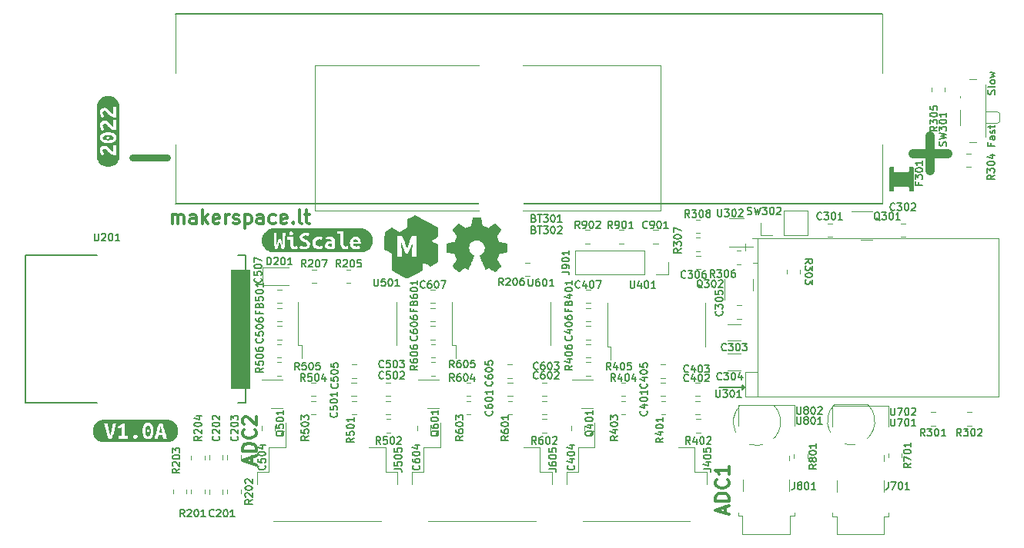
<source format=gbr>
G04 #@! TF.GenerationSoftware,KiCad,Pcbnew,6.0.7+dfsg-1~bpo11+1*
G04 #@! TF.ProjectId,wiscale,77697363-616c-4652-9e6b-696361645f70,1.0*
G04 #@! TF.SameCoordinates,Original*
G04 #@! TF.FileFunction,Legend,Top*
G04 #@! TF.FilePolarity,Positive*
%FSLAX46Y46*%
G04 Gerber Fmt 4.6, Leading zero omitted, Abs format (unit mm)*
%MOMM*%
%LPD*%
G01*
G04 APERTURE LIST*
%ADD10C,0.150000*%
%ADD11C,0.300000*%
%ADD12C,1.000000*%
%ADD13C,0.750000*%
%ADD14C,0.120000*%
%ADD15C,0.177800*%
%ADD16C,0.127000*%
%ADD17C,0.010000*%
%ADD18R,1.100000X2.600000*%
%ADD19C,3.200000*%
%ADD20O,3.440000X6.880000*%
%ADD21R,7.000000X7.000000*%
%ADD22C,1.500000*%
%ADD23C,2.000000*%
%ADD24R,2.000000X2.000000*%
%ADD25O,5.000000X2.000000*%
%ADD26R,0.800000X1.000000*%
%ADD27C,0.900000*%
%ADD28R,1.500000X0.700000*%
%ADD29R,0.800000X1.300000*%
%ADD30R,1.700000X1.700000*%
%ADD31O,1.700000X1.700000*%
%ADD32C,0.800000*%
%ADD33C,7.000000*%
%ADD34R,1.050000X1.500000*%
%ADD35O,1.050000X1.500000*%
G04 APERTURE END LIST*
D10*
X187907500Y-76487500D02*
X190407500Y-76487500D01*
X190407500Y-76487500D02*
X190407500Y-79062500D01*
X190407500Y-79062500D02*
X187907500Y-79062500D01*
X187907500Y-79062500D02*
X187907500Y-76487500D01*
G36*
X187907500Y-76487500D02*
G01*
X190407500Y-76487500D01*
X190407500Y-79062500D01*
X187907500Y-79062500D01*
X187907500Y-76487500D01*
G37*
X169122500Y-100685714D02*
X171872500Y-100685714D01*
X171872500Y-100685714D02*
X171622500Y-100935714D01*
X171622500Y-100935714D02*
X171622500Y-100435714D01*
X171622500Y-100435714D02*
X171872500Y-100685714D01*
X199408809Y-68434047D02*
X199446904Y-68319761D01*
X199446904Y-68129285D01*
X199408809Y-68053095D01*
X199370714Y-68015000D01*
X199294523Y-67976904D01*
X199218333Y-67976904D01*
X199142142Y-68015000D01*
X199104047Y-68053095D01*
X199065952Y-68129285D01*
X199027857Y-68281666D01*
X198989761Y-68357857D01*
X198951666Y-68395952D01*
X198875476Y-68434047D01*
X198799285Y-68434047D01*
X198723095Y-68395952D01*
X198685000Y-68357857D01*
X198646904Y-68281666D01*
X198646904Y-68091190D01*
X198685000Y-67976904D01*
X199446904Y-67519761D02*
X199408809Y-67595952D01*
X199332619Y-67634047D01*
X198646904Y-67634047D01*
X199446904Y-67100714D02*
X199408809Y-67176904D01*
X199370714Y-67215000D01*
X199294523Y-67253095D01*
X199065952Y-67253095D01*
X198989761Y-67215000D01*
X198951666Y-67176904D01*
X198913571Y-67100714D01*
X198913571Y-66986428D01*
X198951666Y-66910238D01*
X198989761Y-66872142D01*
X199065952Y-66834047D01*
X199294523Y-66834047D01*
X199370714Y-66872142D01*
X199408809Y-66910238D01*
X199446904Y-66986428D01*
X199446904Y-67100714D01*
X198913571Y-66567380D02*
X199446904Y-66415000D01*
X199065952Y-66262619D01*
X199446904Y-66110238D01*
X198913571Y-65957857D01*
D11*
X169750000Y-114571428D02*
X169750000Y-113857142D01*
X170178571Y-114714285D02*
X168678571Y-114214285D01*
X170178571Y-113714285D01*
X170178571Y-113214285D02*
X168678571Y-113214285D01*
X168678571Y-112857142D01*
X168750000Y-112642857D01*
X168892857Y-112500000D01*
X169035714Y-112428571D01*
X169321428Y-112357142D01*
X169535714Y-112357142D01*
X169821428Y-112428571D01*
X169964285Y-112500000D01*
X170107142Y-112642857D01*
X170178571Y-112857142D01*
X170178571Y-113214285D01*
X170035714Y-110857142D02*
X170107142Y-110928571D01*
X170178571Y-111142857D01*
X170178571Y-111285714D01*
X170107142Y-111500000D01*
X169964285Y-111642857D01*
X169821428Y-111714285D01*
X169535714Y-111785714D01*
X169321428Y-111785714D01*
X169035714Y-111714285D01*
X168892857Y-111642857D01*
X168750000Y-111500000D01*
X168678571Y-111285714D01*
X168678571Y-111142857D01*
X168750000Y-110928571D01*
X168821428Y-110857142D01*
X170178571Y-109428571D02*
X170178571Y-110285714D01*
X170178571Y-109857142D02*
X168678571Y-109857142D01*
X168892857Y-110000000D01*
X169035714Y-110142857D01*
X169107142Y-110285714D01*
D10*
X199027857Y-73815000D02*
X199027857Y-74081666D01*
X199446904Y-74081666D02*
X198646904Y-74081666D01*
X198646904Y-73700714D01*
X199446904Y-73053095D02*
X199027857Y-73053095D01*
X198951666Y-73091190D01*
X198913571Y-73167380D01*
X198913571Y-73319761D01*
X198951666Y-73395952D01*
X199408809Y-73053095D02*
X199446904Y-73129285D01*
X199446904Y-73319761D01*
X199408809Y-73395952D01*
X199332619Y-73434047D01*
X199256428Y-73434047D01*
X199180238Y-73395952D01*
X199142142Y-73319761D01*
X199142142Y-73129285D01*
X199104047Y-73053095D01*
X199408809Y-72710238D02*
X199446904Y-72634047D01*
X199446904Y-72481666D01*
X199408809Y-72405476D01*
X199332619Y-72367380D01*
X199294523Y-72367380D01*
X199218333Y-72405476D01*
X199180238Y-72481666D01*
X199180238Y-72595952D01*
X199142142Y-72672142D01*
X199065952Y-72710238D01*
X199027857Y-72710238D01*
X198951666Y-72672142D01*
X198913571Y-72595952D01*
X198913571Y-72481666D01*
X198951666Y-72405476D01*
X198913571Y-72138809D02*
X198913571Y-71834047D01*
X198646904Y-72024523D02*
X199332619Y-72024523D01*
X199408809Y-71986428D01*
X199446904Y-71910238D01*
X199446904Y-71834047D01*
D11*
X108955714Y-82678571D02*
X108955714Y-81678571D01*
X108955714Y-81821428D02*
X109027142Y-81750000D01*
X109170000Y-81678571D01*
X109384285Y-81678571D01*
X109527142Y-81750000D01*
X109598571Y-81892857D01*
X109598571Y-82678571D01*
X109598571Y-81892857D02*
X109670000Y-81750000D01*
X109812857Y-81678571D01*
X110027142Y-81678571D01*
X110170000Y-81750000D01*
X110241428Y-81892857D01*
X110241428Y-82678571D01*
X111598571Y-82678571D02*
X111598571Y-81892857D01*
X111527142Y-81750000D01*
X111384285Y-81678571D01*
X111098571Y-81678571D01*
X110955714Y-81750000D01*
X111598571Y-82607142D02*
X111455714Y-82678571D01*
X111098571Y-82678571D01*
X110955714Y-82607142D01*
X110884285Y-82464285D01*
X110884285Y-82321428D01*
X110955714Y-82178571D01*
X111098571Y-82107142D01*
X111455714Y-82107142D01*
X111598571Y-82035714D01*
X112312857Y-82678571D02*
X112312857Y-81178571D01*
X112455714Y-82107142D02*
X112884285Y-82678571D01*
X112884285Y-81678571D02*
X112312857Y-82250000D01*
X114098571Y-82607142D02*
X113955714Y-82678571D01*
X113670000Y-82678571D01*
X113527142Y-82607142D01*
X113455714Y-82464285D01*
X113455714Y-81892857D01*
X113527142Y-81750000D01*
X113670000Y-81678571D01*
X113955714Y-81678571D01*
X114098571Y-81750000D01*
X114170000Y-81892857D01*
X114170000Y-82035714D01*
X113455714Y-82178571D01*
X114812857Y-82678571D02*
X114812857Y-81678571D01*
X114812857Y-81964285D02*
X114884285Y-81821428D01*
X114955714Y-81750000D01*
X115098571Y-81678571D01*
X115241428Y-81678571D01*
X115670000Y-82607142D02*
X115812857Y-82678571D01*
X116098571Y-82678571D01*
X116241428Y-82607142D01*
X116312857Y-82464285D01*
X116312857Y-82392857D01*
X116241428Y-82250000D01*
X116098571Y-82178571D01*
X115884285Y-82178571D01*
X115741428Y-82107142D01*
X115670000Y-81964285D01*
X115670000Y-81892857D01*
X115741428Y-81750000D01*
X115884285Y-81678571D01*
X116098571Y-81678571D01*
X116241428Y-81750000D01*
X116955714Y-81678571D02*
X116955714Y-83178571D01*
X116955714Y-81750000D02*
X117098571Y-81678571D01*
X117384285Y-81678571D01*
X117527142Y-81750000D01*
X117598571Y-81821428D01*
X117670000Y-81964285D01*
X117670000Y-82392857D01*
X117598571Y-82535714D01*
X117527142Y-82607142D01*
X117384285Y-82678571D01*
X117098571Y-82678571D01*
X116955714Y-82607142D01*
X118955714Y-82678571D02*
X118955714Y-81892857D01*
X118884285Y-81750000D01*
X118741428Y-81678571D01*
X118455714Y-81678571D01*
X118312857Y-81750000D01*
X118955714Y-82607142D02*
X118812857Y-82678571D01*
X118455714Y-82678571D01*
X118312857Y-82607142D01*
X118241428Y-82464285D01*
X118241428Y-82321428D01*
X118312857Y-82178571D01*
X118455714Y-82107142D01*
X118812857Y-82107142D01*
X118955714Y-82035714D01*
X120312857Y-82607142D02*
X120170000Y-82678571D01*
X119884285Y-82678571D01*
X119741428Y-82607142D01*
X119670000Y-82535714D01*
X119598571Y-82392857D01*
X119598571Y-81964285D01*
X119670000Y-81821428D01*
X119741428Y-81750000D01*
X119884285Y-81678571D01*
X120170000Y-81678571D01*
X120312857Y-81750000D01*
X121527142Y-82607142D02*
X121384285Y-82678571D01*
X121098571Y-82678571D01*
X120955714Y-82607142D01*
X120884285Y-82464285D01*
X120884285Y-81892857D01*
X120955714Y-81750000D01*
X121098571Y-81678571D01*
X121384285Y-81678571D01*
X121527142Y-81750000D01*
X121598571Y-81892857D01*
X121598571Y-82035714D01*
X120884285Y-82178571D01*
X122241428Y-82535714D02*
X122312857Y-82607142D01*
X122241428Y-82678571D01*
X122170000Y-82607142D01*
X122241428Y-82535714D01*
X122241428Y-82678571D01*
X123170000Y-82678571D02*
X123027142Y-82607142D01*
X122955714Y-82464285D01*
X122955714Y-81178571D01*
X123527142Y-81678571D02*
X124098571Y-81678571D01*
X123741428Y-81178571D02*
X123741428Y-82464285D01*
X123812857Y-82607142D01*
X123955714Y-82678571D01*
X124098571Y-82678571D01*
X117750000Y-109071428D02*
X117750000Y-108357142D01*
X118178571Y-109214285D02*
X116678571Y-108714285D01*
X118178571Y-108214285D01*
X118178571Y-107714285D02*
X116678571Y-107714285D01*
X116678571Y-107357142D01*
X116750000Y-107142857D01*
X116892857Y-107000000D01*
X117035714Y-106928571D01*
X117321428Y-106857142D01*
X117535714Y-106857142D01*
X117821428Y-106928571D01*
X117964285Y-107000000D01*
X118107142Y-107142857D01*
X118178571Y-107357142D01*
X118178571Y-107714285D01*
X118035714Y-105357142D02*
X118107142Y-105428571D01*
X118178571Y-105642857D01*
X118178571Y-105785714D01*
X118107142Y-106000000D01*
X117964285Y-106142857D01*
X117821428Y-106214285D01*
X117535714Y-106285714D01*
X117321428Y-106285714D01*
X117035714Y-106214285D01*
X116892857Y-106142857D01*
X116750000Y-106000000D01*
X116678571Y-105785714D01*
X116678571Y-105642857D01*
X116750000Y-105428571D01*
X116821428Y-105357142D01*
X116821428Y-104785714D02*
X116750000Y-104714285D01*
X116678571Y-104571428D01*
X116678571Y-104214285D01*
X116750000Y-104071428D01*
X116821428Y-104000000D01*
X116964285Y-103928571D01*
X117107142Y-103928571D01*
X117321428Y-104000000D01*
X118178571Y-104857142D01*
X118178571Y-103928571D01*
D10*
X150392797Y-109681307D02*
X150964226Y-109681307D01*
X151078512Y-109719402D01*
X151154702Y-109795593D01*
X151192797Y-109909878D01*
X151192797Y-109986069D01*
X150392797Y-108957497D02*
X150392797Y-109109878D01*
X150430893Y-109186069D01*
X150468988Y-109224164D01*
X150583273Y-109300355D01*
X150735654Y-109338450D01*
X151040416Y-109338450D01*
X151116607Y-109300355D01*
X151154702Y-109262259D01*
X151192797Y-109186069D01*
X151192797Y-109033688D01*
X151154702Y-108957497D01*
X151116607Y-108919402D01*
X151040416Y-108881307D01*
X150849940Y-108881307D01*
X150773750Y-108919402D01*
X150735654Y-108957497D01*
X150697559Y-109033688D01*
X150697559Y-109186069D01*
X150735654Y-109262259D01*
X150773750Y-109300355D01*
X150849940Y-109338450D01*
X150392797Y-108386069D02*
X150392797Y-108309878D01*
X150430893Y-108233688D01*
X150468988Y-108195593D01*
X150545178Y-108157497D01*
X150697559Y-108119402D01*
X150888035Y-108119402D01*
X151040416Y-108157497D01*
X151116607Y-108195593D01*
X151154702Y-108233688D01*
X151192797Y-108309878D01*
X151192797Y-108386069D01*
X151154702Y-108462259D01*
X151116607Y-108500355D01*
X151040416Y-108538450D01*
X150888035Y-108576545D01*
X150697559Y-108576545D01*
X150545178Y-108538450D01*
X150468988Y-108500355D01*
X150430893Y-108462259D01*
X150392797Y-108386069D01*
X150392797Y-107395593D02*
X150392797Y-107776545D01*
X150773750Y-107814640D01*
X150735654Y-107776545D01*
X150697559Y-107700355D01*
X150697559Y-107509878D01*
X150735654Y-107433688D01*
X150773750Y-107395593D01*
X150849940Y-107357497D01*
X151040416Y-107357497D01*
X151116607Y-107395593D01*
X151154702Y-107433688D01*
X151192797Y-107509878D01*
X151192797Y-107700355D01*
X151154702Y-107776545D01*
X151116607Y-107814640D01*
X100398571Y-83747618D02*
X100398571Y-84395237D01*
X100436666Y-84471428D01*
X100474761Y-84509523D01*
X100550952Y-84547618D01*
X100703333Y-84547618D01*
X100779523Y-84509523D01*
X100817619Y-84471428D01*
X100855714Y-84395237D01*
X100855714Y-83747618D01*
X101198571Y-83823809D02*
X101236666Y-83785714D01*
X101312857Y-83747618D01*
X101503333Y-83747618D01*
X101579523Y-83785714D01*
X101617619Y-83823809D01*
X101655714Y-83899999D01*
X101655714Y-83976190D01*
X101617619Y-84090475D01*
X101160476Y-84547618D01*
X101655714Y-84547618D01*
X102150952Y-83747618D02*
X102227142Y-83747618D01*
X102303333Y-83785714D01*
X102341428Y-83823809D01*
X102379523Y-83899999D01*
X102417619Y-84052380D01*
X102417619Y-84242856D01*
X102379523Y-84395237D01*
X102341428Y-84471428D01*
X102303333Y-84509523D01*
X102227142Y-84547618D01*
X102150952Y-84547618D01*
X102074761Y-84509523D01*
X102036666Y-84471428D01*
X101998571Y-84395237D01*
X101960476Y-84242856D01*
X101960476Y-84052380D01*
X101998571Y-83899999D01*
X102036666Y-83823809D01*
X102074761Y-83785714D01*
X102150952Y-83747618D01*
X103179523Y-84547618D02*
X102722380Y-84547618D01*
X102950952Y-84547618D02*
X102950952Y-83747618D01*
X102874761Y-83861904D01*
X102798571Y-83938094D01*
X102722380Y-83976190D01*
X169362261Y-99787321D02*
X169324166Y-99825416D01*
X169209880Y-99863511D01*
X169133690Y-99863511D01*
X169019404Y-99825416D01*
X168943214Y-99749226D01*
X168905119Y-99673035D01*
X168867023Y-99520654D01*
X168867023Y-99406368D01*
X168905119Y-99253987D01*
X168943214Y-99177797D01*
X169019404Y-99101607D01*
X169133690Y-99063511D01*
X169209880Y-99063511D01*
X169324166Y-99101607D01*
X169362261Y-99139702D01*
X169628928Y-99063511D02*
X170124166Y-99063511D01*
X169857500Y-99368273D01*
X169971785Y-99368273D01*
X170047976Y-99406368D01*
X170086071Y-99444464D01*
X170124166Y-99520654D01*
X170124166Y-99711130D01*
X170086071Y-99787321D01*
X170047976Y-99825416D01*
X169971785Y-99863511D01*
X169743214Y-99863511D01*
X169667023Y-99825416D01*
X169628928Y-99787321D01*
X170619404Y-99063511D02*
X170695595Y-99063511D01*
X170771785Y-99101607D01*
X170809880Y-99139702D01*
X170847976Y-99215892D01*
X170886071Y-99368273D01*
X170886071Y-99558749D01*
X170847976Y-99711130D01*
X170809880Y-99787321D01*
X170771785Y-99825416D01*
X170695595Y-99863511D01*
X170619404Y-99863511D01*
X170543214Y-99825416D01*
X170505119Y-99787321D01*
X170467023Y-99711130D01*
X170428928Y-99558749D01*
X170428928Y-99368273D01*
X170467023Y-99215892D01*
X170505119Y-99139702D01*
X170543214Y-99101607D01*
X170619404Y-99063511D01*
X171571785Y-99330178D02*
X171571785Y-99863511D01*
X171381309Y-99025416D02*
X171190833Y-99596845D01*
X171686071Y-99596845D01*
X190184404Y-109080952D02*
X189803452Y-109347618D01*
X190184404Y-109538094D02*
X189384404Y-109538094D01*
X189384404Y-109233333D01*
X189422500Y-109157142D01*
X189460595Y-109119047D01*
X189536785Y-109080952D01*
X189651071Y-109080952D01*
X189727261Y-109119047D01*
X189765357Y-109157142D01*
X189803452Y-109233333D01*
X189803452Y-109538094D01*
X189384404Y-108814285D02*
X189384404Y-108280952D01*
X190184404Y-108623809D01*
X189384404Y-107823809D02*
X189384404Y-107747618D01*
X189422500Y-107671428D01*
X189460595Y-107633333D01*
X189536785Y-107595237D01*
X189689166Y-107557142D01*
X189879642Y-107557142D01*
X190032023Y-107595237D01*
X190108214Y-107633333D01*
X190146309Y-107671428D01*
X190184404Y-107747618D01*
X190184404Y-107823809D01*
X190146309Y-107899999D01*
X190108214Y-107938094D01*
X190032023Y-107976190D01*
X189879642Y-108014285D01*
X189689166Y-108014285D01*
X189536785Y-107976190D01*
X189460595Y-107938094D01*
X189422500Y-107899999D01*
X189384404Y-107823809D01*
X190184404Y-106795237D02*
X190184404Y-107252380D01*
X190184404Y-107023809D02*
X189384404Y-107023809D01*
X189498690Y-107099999D01*
X189574880Y-107176190D01*
X189612976Y-107252380D01*
X118942797Y-98547974D02*
X118561845Y-98814640D01*
X118942797Y-99005116D02*
X118142797Y-99005116D01*
X118142797Y-98700355D01*
X118180893Y-98624164D01*
X118218988Y-98586069D01*
X118295178Y-98547974D01*
X118409464Y-98547974D01*
X118485654Y-98586069D01*
X118523750Y-98624164D01*
X118561845Y-98700355D01*
X118561845Y-99005116D01*
X118142797Y-97824164D02*
X118142797Y-98205116D01*
X118523750Y-98243212D01*
X118485654Y-98205116D01*
X118447559Y-98128926D01*
X118447559Y-97938450D01*
X118485654Y-97862259D01*
X118523750Y-97824164D01*
X118599940Y-97786069D01*
X118790416Y-97786069D01*
X118866607Y-97824164D01*
X118904702Y-97862259D01*
X118942797Y-97938450D01*
X118942797Y-98128926D01*
X118904702Y-98205116D01*
X118866607Y-98243212D01*
X118142797Y-97290831D02*
X118142797Y-97214640D01*
X118180893Y-97138450D01*
X118218988Y-97100355D01*
X118295178Y-97062259D01*
X118447559Y-97024164D01*
X118638035Y-97024164D01*
X118790416Y-97062259D01*
X118866607Y-97100355D01*
X118904702Y-97138450D01*
X118942797Y-97214640D01*
X118942797Y-97290831D01*
X118904702Y-97367021D01*
X118866607Y-97405116D01*
X118790416Y-97443212D01*
X118638035Y-97481307D01*
X118447559Y-97481307D01*
X118295178Y-97443212D01*
X118218988Y-97405116D01*
X118180893Y-97367021D01*
X118142797Y-97290831D01*
X118142797Y-96338450D02*
X118142797Y-96490831D01*
X118180893Y-96567021D01*
X118218988Y-96605116D01*
X118333273Y-96681307D01*
X118485654Y-96719402D01*
X118790416Y-96719402D01*
X118866607Y-96681307D01*
X118904702Y-96643212D01*
X118942797Y-96567021D01*
X118942797Y-96414640D01*
X118904702Y-96338450D01*
X118866607Y-96300355D01*
X118790416Y-96262259D01*
X118599940Y-96262259D01*
X118523750Y-96300355D01*
X118485654Y-96338450D01*
X118447559Y-96414640D01*
X118447559Y-96567021D01*
X118485654Y-96643212D01*
X118523750Y-96681307D01*
X118599940Y-96719402D01*
X145357261Y-89463511D02*
X145090595Y-89082559D01*
X144900119Y-89463511D02*
X144900119Y-88663511D01*
X145204880Y-88663511D01*
X145281071Y-88701607D01*
X145319166Y-88739702D01*
X145357261Y-88815892D01*
X145357261Y-88930178D01*
X145319166Y-89006368D01*
X145281071Y-89044464D01*
X145204880Y-89082559D01*
X144900119Y-89082559D01*
X145662023Y-88739702D02*
X145700119Y-88701607D01*
X145776309Y-88663511D01*
X145966785Y-88663511D01*
X146042976Y-88701607D01*
X146081071Y-88739702D01*
X146119166Y-88815892D01*
X146119166Y-88892083D01*
X146081071Y-89006368D01*
X145623928Y-89463511D01*
X146119166Y-89463511D01*
X146614404Y-88663511D02*
X146690595Y-88663511D01*
X146766785Y-88701607D01*
X146804880Y-88739702D01*
X146842976Y-88815892D01*
X146881071Y-88968273D01*
X146881071Y-89158749D01*
X146842976Y-89311130D01*
X146804880Y-89387321D01*
X146766785Y-89425416D01*
X146690595Y-89463511D01*
X146614404Y-89463511D01*
X146538214Y-89425416D01*
X146500119Y-89387321D01*
X146462023Y-89311130D01*
X146423928Y-89158749D01*
X146423928Y-88968273D01*
X146462023Y-88815892D01*
X146500119Y-88739702D01*
X146538214Y-88701607D01*
X146614404Y-88663511D01*
X147566785Y-88663511D02*
X147414404Y-88663511D01*
X147338214Y-88701607D01*
X147300119Y-88739702D01*
X147223928Y-88853987D01*
X147185833Y-89006368D01*
X147185833Y-89311130D01*
X147223928Y-89387321D01*
X147262023Y-89425416D01*
X147338214Y-89463511D01*
X147490595Y-89463511D01*
X147566785Y-89425416D01*
X147604880Y-89387321D01*
X147642976Y-89311130D01*
X147642976Y-89120654D01*
X147604880Y-89044464D01*
X147566785Y-89006368D01*
X147490595Y-88968273D01*
X147338214Y-88968273D01*
X147262023Y-89006368D01*
X147223928Y-89044464D01*
X147185833Y-89120654D01*
X165727261Y-99971428D02*
X165689166Y-100009523D01*
X165574880Y-100047618D01*
X165498690Y-100047618D01*
X165384404Y-100009523D01*
X165308214Y-99933333D01*
X165270119Y-99857142D01*
X165232023Y-99704761D01*
X165232023Y-99590475D01*
X165270119Y-99438094D01*
X165308214Y-99361904D01*
X165384404Y-99285714D01*
X165498690Y-99247618D01*
X165574880Y-99247618D01*
X165689166Y-99285714D01*
X165727261Y-99323809D01*
X166412976Y-99514285D02*
X166412976Y-100047618D01*
X166222500Y-99209523D02*
X166032023Y-99780952D01*
X166527261Y-99780952D01*
X166984404Y-99247618D02*
X167060595Y-99247618D01*
X167136785Y-99285714D01*
X167174880Y-99323809D01*
X167212976Y-99399999D01*
X167251071Y-99552380D01*
X167251071Y-99742856D01*
X167212976Y-99895237D01*
X167174880Y-99971428D01*
X167136785Y-100009523D01*
X167060595Y-100047618D01*
X166984404Y-100047618D01*
X166908214Y-100009523D01*
X166870119Y-99971428D01*
X166832023Y-99895237D01*
X166793928Y-99742856D01*
X166793928Y-99552380D01*
X166832023Y-99399999D01*
X166870119Y-99323809D01*
X166908214Y-99285714D01*
X166984404Y-99247618D01*
X167555833Y-99323809D02*
X167593928Y-99285714D01*
X167670119Y-99247618D01*
X167860595Y-99247618D01*
X167936785Y-99285714D01*
X167974880Y-99323809D01*
X168012976Y-99399999D01*
X168012976Y-99476190D01*
X167974880Y-99590475D01*
X167517738Y-100047618D01*
X168012976Y-100047618D01*
X180374761Y-82148214D02*
X180336666Y-82186309D01*
X180222380Y-82224404D01*
X180146190Y-82224404D01*
X180031904Y-82186309D01*
X179955714Y-82110119D01*
X179917619Y-82033928D01*
X179879523Y-81881547D01*
X179879523Y-81767261D01*
X179917619Y-81614880D01*
X179955714Y-81538690D01*
X180031904Y-81462500D01*
X180146190Y-81424404D01*
X180222380Y-81424404D01*
X180336666Y-81462500D01*
X180374761Y-81500595D01*
X180641428Y-81424404D02*
X181136666Y-81424404D01*
X180870000Y-81729166D01*
X180984285Y-81729166D01*
X181060476Y-81767261D01*
X181098571Y-81805357D01*
X181136666Y-81881547D01*
X181136666Y-82072023D01*
X181098571Y-82148214D01*
X181060476Y-82186309D01*
X180984285Y-82224404D01*
X180755714Y-82224404D01*
X180679523Y-82186309D01*
X180641428Y-82148214D01*
X181631904Y-81424404D02*
X181708095Y-81424404D01*
X181784285Y-81462500D01*
X181822380Y-81500595D01*
X181860476Y-81576785D01*
X181898571Y-81729166D01*
X181898571Y-81919642D01*
X181860476Y-82072023D01*
X181822380Y-82148214D01*
X181784285Y-82186309D01*
X181708095Y-82224404D01*
X181631904Y-82224404D01*
X181555714Y-82186309D01*
X181517619Y-82148214D01*
X181479523Y-82072023D01*
X181441428Y-81919642D01*
X181441428Y-81729166D01*
X181479523Y-81576785D01*
X181517619Y-81500595D01*
X181555714Y-81462500D01*
X181631904Y-81424404D01*
X182660476Y-82224404D02*
X182203333Y-82224404D01*
X182431904Y-82224404D02*
X182431904Y-81424404D01*
X182355714Y-81538690D01*
X182279523Y-81614880D01*
X182203333Y-81652976D01*
X116108214Y-106080952D02*
X116146309Y-106119047D01*
X116184404Y-106233333D01*
X116184404Y-106309523D01*
X116146309Y-106423809D01*
X116070119Y-106499999D01*
X115993928Y-106538094D01*
X115841547Y-106576190D01*
X115727261Y-106576190D01*
X115574880Y-106538094D01*
X115498690Y-106499999D01*
X115422500Y-106423809D01*
X115384404Y-106309523D01*
X115384404Y-106233333D01*
X115422500Y-106119047D01*
X115460595Y-106080952D01*
X115460595Y-105776190D02*
X115422500Y-105738094D01*
X115384404Y-105661904D01*
X115384404Y-105471428D01*
X115422500Y-105395237D01*
X115460595Y-105357142D01*
X115536785Y-105319047D01*
X115612976Y-105319047D01*
X115727261Y-105357142D01*
X116184404Y-105814285D01*
X116184404Y-105319047D01*
X115384404Y-104823809D02*
X115384404Y-104747618D01*
X115422500Y-104671428D01*
X115460595Y-104633333D01*
X115536785Y-104595237D01*
X115689166Y-104557142D01*
X115879642Y-104557142D01*
X116032023Y-104595237D01*
X116108214Y-104633333D01*
X116146309Y-104671428D01*
X116184404Y-104747618D01*
X116184404Y-104823809D01*
X116146309Y-104899999D01*
X116108214Y-104938094D01*
X116032023Y-104976190D01*
X115879642Y-105014285D01*
X115689166Y-105014285D01*
X115536785Y-104976190D01*
X115460595Y-104938094D01*
X115422500Y-104899999D01*
X115384404Y-104823809D01*
X115384404Y-104290475D02*
X115384404Y-103795237D01*
X115689166Y-104061904D01*
X115689166Y-103947618D01*
X115727261Y-103871428D01*
X115765357Y-103833333D01*
X115841547Y-103795237D01*
X116032023Y-103795237D01*
X116108214Y-103833333D01*
X116146309Y-103871428D01*
X116184404Y-103947618D01*
X116184404Y-104176190D01*
X116146309Y-104252380D01*
X116108214Y-104290475D01*
X165404761Y-88585714D02*
X165366666Y-88623809D01*
X165252380Y-88661904D01*
X165176190Y-88661904D01*
X165061904Y-88623809D01*
X164985714Y-88547619D01*
X164947619Y-88471428D01*
X164909523Y-88319047D01*
X164909523Y-88204761D01*
X164947619Y-88052380D01*
X164985714Y-87976190D01*
X165061904Y-87900000D01*
X165176190Y-87861904D01*
X165252380Y-87861904D01*
X165366666Y-87900000D01*
X165404761Y-87938095D01*
X165671428Y-87861904D02*
X166166666Y-87861904D01*
X165900000Y-88166666D01*
X166014285Y-88166666D01*
X166090476Y-88204761D01*
X166128571Y-88242857D01*
X166166666Y-88319047D01*
X166166666Y-88509523D01*
X166128571Y-88585714D01*
X166090476Y-88623809D01*
X166014285Y-88661904D01*
X165785714Y-88661904D01*
X165709523Y-88623809D01*
X165671428Y-88585714D01*
X166661904Y-87861904D02*
X166738095Y-87861904D01*
X166814285Y-87900000D01*
X166852380Y-87938095D01*
X166890476Y-88014285D01*
X166928571Y-88166666D01*
X166928571Y-88357142D01*
X166890476Y-88509523D01*
X166852380Y-88585714D01*
X166814285Y-88623809D01*
X166738095Y-88661904D01*
X166661904Y-88661904D01*
X166585714Y-88623809D01*
X166547619Y-88585714D01*
X166509523Y-88509523D01*
X166471428Y-88357142D01*
X166471428Y-88166666D01*
X166509523Y-88014285D01*
X166547619Y-87938095D01*
X166585714Y-87900000D01*
X166661904Y-87861904D01*
X167614285Y-87861904D02*
X167461904Y-87861904D01*
X167385714Y-87900000D01*
X167347619Y-87938095D01*
X167271428Y-88052380D01*
X167233333Y-88204761D01*
X167233333Y-88509523D01*
X167271428Y-88585714D01*
X167309523Y-88623809D01*
X167385714Y-88661904D01*
X167538095Y-88661904D01*
X167614285Y-88623809D01*
X167652380Y-88585714D01*
X167690476Y-88509523D01*
X167690476Y-88319047D01*
X167652380Y-88242857D01*
X167614285Y-88204761D01*
X167538095Y-88166666D01*
X167385714Y-88166666D01*
X167309523Y-88204761D01*
X167271428Y-88242857D01*
X167233333Y-88319047D01*
X139935654Y-98514640D02*
X139668988Y-98133688D01*
X139478512Y-98514640D02*
X139478512Y-97714640D01*
X139783273Y-97714640D01*
X139859464Y-97752736D01*
X139897559Y-97790831D01*
X139935654Y-97867021D01*
X139935654Y-97981307D01*
X139897559Y-98057497D01*
X139859464Y-98095593D01*
X139783273Y-98133688D01*
X139478512Y-98133688D01*
X140621369Y-97714640D02*
X140468988Y-97714640D01*
X140392797Y-97752736D01*
X140354702Y-97790831D01*
X140278512Y-97905116D01*
X140240416Y-98057497D01*
X140240416Y-98362259D01*
X140278512Y-98438450D01*
X140316607Y-98476545D01*
X140392797Y-98514640D01*
X140545178Y-98514640D01*
X140621369Y-98476545D01*
X140659464Y-98438450D01*
X140697559Y-98362259D01*
X140697559Y-98171783D01*
X140659464Y-98095593D01*
X140621369Y-98057497D01*
X140545178Y-98019402D01*
X140392797Y-98019402D01*
X140316607Y-98057497D01*
X140278512Y-98095593D01*
X140240416Y-98171783D01*
X141192797Y-97714640D02*
X141268988Y-97714640D01*
X141345178Y-97752736D01*
X141383273Y-97790831D01*
X141421369Y-97867021D01*
X141459464Y-98019402D01*
X141459464Y-98209878D01*
X141421369Y-98362259D01*
X141383273Y-98438450D01*
X141345178Y-98476545D01*
X141268988Y-98514640D01*
X141192797Y-98514640D01*
X141116607Y-98476545D01*
X141078512Y-98438450D01*
X141040416Y-98362259D01*
X141002321Y-98209878D01*
X141002321Y-98019402D01*
X141040416Y-97867021D01*
X141078512Y-97790831D01*
X141116607Y-97752736D01*
X141192797Y-97714640D01*
X142183273Y-97714640D02*
X141802321Y-97714640D01*
X141764226Y-98095593D01*
X141802321Y-98057497D01*
X141878512Y-98019402D01*
X142068988Y-98019402D01*
X142145178Y-98057497D01*
X142183273Y-98095593D01*
X142221369Y-98171783D01*
X142221369Y-98362259D01*
X142183273Y-98438450D01*
X142145178Y-98476545D01*
X142068988Y-98514640D01*
X141878512Y-98514640D01*
X141802321Y-98476545D01*
X141764226Y-98438450D01*
X161116607Y-100297974D02*
X161154702Y-100336069D01*
X161192797Y-100450355D01*
X161192797Y-100526545D01*
X161154702Y-100640831D01*
X161078512Y-100717021D01*
X161002321Y-100755116D01*
X160849940Y-100793212D01*
X160735654Y-100793212D01*
X160583273Y-100755116D01*
X160507083Y-100717021D01*
X160430893Y-100640831D01*
X160392797Y-100526545D01*
X160392797Y-100450355D01*
X160430893Y-100336069D01*
X160468988Y-100297974D01*
X160659464Y-99612259D02*
X161192797Y-99612259D01*
X160354702Y-99802736D02*
X160926131Y-99993212D01*
X160926131Y-99497974D01*
X160392797Y-99040831D02*
X160392797Y-98964640D01*
X160430893Y-98888450D01*
X160468988Y-98850355D01*
X160545178Y-98812259D01*
X160697559Y-98774164D01*
X160888035Y-98774164D01*
X161040416Y-98812259D01*
X161116607Y-98850355D01*
X161154702Y-98888450D01*
X161192797Y-98964640D01*
X161192797Y-99040831D01*
X161154702Y-99117021D01*
X161116607Y-99155116D01*
X161040416Y-99193212D01*
X160888035Y-99231307D01*
X160697559Y-99231307D01*
X160545178Y-99193212D01*
X160468988Y-99155116D01*
X160430893Y-99117021D01*
X160392797Y-99040831D01*
X160392797Y-98050355D02*
X160392797Y-98431307D01*
X160773750Y-98469402D01*
X160735654Y-98431307D01*
X160697559Y-98355116D01*
X160697559Y-98164640D01*
X160735654Y-98088450D01*
X160773750Y-98050355D01*
X160849940Y-98012259D01*
X161040416Y-98012259D01*
X161116607Y-98050355D01*
X161154702Y-98088450D01*
X161192797Y-98164640D01*
X161192797Y-98355116D01*
X161154702Y-98431307D01*
X161116607Y-98469402D01*
X161217261Y-83101607D02*
X161179166Y-83139702D01*
X161064880Y-83177797D01*
X160988690Y-83177797D01*
X160874404Y-83139702D01*
X160798214Y-83063512D01*
X160760119Y-82987321D01*
X160722023Y-82834940D01*
X160722023Y-82720654D01*
X160760119Y-82568273D01*
X160798214Y-82492083D01*
X160874404Y-82415893D01*
X160988690Y-82377797D01*
X161064880Y-82377797D01*
X161179166Y-82415893D01*
X161217261Y-82453988D01*
X161598214Y-83177797D02*
X161750595Y-83177797D01*
X161826785Y-83139702D01*
X161864880Y-83101607D01*
X161941071Y-82987321D01*
X161979166Y-82834940D01*
X161979166Y-82530178D01*
X161941071Y-82453988D01*
X161902976Y-82415893D01*
X161826785Y-82377797D01*
X161674404Y-82377797D01*
X161598214Y-82415893D01*
X161560119Y-82453988D01*
X161522023Y-82530178D01*
X161522023Y-82720654D01*
X161560119Y-82796845D01*
X161598214Y-82834940D01*
X161674404Y-82873035D01*
X161826785Y-82873035D01*
X161902976Y-82834940D01*
X161941071Y-82796845D01*
X161979166Y-82720654D01*
X162474404Y-82377797D02*
X162550595Y-82377797D01*
X162626785Y-82415893D01*
X162664880Y-82453988D01*
X162702976Y-82530178D01*
X162741071Y-82682559D01*
X162741071Y-82873035D01*
X162702976Y-83025416D01*
X162664880Y-83101607D01*
X162626785Y-83139702D01*
X162550595Y-83177797D01*
X162474404Y-83177797D01*
X162398214Y-83139702D01*
X162360119Y-83101607D01*
X162322023Y-83025416D01*
X162283928Y-82873035D01*
X162283928Y-82682559D01*
X162322023Y-82530178D01*
X162360119Y-82453988D01*
X162398214Y-82415893D01*
X162474404Y-82377797D01*
X163502976Y-83177797D02*
X163045833Y-83177797D01*
X163274404Y-83177797D02*
X163274404Y-82377797D01*
X163198214Y-82492083D01*
X163122023Y-82568273D01*
X163045833Y-82606369D01*
X148729523Y-82042857D02*
X148843809Y-82080952D01*
X148881904Y-82119047D01*
X148920000Y-82195238D01*
X148920000Y-82309523D01*
X148881904Y-82385714D01*
X148843809Y-82423809D01*
X148767619Y-82461904D01*
X148462857Y-82461904D01*
X148462857Y-81661904D01*
X148729523Y-81661904D01*
X148805714Y-81700000D01*
X148843809Y-81738095D01*
X148881904Y-81814285D01*
X148881904Y-81890476D01*
X148843809Y-81966666D01*
X148805714Y-82004761D01*
X148729523Y-82042857D01*
X148462857Y-82042857D01*
X149148571Y-81661904D02*
X149605714Y-81661904D01*
X149377142Y-82461904D02*
X149377142Y-81661904D01*
X149796190Y-81661904D02*
X150291428Y-81661904D01*
X150024761Y-81966666D01*
X150139047Y-81966666D01*
X150215238Y-82004761D01*
X150253333Y-82042857D01*
X150291428Y-82119047D01*
X150291428Y-82309523D01*
X150253333Y-82385714D01*
X150215238Y-82423809D01*
X150139047Y-82461904D01*
X149910476Y-82461904D01*
X149834285Y-82423809D01*
X149796190Y-82385714D01*
X150786666Y-81661904D02*
X150862857Y-81661904D01*
X150939047Y-81700000D01*
X150977142Y-81738095D01*
X151015238Y-81814285D01*
X151053333Y-81966666D01*
X151053333Y-82157142D01*
X151015238Y-82309523D01*
X150977142Y-82385714D01*
X150939047Y-82423809D01*
X150862857Y-82461904D01*
X150786666Y-82461904D01*
X150710476Y-82423809D01*
X150672380Y-82385714D01*
X150634285Y-82309523D01*
X150596190Y-82157142D01*
X150596190Y-81966666D01*
X150634285Y-81814285D01*
X150672380Y-81738095D01*
X150710476Y-81700000D01*
X150786666Y-81661904D01*
X151815238Y-82461904D02*
X151358095Y-82461904D01*
X151586666Y-82461904D02*
X151586666Y-81661904D01*
X151510476Y-81776190D01*
X151434285Y-81852380D01*
X151358095Y-81890476D01*
D12*
X190415238Y-74957142D02*
X194224761Y-74957142D01*
X192320000Y-76861904D02*
X192320000Y-73052380D01*
D13*
X104615238Y-75357142D02*
X108424761Y-75357142D01*
D10*
X136116607Y-109297974D02*
X136154702Y-109336069D01*
X136192797Y-109450355D01*
X136192797Y-109526545D01*
X136154702Y-109640831D01*
X136078512Y-109717021D01*
X136002321Y-109755116D01*
X135849940Y-109793212D01*
X135735654Y-109793212D01*
X135583273Y-109755116D01*
X135507083Y-109717021D01*
X135430893Y-109640831D01*
X135392797Y-109526545D01*
X135392797Y-109450355D01*
X135430893Y-109336069D01*
X135468988Y-109297974D01*
X135392797Y-108612259D02*
X135392797Y-108764640D01*
X135430893Y-108840831D01*
X135468988Y-108878926D01*
X135583273Y-108955116D01*
X135735654Y-108993212D01*
X136040416Y-108993212D01*
X136116607Y-108955116D01*
X136154702Y-108917021D01*
X136192797Y-108840831D01*
X136192797Y-108688450D01*
X136154702Y-108612259D01*
X136116607Y-108574164D01*
X136040416Y-108536069D01*
X135849940Y-108536069D01*
X135773750Y-108574164D01*
X135735654Y-108612259D01*
X135697559Y-108688450D01*
X135697559Y-108840831D01*
X135735654Y-108917021D01*
X135773750Y-108955116D01*
X135849940Y-108993212D01*
X135392797Y-108040831D02*
X135392797Y-107964640D01*
X135430893Y-107888450D01*
X135468988Y-107850355D01*
X135545178Y-107812259D01*
X135697559Y-107774164D01*
X135888035Y-107774164D01*
X136040416Y-107812259D01*
X136116607Y-107850355D01*
X136154702Y-107888450D01*
X136192797Y-107964640D01*
X136192797Y-108040831D01*
X136154702Y-108117021D01*
X136116607Y-108155116D01*
X136040416Y-108193212D01*
X135888035Y-108231307D01*
X135697559Y-108231307D01*
X135545178Y-108193212D01*
X135468988Y-108155116D01*
X135430893Y-108117021D01*
X135392797Y-108040831D01*
X135659464Y-107088450D02*
X136192797Y-107088450D01*
X135354702Y-107278926D02*
X135926131Y-107469402D01*
X135926131Y-106974164D01*
X187693928Y-111147618D02*
X187693928Y-111719047D01*
X187655833Y-111833333D01*
X187579642Y-111909523D01*
X187465357Y-111947618D01*
X187389166Y-111947618D01*
X187998690Y-111147618D02*
X188532023Y-111147618D01*
X188189166Y-111947618D01*
X188989166Y-111147618D02*
X189065357Y-111147618D01*
X189141547Y-111185714D01*
X189179642Y-111223809D01*
X189217738Y-111299999D01*
X189255833Y-111452380D01*
X189255833Y-111642856D01*
X189217738Y-111795237D01*
X189179642Y-111871428D01*
X189141547Y-111909523D01*
X189065357Y-111947618D01*
X188989166Y-111947618D01*
X188912976Y-111909523D01*
X188874880Y-111871428D01*
X188836785Y-111795237D01*
X188798690Y-111642856D01*
X188798690Y-111452380D01*
X188836785Y-111299999D01*
X188874880Y-111223809D01*
X188912976Y-111185714D01*
X188989166Y-111147618D01*
X190017738Y-111947618D02*
X189560595Y-111947618D01*
X189789166Y-111947618D02*
X189789166Y-111147618D01*
X189712976Y-111261904D01*
X189636785Y-111338094D01*
X189560595Y-111376190D01*
X168751071Y-100997618D02*
X168751071Y-101645237D01*
X168789166Y-101721428D01*
X168827261Y-101759523D01*
X168903452Y-101797618D01*
X169055833Y-101797618D01*
X169132023Y-101759523D01*
X169170119Y-101721428D01*
X169208214Y-101645237D01*
X169208214Y-100997618D01*
X169512976Y-100997618D02*
X170008214Y-100997618D01*
X169741547Y-101302380D01*
X169855833Y-101302380D01*
X169932023Y-101340475D01*
X169970119Y-101378571D01*
X170008214Y-101454761D01*
X170008214Y-101645237D01*
X169970119Y-101721428D01*
X169932023Y-101759523D01*
X169855833Y-101797618D01*
X169627261Y-101797618D01*
X169551071Y-101759523D01*
X169512976Y-101721428D01*
X170503452Y-100997618D02*
X170579642Y-100997618D01*
X170655833Y-101035714D01*
X170693928Y-101073809D01*
X170732023Y-101149999D01*
X170770119Y-101302380D01*
X170770119Y-101492856D01*
X170732023Y-101645237D01*
X170693928Y-101721428D01*
X170655833Y-101759523D01*
X170579642Y-101797618D01*
X170503452Y-101797618D01*
X170427261Y-101759523D01*
X170389166Y-101721428D01*
X170351071Y-101645237D01*
X170312976Y-101492856D01*
X170312976Y-101302380D01*
X170351071Y-101149999D01*
X170389166Y-101073809D01*
X170427261Y-101035714D01*
X170503452Y-100997618D01*
X171532023Y-101797618D02*
X171074880Y-101797618D01*
X171303452Y-101797618D02*
X171303452Y-100997618D01*
X171227261Y-101111904D01*
X171151071Y-101188094D01*
X171074880Y-101226190D01*
X148729523Y-83342857D02*
X148843809Y-83380952D01*
X148881904Y-83419047D01*
X148920000Y-83495238D01*
X148920000Y-83609523D01*
X148881904Y-83685714D01*
X148843809Y-83723809D01*
X148767619Y-83761904D01*
X148462857Y-83761904D01*
X148462857Y-82961904D01*
X148729523Y-82961904D01*
X148805714Y-83000000D01*
X148843809Y-83038095D01*
X148881904Y-83114285D01*
X148881904Y-83190476D01*
X148843809Y-83266666D01*
X148805714Y-83304761D01*
X148729523Y-83342857D01*
X148462857Y-83342857D01*
X149148571Y-82961904D02*
X149605714Y-82961904D01*
X149377142Y-83761904D02*
X149377142Y-82961904D01*
X149796190Y-82961904D02*
X150291428Y-82961904D01*
X150024761Y-83266666D01*
X150139047Y-83266666D01*
X150215238Y-83304761D01*
X150253333Y-83342857D01*
X150291428Y-83419047D01*
X150291428Y-83609523D01*
X150253333Y-83685714D01*
X150215238Y-83723809D01*
X150139047Y-83761904D01*
X149910476Y-83761904D01*
X149834285Y-83723809D01*
X149796190Y-83685714D01*
X150786666Y-82961904D02*
X150862857Y-82961904D01*
X150939047Y-83000000D01*
X150977142Y-83038095D01*
X151015238Y-83114285D01*
X151053333Y-83266666D01*
X151053333Y-83457142D01*
X151015238Y-83609523D01*
X150977142Y-83685714D01*
X150939047Y-83723809D01*
X150862857Y-83761904D01*
X150786666Y-83761904D01*
X150710476Y-83723809D01*
X150672380Y-83685714D01*
X150634285Y-83609523D01*
X150596190Y-83457142D01*
X150596190Y-83266666D01*
X150634285Y-83114285D01*
X150672380Y-83038095D01*
X150710476Y-83000000D01*
X150786666Y-82961904D01*
X151358095Y-83038095D02*
X151396190Y-83000000D01*
X151472380Y-82961904D01*
X151662857Y-82961904D01*
X151739047Y-83000000D01*
X151777142Y-83038095D01*
X151815238Y-83114285D01*
X151815238Y-83190476D01*
X151777142Y-83304761D01*
X151320000Y-83761904D01*
X151815238Y-83761904D01*
X148985654Y-106939640D02*
X148718988Y-106558688D01*
X148528512Y-106939640D02*
X148528512Y-106139640D01*
X148833273Y-106139640D01*
X148909464Y-106177736D01*
X148947559Y-106215831D01*
X148985654Y-106292021D01*
X148985654Y-106406307D01*
X148947559Y-106482497D01*
X148909464Y-106520593D01*
X148833273Y-106558688D01*
X148528512Y-106558688D01*
X149671369Y-106139640D02*
X149518988Y-106139640D01*
X149442797Y-106177736D01*
X149404702Y-106215831D01*
X149328512Y-106330116D01*
X149290416Y-106482497D01*
X149290416Y-106787259D01*
X149328512Y-106863450D01*
X149366607Y-106901545D01*
X149442797Y-106939640D01*
X149595178Y-106939640D01*
X149671369Y-106901545D01*
X149709464Y-106863450D01*
X149747559Y-106787259D01*
X149747559Y-106596783D01*
X149709464Y-106520593D01*
X149671369Y-106482497D01*
X149595178Y-106444402D01*
X149442797Y-106444402D01*
X149366607Y-106482497D01*
X149328512Y-106520593D01*
X149290416Y-106596783D01*
X150242797Y-106139640D02*
X150318988Y-106139640D01*
X150395178Y-106177736D01*
X150433273Y-106215831D01*
X150471369Y-106292021D01*
X150509464Y-106444402D01*
X150509464Y-106634878D01*
X150471369Y-106787259D01*
X150433273Y-106863450D01*
X150395178Y-106901545D01*
X150318988Y-106939640D01*
X150242797Y-106939640D01*
X150166607Y-106901545D01*
X150128512Y-106863450D01*
X150090416Y-106787259D01*
X150052321Y-106634878D01*
X150052321Y-106444402D01*
X150090416Y-106292021D01*
X150128512Y-106215831D01*
X150166607Y-106177736D01*
X150242797Y-106139640D01*
X150814226Y-106215831D02*
X150852321Y-106177736D01*
X150928512Y-106139640D01*
X151118988Y-106139640D01*
X151195178Y-106177736D01*
X151233273Y-106215831D01*
X151271369Y-106292021D01*
X151271369Y-106368212D01*
X151233273Y-106482497D01*
X150776131Y-106939640D01*
X151271369Y-106939640D01*
X193096904Y-71960238D02*
X192715952Y-72226904D01*
X193096904Y-72417380D02*
X192296904Y-72417380D01*
X192296904Y-72112619D01*
X192335000Y-72036428D01*
X192373095Y-71998333D01*
X192449285Y-71960238D01*
X192563571Y-71960238D01*
X192639761Y-71998333D01*
X192677857Y-72036428D01*
X192715952Y-72112619D01*
X192715952Y-72417380D01*
X192296904Y-71693571D02*
X192296904Y-71198333D01*
X192601666Y-71465000D01*
X192601666Y-71350714D01*
X192639761Y-71274523D01*
X192677857Y-71236428D01*
X192754047Y-71198333D01*
X192944523Y-71198333D01*
X193020714Y-71236428D01*
X193058809Y-71274523D01*
X193096904Y-71350714D01*
X193096904Y-71579285D01*
X193058809Y-71655476D01*
X193020714Y-71693571D01*
X192296904Y-70703095D02*
X192296904Y-70626904D01*
X192335000Y-70550714D01*
X192373095Y-70512619D01*
X192449285Y-70474523D01*
X192601666Y-70436428D01*
X192792142Y-70436428D01*
X192944523Y-70474523D01*
X193020714Y-70512619D01*
X193058809Y-70550714D01*
X193096904Y-70626904D01*
X193096904Y-70703095D01*
X193058809Y-70779285D01*
X193020714Y-70817380D01*
X192944523Y-70855476D01*
X192792142Y-70893571D01*
X192601666Y-70893571D01*
X192449285Y-70855476D01*
X192373095Y-70817380D01*
X192335000Y-70779285D01*
X192296904Y-70703095D01*
X192296904Y-69712619D02*
X192296904Y-70093571D01*
X192677857Y-70131666D01*
X192639761Y-70093571D01*
X192601666Y-70017380D01*
X192601666Y-69826904D01*
X192639761Y-69750714D01*
X192677857Y-69712619D01*
X192754047Y-69674523D01*
X192944523Y-69674523D01*
X193020714Y-69712619D01*
X193058809Y-69750714D01*
X193096904Y-69826904D01*
X193096904Y-70017380D01*
X193058809Y-70093571D01*
X193020714Y-70131666D01*
X118866607Y-95297974D02*
X118904702Y-95336069D01*
X118942797Y-95450355D01*
X118942797Y-95526545D01*
X118904702Y-95640831D01*
X118828512Y-95717021D01*
X118752321Y-95755116D01*
X118599940Y-95793212D01*
X118485654Y-95793212D01*
X118333273Y-95755116D01*
X118257083Y-95717021D01*
X118180893Y-95640831D01*
X118142797Y-95526545D01*
X118142797Y-95450355D01*
X118180893Y-95336069D01*
X118218988Y-95297974D01*
X118142797Y-94574164D02*
X118142797Y-94955116D01*
X118523750Y-94993212D01*
X118485654Y-94955116D01*
X118447559Y-94878926D01*
X118447559Y-94688450D01*
X118485654Y-94612259D01*
X118523750Y-94574164D01*
X118599940Y-94536069D01*
X118790416Y-94536069D01*
X118866607Y-94574164D01*
X118904702Y-94612259D01*
X118942797Y-94688450D01*
X118942797Y-94878926D01*
X118904702Y-94955116D01*
X118866607Y-94993212D01*
X118142797Y-94040831D02*
X118142797Y-93964640D01*
X118180893Y-93888450D01*
X118218988Y-93850355D01*
X118295178Y-93812259D01*
X118447559Y-93774164D01*
X118638035Y-93774164D01*
X118790416Y-93812259D01*
X118866607Y-93850355D01*
X118904702Y-93888450D01*
X118942797Y-93964640D01*
X118942797Y-94040831D01*
X118904702Y-94117021D01*
X118866607Y-94155116D01*
X118790416Y-94193212D01*
X118638035Y-94231307D01*
X118447559Y-94231307D01*
X118295178Y-94193212D01*
X118218988Y-94155116D01*
X118180893Y-94117021D01*
X118142797Y-94040831D01*
X118142797Y-93088450D02*
X118142797Y-93240831D01*
X118180893Y-93317021D01*
X118218988Y-93355116D01*
X118333273Y-93431307D01*
X118485654Y-93469402D01*
X118790416Y-93469402D01*
X118866607Y-93431307D01*
X118904702Y-93393212D01*
X118942797Y-93317021D01*
X118942797Y-93164640D01*
X118904702Y-93088450D01*
X118866607Y-93050355D01*
X118790416Y-93012259D01*
X118599940Y-93012259D01*
X118523750Y-93050355D01*
X118485654Y-93088450D01*
X118447559Y-93164640D01*
X118447559Y-93317021D01*
X118485654Y-93393212D01*
X118523750Y-93431307D01*
X118599940Y-93469402D01*
X138268988Y-105469938D02*
X138230893Y-105546128D01*
X138154702Y-105622319D01*
X138040416Y-105736604D01*
X138002321Y-105812795D01*
X138002321Y-105888985D01*
X138192797Y-105850890D02*
X138154702Y-105927081D01*
X138078512Y-106003271D01*
X137926131Y-106041366D01*
X137659464Y-106041366D01*
X137507083Y-106003271D01*
X137430893Y-105927081D01*
X137392797Y-105850890D01*
X137392797Y-105698509D01*
X137430893Y-105622319D01*
X137507083Y-105546128D01*
X137659464Y-105508033D01*
X137926131Y-105508033D01*
X138078512Y-105546128D01*
X138154702Y-105622319D01*
X138192797Y-105698509D01*
X138192797Y-105850890D01*
X137392797Y-104822319D02*
X137392797Y-104974700D01*
X137430893Y-105050890D01*
X137468988Y-105088985D01*
X137583273Y-105165176D01*
X137735654Y-105203271D01*
X138040416Y-105203271D01*
X138116607Y-105165176D01*
X138154702Y-105127081D01*
X138192797Y-105050890D01*
X138192797Y-104898509D01*
X138154702Y-104822319D01*
X138116607Y-104784223D01*
X138040416Y-104746128D01*
X137849940Y-104746128D01*
X137773750Y-104784223D01*
X137735654Y-104822319D01*
X137697559Y-104898509D01*
X137697559Y-105050890D01*
X137735654Y-105127081D01*
X137773750Y-105165176D01*
X137849940Y-105203271D01*
X137392797Y-104250890D02*
X137392797Y-104174700D01*
X137430893Y-104098509D01*
X137468988Y-104060414D01*
X137545178Y-104022319D01*
X137697559Y-103984223D01*
X137888035Y-103984223D01*
X138040416Y-104022319D01*
X138116607Y-104060414D01*
X138154702Y-104098509D01*
X138192797Y-104174700D01*
X138192797Y-104250890D01*
X138154702Y-104327081D01*
X138116607Y-104365176D01*
X138040416Y-104403271D01*
X137888035Y-104441366D01*
X137697559Y-104441366D01*
X137545178Y-104403271D01*
X137468988Y-104365176D01*
X137430893Y-104327081D01*
X137392797Y-104250890D01*
X138192797Y-103222319D02*
X138192797Y-103679462D01*
X138192797Y-103450890D02*
X137392797Y-103450890D01*
X137507083Y-103527081D01*
X137583273Y-103603271D01*
X137621369Y-103679462D01*
X194058809Y-74093571D02*
X194096904Y-73979285D01*
X194096904Y-73788809D01*
X194058809Y-73712619D01*
X194020714Y-73674523D01*
X193944523Y-73636428D01*
X193868333Y-73636428D01*
X193792142Y-73674523D01*
X193754047Y-73712619D01*
X193715952Y-73788809D01*
X193677857Y-73941190D01*
X193639761Y-74017380D01*
X193601666Y-74055476D01*
X193525476Y-74093571D01*
X193449285Y-74093571D01*
X193373095Y-74055476D01*
X193335000Y-74017380D01*
X193296904Y-73941190D01*
X193296904Y-73750714D01*
X193335000Y-73636428D01*
X193296904Y-73369761D02*
X194096904Y-73179285D01*
X193525476Y-73026904D01*
X194096904Y-72874523D01*
X193296904Y-72684047D01*
X193296904Y-72455476D02*
X193296904Y-71960238D01*
X193601666Y-72226904D01*
X193601666Y-72112619D01*
X193639761Y-72036428D01*
X193677857Y-71998333D01*
X193754047Y-71960238D01*
X193944523Y-71960238D01*
X194020714Y-71998333D01*
X194058809Y-72036428D01*
X194096904Y-72112619D01*
X194096904Y-72341190D01*
X194058809Y-72417380D01*
X194020714Y-72455476D01*
X193296904Y-71465000D02*
X193296904Y-71388809D01*
X193335000Y-71312619D01*
X193373095Y-71274523D01*
X193449285Y-71236428D01*
X193601666Y-71198333D01*
X193792142Y-71198333D01*
X193944523Y-71236428D01*
X194020714Y-71274523D01*
X194058809Y-71312619D01*
X194096904Y-71388809D01*
X194096904Y-71465000D01*
X194058809Y-71541190D01*
X194020714Y-71579285D01*
X193944523Y-71617380D01*
X193792142Y-71655476D01*
X193601666Y-71655476D01*
X193449285Y-71617380D01*
X193373095Y-71579285D01*
X193335000Y-71541190D01*
X193296904Y-71465000D01*
X194096904Y-70436428D02*
X194096904Y-70893571D01*
X194096904Y-70665000D02*
X193296904Y-70665000D01*
X193411190Y-70741190D01*
X193487380Y-70817380D01*
X193525476Y-70893571D01*
X152942797Y-98297974D02*
X152561845Y-98564640D01*
X152942797Y-98755116D02*
X152142797Y-98755116D01*
X152142797Y-98450355D01*
X152180893Y-98374164D01*
X152218988Y-98336069D01*
X152295178Y-98297974D01*
X152409464Y-98297974D01*
X152485654Y-98336069D01*
X152523750Y-98374164D01*
X152561845Y-98450355D01*
X152561845Y-98755116D01*
X152409464Y-97612259D02*
X152942797Y-97612259D01*
X152104702Y-97802736D02*
X152676131Y-97993212D01*
X152676131Y-97497974D01*
X152142797Y-97040831D02*
X152142797Y-96964640D01*
X152180893Y-96888450D01*
X152218988Y-96850355D01*
X152295178Y-96812259D01*
X152447559Y-96774164D01*
X152638035Y-96774164D01*
X152790416Y-96812259D01*
X152866607Y-96850355D01*
X152904702Y-96888450D01*
X152942797Y-96964640D01*
X152942797Y-97040831D01*
X152904702Y-97117021D01*
X152866607Y-97155116D01*
X152790416Y-97193212D01*
X152638035Y-97231307D01*
X152447559Y-97231307D01*
X152295178Y-97193212D01*
X152218988Y-97155116D01*
X152180893Y-97117021D01*
X152142797Y-97040831D01*
X152142797Y-96088450D02*
X152142797Y-96240831D01*
X152180893Y-96317021D01*
X152218988Y-96355116D01*
X152333273Y-96431307D01*
X152485654Y-96469402D01*
X152790416Y-96469402D01*
X152866607Y-96431307D01*
X152904702Y-96393212D01*
X152942797Y-96317021D01*
X152942797Y-96164640D01*
X152904702Y-96088450D01*
X152866607Y-96050355D01*
X152790416Y-96012259D01*
X152599940Y-96012259D01*
X152523750Y-96050355D01*
X152485654Y-96088450D01*
X152447559Y-96164640D01*
X152447559Y-96317021D01*
X152485654Y-96393212D01*
X152523750Y-96431307D01*
X152599940Y-96469402D01*
X121268988Y-105490831D02*
X121230893Y-105567021D01*
X121154702Y-105643212D01*
X121040416Y-105757497D01*
X121002321Y-105833688D01*
X121002321Y-105909878D01*
X121192797Y-105871783D02*
X121154702Y-105947974D01*
X121078512Y-106024164D01*
X120926131Y-106062259D01*
X120659464Y-106062259D01*
X120507083Y-106024164D01*
X120430893Y-105947974D01*
X120392797Y-105871783D01*
X120392797Y-105719402D01*
X120430893Y-105643212D01*
X120507083Y-105567021D01*
X120659464Y-105528926D01*
X120926131Y-105528926D01*
X121078512Y-105567021D01*
X121154702Y-105643212D01*
X121192797Y-105719402D01*
X121192797Y-105871783D01*
X120392797Y-104805116D02*
X120392797Y-105186069D01*
X120773750Y-105224164D01*
X120735654Y-105186069D01*
X120697559Y-105109878D01*
X120697559Y-104919402D01*
X120735654Y-104843212D01*
X120773750Y-104805116D01*
X120849940Y-104767021D01*
X121040416Y-104767021D01*
X121116607Y-104805116D01*
X121154702Y-104843212D01*
X121192797Y-104919402D01*
X121192797Y-105109878D01*
X121154702Y-105186069D01*
X121116607Y-105224164D01*
X120392797Y-104271783D02*
X120392797Y-104195593D01*
X120430893Y-104119402D01*
X120468988Y-104081307D01*
X120545178Y-104043212D01*
X120697559Y-104005116D01*
X120888035Y-104005116D01*
X121040416Y-104043212D01*
X121116607Y-104081307D01*
X121154702Y-104119402D01*
X121192797Y-104195593D01*
X121192797Y-104271783D01*
X121154702Y-104347974D01*
X121116607Y-104386069D01*
X121040416Y-104424164D01*
X120888035Y-104462259D01*
X120697559Y-104462259D01*
X120545178Y-104424164D01*
X120468988Y-104386069D01*
X120430893Y-104347974D01*
X120392797Y-104271783D01*
X121192797Y-103243212D02*
X121192797Y-103700355D01*
X121192797Y-103471783D02*
X120392797Y-103471783D01*
X120507083Y-103547974D01*
X120583273Y-103624164D01*
X120621369Y-103700355D01*
X165837261Y-81949404D02*
X165570595Y-81568452D01*
X165380119Y-81949404D02*
X165380119Y-81149404D01*
X165684880Y-81149404D01*
X165761071Y-81187500D01*
X165799166Y-81225595D01*
X165837261Y-81301785D01*
X165837261Y-81416071D01*
X165799166Y-81492261D01*
X165761071Y-81530357D01*
X165684880Y-81568452D01*
X165380119Y-81568452D01*
X166103928Y-81149404D02*
X166599166Y-81149404D01*
X166332500Y-81454166D01*
X166446785Y-81454166D01*
X166522976Y-81492261D01*
X166561071Y-81530357D01*
X166599166Y-81606547D01*
X166599166Y-81797023D01*
X166561071Y-81873214D01*
X166522976Y-81911309D01*
X166446785Y-81949404D01*
X166218214Y-81949404D01*
X166142023Y-81911309D01*
X166103928Y-81873214D01*
X167094404Y-81149404D02*
X167170595Y-81149404D01*
X167246785Y-81187500D01*
X167284880Y-81225595D01*
X167322976Y-81301785D01*
X167361071Y-81454166D01*
X167361071Y-81644642D01*
X167322976Y-81797023D01*
X167284880Y-81873214D01*
X167246785Y-81911309D01*
X167170595Y-81949404D01*
X167094404Y-81949404D01*
X167018214Y-81911309D01*
X166980119Y-81873214D01*
X166942023Y-81797023D01*
X166903928Y-81644642D01*
X166903928Y-81454166D01*
X166942023Y-81301785D01*
X166980119Y-81225595D01*
X167018214Y-81187500D01*
X167094404Y-81149404D01*
X167818214Y-81492261D02*
X167742023Y-81454166D01*
X167703928Y-81416071D01*
X167665833Y-81339880D01*
X167665833Y-81301785D01*
X167703928Y-81225595D01*
X167742023Y-81187500D01*
X167818214Y-81149404D01*
X167970595Y-81149404D01*
X168046785Y-81187500D01*
X168084880Y-81225595D01*
X168122976Y-81301785D01*
X168122976Y-81339880D01*
X168084880Y-81416071D01*
X168046785Y-81454166D01*
X167970595Y-81492261D01*
X167818214Y-81492261D01*
X167742023Y-81530357D01*
X167703928Y-81568452D01*
X167665833Y-81644642D01*
X167665833Y-81797023D01*
X167703928Y-81873214D01*
X167742023Y-81911309D01*
X167818214Y-81949404D01*
X167970595Y-81949404D01*
X168046785Y-81911309D01*
X168084880Y-81873214D01*
X168122976Y-81797023D01*
X168122976Y-81644642D01*
X168084880Y-81568452D01*
X168046785Y-81530357D01*
X167970595Y-81492261D01*
X148141071Y-88743747D02*
X148141071Y-89391366D01*
X148179166Y-89467557D01*
X148217261Y-89505652D01*
X148293452Y-89543747D01*
X148445833Y-89543747D01*
X148522023Y-89505652D01*
X148560119Y-89467557D01*
X148598214Y-89391366D01*
X148598214Y-88743747D01*
X149322023Y-88743747D02*
X149169642Y-88743747D01*
X149093452Y-88781843D01*
X149055357Y-88819938D01*
X148979166Y-88934223D01*
X148941071Y-89086604D01*
X148941071Y-89391366D01*
X148979166Y-89467557D01*
X149017261Y-89505652D01*
X149093452Y-89543747D01*
X149245833Y-89543747D01*
X149322023Y-89505652D01*
X149360119Y-89467557D01*
X149398214Y-89391366D01*
X149398214Y-89200890D01*
X149360119Y-89124700D01*
X149322023Y-89086604D01*
X149245833Y-89048509D01*
X149093452Y-89048509D01*
X149017261Y-89086604D01*
X148979166Y-89124700D01*
X148941071Y-89200890D01*
X149893452Y-88743747D02*
X149969642Y-88743747D01*
X150045833Y-88781843D01*
X150083928Y-88819938D01*
X150122023Y-88896128D01*
X150160119Y-89048509D01*
X150160119Y-89238985D01*
X150122023Y-89391366D01*
X150083928Y-89467557D01*
X150045833Y-89505652D01*
X149969642Y-89543747D01*
X149893452Y-89543747D01*
X149817261Y-89505652D01*
X149779166Y-89467557D01*
X149741071Y-89391366D01*
X149702976Y-89238985D01*
X149702976Y-89048509D01*
X149741071Y-88896128D01*
X149779166Y-88819938D01*
X149817261Y-88781843D01*
X149893452Y-88743747D01*
X150922023Y-89543747D02*
X150464880Y-89543747D01*
X150693452Y-89543747D02*
X150693452Y-88743747D01*
X150617261Y-88858033D01*
X150541071Y-88934223D01*
X150464880Y-88972319D01*
X135523750Y-92081307D02*
X135523750Y-92347974D01*
X135942797Y-92347974D02*
X135142797Y-92347974D01*
X135142797Y-91967021D01*
X135523750Y-91395593D02*
X135561845Y-91281307D01*
X135599940Y-91243212D01*
X135676131Y-91205116D01*
X135790416Y-91205116D01*
X135866607Y-91243212D01*
X135904702Y-91281307D01*
X135942797Y-91357497D01*
X135942797Y-91662259D01*
X135142797Y-91662259D01*
X135142797Y-91395593D01*
X135180893Y-91319402D01*
X135218988Y-91281307D01*
X135295178Y-91243212D01*
X135371369Y-91243212D01*
X135447559Y-91281307D01*
X135485654Y-91319402D01*
X135523750Y-91395593D01*
X135523750Y-91662259D01*
X135142797Y-90519402D02*
X135142797Y-90671783D01*
X135180893Y-90747974D01*
X135218988Y-90786069D01*
X135333273Y-90862259D01*
X135485654Y-90900355D01*
X135790416Y-90900355D01*
X135866607Y-90862259D01*
X135904702Y-90824164D01*
X135942797Y-90747974D01*
X135942797Y-90595593D01*
X135904702Y-90519402D01*
X135866607Y-90481307D01*
X135790416Y-90443212D01*
X135599940Y-90443212D01*
X135523750Y-90481307D01*
X135485654Y-90519402D01*
X135447559Y-90595593D01*
X135447559Y-90747974D01*
X135485654Y-90824164D01*
X135523750Y-90862259D01*
X135599940Y-90900355D01*
X135142797Y-89947974D02*
X135142797Y-89871783D01*
X135180893Y-89795593D01*
X135218988Y-89757497D01*
X135295178Y-89719402D01*
X135447559Y-89681307D01*
X135638035Y-89681307D01*
X135790416Y-89719402D01*
X135866607Y-89757497D01*
X135904702Y-89795593D01*
X135942797Y-89871783D01*
X135942797Y-89947974D01*
X135904702Y-90024164D01*
X135866607Y-90062259D01*
X135790416Y-90100355D01*
X135638035Y-90138450D01*
X135447559Y-90138450D01*
X135295178Y-90100355D01*
X135218988Y-90062259D01*
X135180893Y-90024164D01*
X135142797Y-89947974D01*
X135942797Y-88919402D02*
X135942797Y-89376545D01*
X135942797Y-89147974D02*
X135142797Y-89147974D01*
X135257083Y-89224164D01*
X135333273Y-89300355D01*
X135371369Y-89376545D01*
X152523750Y-92081307D02*
X152523750Y-92347974D01*
X152942797Y-92347974D02*
X152142797Y-92347974D01*
X152142797Y-91967021D01*
X152523750Y-91395593D02*
X152561845Y-91281307D01*
X152599940Y-91243212D01*
X152676131Y-91205116D01*
X152790416Y-91205116D01*
X152866607Y-91243212D01*
X152904702Y-91281307D01*
X152942797Y-91357497D01*
X152942797Y-91662259D01*
X152142797Y-91662259D01*
X152142797Y-91395593D01*
X152180893Y-91319402D01*
X152218988Y-91281307D01*
X152295178Y-91243212D01*
X152371369Y-91243212D01*
X152447559Y-91281307D01*
X152485654Y-91319402D01*
X152523750Y-91395593D01*
X152523750Y-91662259D01*
X152409464Y-90519402D02*
X152942797Y-90519402D01*
X152104702Y-90709878D02*
X152676131Y-90900355D01*
X152676131Y-90405116D01*
X152142797Y-89947974D02*
X152142797Y-89871783D01*
X152180893Y-89795593D01*
X152218988Y-89757497D01*
X152295178Y-89719402D01*
X152447559Y-89681307D01*
X152638035Y-89681307D01*
X152790416Y-89719402D01*
X152866607Y-89757497D01*
X152904702Y-89795593D01*
X152942797Y-89871783D01*
X152942797Y-89947974D01*
X152904702Y-90024164D01*
X152866607Y-90062259D01*
X152790416Y-90100355D01*
X152638035Y-90138450D01*
X152447559Y-90138450D01*
X152295178Y-90100355D01*
X152218988Y-90062259D01*
X152180893Y-90024164D01*
X152142797Y-89947974D01*
X152942797Y-88919402D02*
X152942797Y-89376545D01*
X152942797Y-89147974D02*
X152142797Y-89147974D01*
X152257083Y-89224164D01*
X152333273Y-89300355D01*
X152371369Y-89376545D01*
X169405714Y-92295238D02*
X169443809Y-92333333D01*
X169481904Y-92447619D01*
X169481904Y-92523809D01*
X169443809Y-92638095D01*
X169367619Y-92714285D01*
X169291428Y-92752380D01*
X169139047Y-92790476D01*
X169024761Y-92790476D01*
X168872380Y-92752380D01*
X168796190Y-92714285D01*
X168720000Y-92638095D01*
X168681904Y-92523809D01*
X168681904Y-92447619D01*
X168720000Y-92333333D01*
X168758095Y-92295238D01*
X168681904Y-92028571D02*
X168681904Y-91533333D01*
X168986666Y-91800000D01*
X168986666Y-91685714D01*
X169024761Y-91609523D01*
X169062857Y-91571428D01*
X169139047Y-91533333D01*
X169329523Y-91533333D01*
X169405714Y-91571428D01*
X169443809Y-91609523D01*
X169481904Y-91685714D01*
X169481904Y-91914285D01*
X169443809Y-91990476D01*
X169405714Y-92028571D01*
X168681904Y-91038095D02*
X168681904Y-90961904D01*
X168720000Y-90885714D01*
X168758095Y-90847619D01*
X168834285Y-90809523D01*
X168986666Y-90771428D01*
X169177142Y-90771428D01*
X169329523Y-90809523D01*
X169405714Y-90847619D01*
X169443809Y-90885714D01*
X169481904Y-90961904D01*
X169481904Y-91038095D01*
X169443809Y-91114285D01*
X169405714Y-91152380D01*
X169329523Y-91190476D01*
X169177142Y-91228571D01*
X168986666Y-91228571D01*
X168834285Y-91190476D01*
X168758095Y-91152380D01*
X168720000Y-91114285D01*
X168681904Y-91038095D01*
X168681904Y-90047619D02*
X168681904Y-90428571D01*
X169062857Y-90466666D01*
X169024761Y-90428571D01*
X168986666Y-90352380D01*
X168986666Y-90161904D01*
X169024761Y-90085714D01*
X169062857Y-90047619D01*
X169139047Y-90009523D01*
X169329523Y-90009523D01*
X169405714Y-90047619D01*
X169443809Y-90085714D01*
X169481904Y-90161904D01*
X169481904Y-90352380D01*
X169443809Y-90428571D01*
X169405714Y-90466666D01*
X113527261Y-114885714D02*
X113489166Y-114923809D01*
X113374880Y-114961904D01*
X113298690Y-114961904D01*
X113184404Y-114923809D01*
X113108214Y-114847619D01*
X113070119Y-114771428D01*
X113032023Y-114619047D01*
X113032023Y-114504761D01*
X113070119Y-114352380D01*
X113108214Y-114276190D01*
X113184404Y-114200000D01*
X113298690Y-114161904D01*
X113374880Y-114161904D01*
X113489166Y-114200000D01*
X113527261Y-114238095D01*
X113832023Y-114238095D02*
X113870119Y-114200000D01*
X113946309Y-114161904D01*
X114136785Y-114161904D01*
X114212976Y-114200000D01*
X114251071Y-114238095D01*
X114289166Y-114314285D01*
X114289166Y-114390476D01*
X114251071Y-114504761D01*
X113793928Y-114961904D01*
X114289166Y-114961904D01*
X114784404Y-114161904D02*
X114860595Y-114161904D01*
X114936785Y-114200000D01*
X114974880Y-114238095D01*
X115012976Y-114314285D01*
X115051071Y-114466666D01*
X115051071Y-114657142D01*
X115012976Y-114809523D01*
X114974880Y-114885714D01*
X114936785Y-114923809D01*
X114860595Y-114961904D01*
X114784404Y-114961904D01*
X114708214Y-114923809D01*
X114670119Y-114885714D01*
X114632023Y-114809523D01*
X114593928Y-114657142D01*
X114593928Y-114466666D01*
X114632023Y-114314285D01*
X114670119Y-114238095D01*
X114708214Y-114200000D01*
X114784404Y-114161904D01*
X115812976Y-114961904D02*
X115355833Y-114961904D01*
X115584404Y-114961904D02*
X115584404Y-114161904D01*
X115508214Y-114276190D01*
X115432023Y-114352380D01*
X115355833Y-114390476D01*
X144116607Y-100047974D02*
X144154702Y-100086069D01*
X144192797Y-100200355D01*
X144192797Y-100276545D01*
X144154702Y-100390831D01*
X144078512Y-100467021D01*
X144002321Y-100505116D01*
X143849940Y-100543212D01*
X143735654Y-100543212D01*
X143583273Y-100505116D01*
X143507083Y-100467021D01*
X143430893Y-100390831D01*
X143392797Y-100276545D01*
X143392797Y-100200355D01*
X143430893Y-100086069D01*
X143468988Y-100047974D01*
X143392797Y-99362259D02*
X143392797Y-99514640D01*
X143430893Y-99590831D01*
X143468988Y-99628926D01*
X143583273Y-99705116D01*
X143735654Y-99743212D01*
X144040416Y-99743212D01*
X144116607Y-99705116D01*
X144154702Y-99667021D01*
X144192797Y-99590831D01*
X144192797Y-99438450D01*
X144154702Y-99362259D01*
X144116607Y-99324164D01*
X144040416Y-99286069D01*
X143849940Y-99286069D01*
X143773750Y-99324164D01*
X143735654Y-99362259D01*
X143697559Y-99438450D01*
X143697559Y-99590831D01*
X143735654Y-99667021D01*
X143773750Y-99705116D01*
X143849940Y-99743212D01*
X143392797Y-98790831D02*
X143392797Y-98714640D01*
X143430893Y-98638450D01*
X143468988Y-98600355D01*
X143545178Y-98562259D01*
X143697559Y-98524164D01*
X143888035Y-98524164D01*
X144040416Y-98562259D01*
X144116607Y-98600355D01*
X144154702Y-98638450D01*
X144192797Y-98714640D01*
X144192797Y-98790831D01*
X144154702Y-98867021D01*
X144116607Y-98905116D01*
X144040416Y-98943212D01*
X143888035Y-98981307D01*
X143697559Y-98981307D01*
X143545178Y-98943212D01*
X143468988Y-98905116D01*
X143430893Y-98867021D01*
X143392797Y-98790831D01*
X143392797Y-97800355D02*
X143392797Y-98181307D01*
X143773750Y-98219402D01*
X143735654Y-98181307D01*
X143697559Y-98105116D01*
X143697559Y-97914640D01*
X143735654Y-97838450D01*
X143773750Y-97800355D01*
X143849940Y-97762259D01*
X144040416Y-97762259D01*
X144116607Y-97800355D01*
X144154702Y-97838450D01*
X144192797Y-97914640D01*
X144192797Y-98105116D01*
X144154702Y-98181307D01*
X144116607Y-98219402D01*
X144105714Y-103297974D02*
X144143809Y-103336069D01*
X144181904Y-103450355D01*
X144181904Y-103526545D01*
X144143809Y-103640831D01*
X144067619Y-103717021D01*
X143991428Y-103755116D01*
X143839047Y-103793212D01*
X143724761Y-103793212D01*
X143572380Y-103755116D01*
X143496190Y-103717021D01*
X143420000Y-103640831D01*
X143381904Y-103526545D01*
X143381904Y-103450355D01*
X143420000Y-103336069D01*
X143458095Y-103297974D01*
X143381904Y-102612259D02*
X143381904Y-102764640D01*
X143420000Y-102840831D01*
X143458095Y-102878926D01*
X143572380Y-102955116D01*
X143724761Y-102993212D01*
X144029523Y-102993212D01*
X144105714Y-102955116D01*
X144143809Y-102917021D01*
X144181904Y-102840831D01*
X144181904Y-102688450D01*
X144143809Y-102612259D01*
X144105714Y-102574164D01*
X144029523Y-102536069D01*
X143839047Y-102536069D01*
X143762857Y-102574164D01*
X143724761Y-102612259D01*
X143686666Y-102688450D01*
X143686666Y-102840831D01*
X143724761Y-102917021D01*
X143762857Y-102955116D01*
X143839047Y-102993212D01*
X143381904Y-102040831D02*
X143381904Y-101964640D01*
X143420000Y-101888450D01*
X143458095Y-101850355D01*
X143534285Y-101812259D01*
X143686666Y-101774164D01*
X143877142Y-101774164D01*
X144029523Y-101812259D01*
X144105714Y-101850355D01*
X144143809Y-101888450D01*
X144181904Y-101964640D01*
X144181904Y-102040831D01*
X144143809Y-102117021D01*
X144105714Y-102155116D01*
X144029523Y-102193212D01*
X143877142Y-102231307D01*
X143686666Y-102231307D01*
X143534285Y-102193212D01*
X143458095Y-102155116D01*
X143420000Y-102117021D01*
X143381904Y-102040831D01*
X144181904Y-101012259D02*
X144181904Y-101469402D01*
X144181904Y-101240831D02*
X143381904Y-101240831D01*
X143496190Y-101317021D01*
X143572380Y-101393212D01*
X143610476Y-101469402D01*
X118523750Y-92331307D02*
X118523750Y-92597974D01*
X118942797Y-92597974D02*
X118142797Y-92597974D01*
X118142797Y-92217021D01*
X118523750Y-91645593D02*
X118561845Y-91531307D01*
X118599940Y-91493212D01*
X118676131Y-91455116D01*
X118790416Y-91455116D01*
X118866607Y-91493212D01*
X118904702Y-91531307D01*
X118942797Y-91607497D01*
X118942797Y-91912259D01*
X118142797Y-91912259D01*
X118142797Y-91645593D01*
X118180893Y-91569402D01*
X118218988Y-91531307D01*
X118295178Y-91493212D01*
X118371369Y-91493212D01*
X118447559Y-91531307D01*
X118485654Y-91569402D01*
X118523750Y-91645593D01*
X118523750Y-91912259D01*
X118142797Y-90731307D02*
X118142797Y-91112259D01*
X118523750Y-91150355D01*
X118485654Y-91112259D01*
X118447559Y-91036069D01*
X118447559Y-90845593D01*
X118485654Y-90769402D01*
X118523750Y-90731307D01*
X118599940Y-90693212D01*
X118790416Y-90693212D01*
X118866607Y-90731307D01*
X118904702Y-90769402D01*
X118942797Y-90845593D01*
X118942797Y-91036069D01*
X118904702Y-91112259D01*
X118866607Y-91150355D01*
X118142797Y-90197974D02*
X118142797Y-90121783D01*
X118180893Y-90045593D01*
X118218988Y-90007497D01*
X118295178Y-89969402D01*
X118447559Y-89931307D01*
X118638035Y-89931307D01*
X118790416Y-89969402D01*
X118866607Y-90007497D01*
X118904702Y-90045593D01*
X118942797Y-90121783D01*
X118942797Y-90197974D01*
X118904702Y-90274164D01*
X118866607Y-90312259D01*
X118790416Y-90350355D01*
X118638035Y-90388450D01*
X118447559Y-90388450D01*
X118295178Y-90350355D01*
X118218988Y-90312259D01*
X118180893Y-90274164D01*
X118142797Y-90197974D01*
X118942797Y-89169402D02*
X118942797Y-89626545D01*
X118942797Y-89397974D02*
X118142797Y-89397974D01*
X118257083Y-89474164D01*
X118333273Y-89550355D01*
X118371369Y-89626545D01*
X131141071Y-88743747D02*
X131141071Y-89391366D01*
X131179166Y-89467557D01*
X131217261Y-89505652D01*
X131293452Y-89543747D01*
X131445833Y-89543747D01*
X131522023Y-89505652D01*
X131560119Y-89467557D01*
X131598214Y-89391366D01*
X131598214Y-88743747D01*
X132360119Y-88743747D02*
X131979166Y-88743747D01*
X131941071Y-89124700D01*
X131979166Y-89086604D01*
X132055357Y-89048509D01*
X132245833Y-89048509D01*
X132322023Y-89086604D01*
X132360119Y-89124700D01*
X132398214Y-89200890D01*
X132398214Y-89391366D01*
X132360119Y-89467557D01*
X132322023Y-89505652D01*
X132245833Y-89543747D01*
X132055357Y-89543747D01*
X131979166Y-89505652D01*
X131941071Y-89467557D01*
X132893452Y-88743747D02*
X132969642Y-88743747D01*
X133045833Y-88781843D01*
X133083928Y-88819938D01*
X133122023Y-88896128D01*
X133160119Y-89048509D01*
X133160119Y-89238985D01*
X133122023Y-89391366D01*
X133083928Y-89467557D01*
X133045833Y-89505652D01*
X132969642Y-89543747D01*
X132893452Y-89543747D01*
X132817261Y-89505652D01*
X132779166Y-89467557D01*
X132741071Y-89391366D01*
X132702976Y-89238985D01*
X132702976Y-89048509D01*
X132741071Y-88896128D01*
X132779166Y-88819938D01*
X132817261Y-88781843D01*
X132893452Y-88743747D01*
X133922023Y-89543747D02*
X133464880Y-89543747D01*
X133693452Y-89543747D02*
X133693452Y-88743747D01*
X133617261Y-88858033D01*
X133541071Y-88934223D01*
X133464880Y-88972319D01*
X139935654Y-100014640D02*
X139668988Y-99633688D01*
X139478512Y-100014640D02*
X139478512Y-99214640D01*
X139783273Y-99214640D01*
X139859464Y-99252736D01*
X139897559Y-99290831D01*
X139935654Y-99367021D01*
X139935654Y-99481307D01*
X139897559Y-99557497D01*
X139859464Y-99595593D01*
X139783273Y-99633688D01*
X139478512Y-99633688D01*
X140621369Y-99214640D02*
X140468988Y-99214640D01*
X140392797Y-99252736D01*
X140354702Y-99290831D01*
X140278512Y-99405116D01*
X140240416Y-99557497D01*
X140240416Y-99862259D01*
X140278512Y-99938450D01*
X140316607Y-99976545D01*
X140392797Y-100014640D01*
X140545178Y-100014640D01*
X140621369Y-99976545D01*
X140659464Y-99938450D01*
X140697559Y-99862259D01*
X140697559Y-99671783D01*
X140659464Y-99595593D01*
X140621369Y-99557497D01*
X140545178Y-99519402D01*
X140392797Y-99519402D01*
X140316607Y-99557497D01*
X140278512Y-99595593D01*
X140240416Y-99671783D01*
X141192797Y-99214640D02*
X141268988Y-99214640D01*
X141345178Y-99252736D01*
X141383273Y-99290831D01*
X141421369Y-99367021D01*
X141459464Y-99519402D01*
X141459464Y-99709878D01*
X141421369Y-99862259D01*
X141383273Y-99938450D01*
X141345178Y-99976545D01*
X141268988Y-100014640D01*
X141192797Y-100014640D01*
X141116607Y-99976545D01*
X141078512Y-99938450D01*
X141040416Y-99862259D01*
X141002321Y-99709878D01*
X141002321Y-99519402D01*
X141040416Y-99367021D01*
X141078512Y-99290831D01*
X141116607Y-99252736D01*
X141192797Y-99214640D01*
X142145178Y-99481307D02*
X142145178Y-100014640D01*
X141954702Y-99176545D02*
X141764226Y-99747974D01*
X142259464Y-99747974D01*
X127116607Y-100297974D02*
X127154702Y-100336069D01*
X127192797Y-100450355D01*
X127192797Y-100526545D01*
X127154702Y-100640831D01*
X127078512Y-100717021D01*
X127002321Y-100755116D01*
X126849940Y-100793212D01*
X126735654Y-100793212D01*
X126583273Y-100755116D01*
X126507083Y-100717021D01*
X126430893Y-100640831D01*
X126392797Y-100526545D01*
X126392797Y-100450355D01*
X126430893Y-100336069D01*
X126468988Y-100297974D01*
X126392797Y-99574164D02*
X126392797Y-99955116D01*
X126773750Y-99993212D01*
X126735654Y-99955116D01*
X126697559Y-99878926D01*
X126697559Y-99688450D01*
X126735654Y-99612259D01*
X126773750Y-99574164D01*
X126849940Y-99536069D01*
X127040416Y-99536069D01*
X127116607Y-99574164D01*
X127154702Y-99612259D01*
X127192797Y-99688450D01*
X127192797Y-99878926D01*
X127154702Y-99955116D01*
X127116607Y-99993212D01*
X126392797Y-99040831D02*
X126392797Y-98964640D01*
X126430893Y-98888450D01*
X126468988Y-98850355D01*
X126545178Y-98812259D01*
X126697559Y-98774164D01*
X126888035Y-98774164D01*
X127040416Y-98812259D01*
X127116607Y-98850355D01*
X127154702Y-98888450D01*
X127192797Y-98964640D01*
X127192797Y-99040831D01*
X127154702Y-99117021D01*
X127116607Y-99155116D01*
X127040416Y-99193212D01*
X126888035Y-99231307D01*
X126697559Y-99231307D01*
X126545178Y-99193212D01*
X126468988Y-99155116D01*
X126430893Y-99117021D01*
X126392797Y-99040831D01*
X126392797Y-98050355D02*
X126392797Y-98431307D01*
X126773750Y-98469402D01*
X126735654Y-98431307D01*
X126697559Y-98355116D01*
X126697559Y-98164640D01*
X126735654Y-98088450D01*
X126773750Y-98050355D01*
X126849940Y-98012259D01*
X127040416Y-98012259D01*
X127116607Y-98050355D01*
X127154702Y-98088450D01*
X127192797Y-98164640D01*
X127192797Y-98355116D01*
X127154702Y-98431307D01*
X127116607Y-98469402D01*
X157185654Y-98764640D02*
X156918988Y-98383688D01*
X156728512Y-98764640D02*
X156728512Y-97964640D01*
X157033273Y-97964640D01*
X157109464Y-98002736D01*
X157147559Y-98040831D01*
X157185654Y-98117021D01*
X157185654Y-98231307D01*
X157147559Y-98307497D01*
X157109464Y-98345593D01*
X157033273Y-98383688D01*
X156728512Y-98383688D01*
X157871369Y-98231307D02*
X157871369Y-98764640D01*
X157680893Y-97926545D02*
X157490416Y-98497974D01*
X157985654Y-98497974D01*
X158442797Y-97964640D02*
X158518988Y-97964640D01*
X158595178Y-98002736D01*
X158633273Y-98040831D01*
X158671369Y-98117021D01*
X158709464Y-98269402D01*
X158709464Y-98459878D01*
X158671369Y-98612259D01*
X158633273Y-98688450D01*
X158595178Y-98726545D01*
X158518988Y-98764640D01*
X158442797Y-98764640D01*
X158366607Y-98726545D01*
X158328512Y-98688450D01*
X158290416Y-98612259D01*
X158252321Y-98459878D01*
X158252321Y-98269402D01*
X158290416Y-98117021D01*
X158328512Y-98040831D01*
X158366607Y-98002736D01*
X158442797Y-97964640D01*
X159433273Y-97964640D02*
X159052321Y-97964640D01*
X159014226Y-98345593D01*
X159052321Y-98307497D01*
X159128512Y-98269402D01*
X159318988Y-98269402D01*
X159395178Y-98307497D01*
X159433273Y-98345593D01*
X159471369Y-98421783D01*
X159471369Y-98612259D01*
X159433273Y-98688450D01*
X159395178Y-98726545D01*
X159318988Y-98764640D01*
X159128512Y-98764640D01*
X159052321Y-98726545D01*
X159014226Y-98688450D01*
X168604761Y-88561904D02*
X168338095Y-88180952D01*
X168147619Y-88561904D02*
X168147619Y-87761904D01*
X168452380Y-87761904D01*
X168528571Y-87800000D01*
X168566666Y-87838095D01*
X168604761Y-87914285D01*
X168604761Y-88028571D01*
X168566666Y-88104761D01*
X168528571Y-88142857D01*
X168452380Y-88180952D01*
X168147619Y-88180952D01*
X168871428Y-87761904D02*
X169366666Y-87761904D01*
X169100000Y-88066666D01*
X169214285Y-88066666D01*
X169290476Y-88104761D01*
X169328571Y-88142857D01*
X169366666Y-88219047D01*
X169366666Y-88409523D01*
X169328571Y-88485714D01*
X169290476Y-88523809D01*
X169214285Y-88561904D01*
X168985714Y-88561904D01*
X168909523Y-88523809D01*
X168871428Y-88485714D01*
X169861904Y-87761904D02*
X169938095Y-87761904D01*
X170014285Y-87800000D01*
X170052380Y-87838095D01*
X170090476Y-87914285D01*
X170128571Y-88066666D01*
X170128571Y-88257142D01*
X170090476Y-88409523D01*
X170052380Y-88485714D01*
X170014285Y-88523809D01*
X169938095Y-88561904D01*
X169861904Y-88561904D01*
X169785714Y-88523809D01*
X169747619Y-88485714D01*
X169709523Y-88409523D01*
X169671428Y-88257142D01*
X169671428Y-88066666D01*
X169709523Y-87914285D01*
X169747619Y-87838095D01*
X169785714Y-87800000D01*
X169861904Y-87761904D01*
X170814285Y-87761904D02*
X170661904Y-87761904D01*
X170585714Y-87800000D01*
X170547619Y-87838095D01*
X170471428Y-87952380D01*
X170433333Y-88104761D01*
X170433333Y-88409523D01*
X170471428Y-88485714D01*
X170509523Y-88523809D01*
X170585714Y-88561904D01*
X170738095Y-88561904D01*
X170814285Y-88523809D01*
X170852380Y-88485714D01*
X170890476Y-88409523D01*
X170890476Y-88219047D01*
X170852380Y-88142857D01*
X170814285Y-88104761D01*
X170738095Y-88066666D01*
X170585714Y-88066666D01*
X170509523Y-88104761D01*
X170471428Y-88142857D01*
X170433333Y-88219047D01*
X151814404Y-87964285D02*
X152385833Y-87964285D01*
X152500119Y-88002380D01*
X152576309Y-88078571D01*
X152614404Y-88192856D01*
X152614404Y-88269047D01*
X152614404Y-87545237D02*
X152614404Y-87392856D01*
X152576309Y-87316666D01*
X152538214Y-87278571D01*
X152423928Y-87202380D01*
X152271547Y-87164285D01*
X151966785Y-87164285D01*
X151890595Y-87202380D01*
X151852500Y-87240475D01*
X151814404Y-87316666D01*
X151814404Y-87469047D01*
X151852500Y-87545237D01*
X151890595Y-87583333D01*
X151966785Y-87621428D01*
X152157261Y-87621428D01*
X152233452Y-87583333D01*
X152271547Y-87545237D01*
X152309642Y-87469047D01*
X152309642Y-87316666D01*
X152271547Y-87240475D01*
X152233452Y-87202380D01*
X152157261Y-87164285D01*
X151814404Y-86669047D02*
X151814404Y-86592856D01*
X151852500Y-86516666D01*
X151890595Y-86478571D01*
X151966785Y-86440475D01*
X152119166Y-86402380D01*
X152309642Y-86402380D01*
X152462023Y-86440475D01*
X152538214Y-86478571D01*
X152576309Y-86516666D01*
X152614404Y-86592856D01*
X152614404Y-86669047D01*
X152576309Y-86745237D01*
X152538214Y-86783333D01*
X152462023Y-86821428D01*
X152309642Y-86859523D01*
X152119166Y-86859523D01*
X151966785Y-86821428D01*
X151890595Y-86783333D01*
X151852500Y-86745237D01*
X151814404Y-86669047D01*
X152614404Y-85640475D02*
X152614404Y-86097618D01*
X152614404Y-85869047D02*
X151814404Y-85869047D01*
X151928690Y-85945237D01*
X152004880Y-86021428D01*
X152042976Y-86097618D01*
X132185654Y-99688450D02*
X132147559Y-99726545D01*
X132033273Y-99764640D01*
X131957083Y-99764640D01*
X131842797Y-99726545D01*
X131766607Y-99650355D01*
X131728512Y-99574164D01*
X131690416Y-99421783D01*
X131690416Y-99307497D01*
X131728512Y-99155116D01*
X131766607Y-99078926D01*
X131842797Y-99002736D01*
X131957083Y-98964640D01*
X132033273Y-98964640D01*
X132147559Y-99002736D01*
X132185654Y-99040831D01*
X132909464Y-98964640D02*
X132528512Y-98964640D01*
X132490416Y-99345593D01*
X132528512Y-99307497D01*
X132604702Y-99269402D01*
X132795178Y-99269402D01*
X132871369Y-99307497D01*
X132909464Y-99345593D01*
X132947559Y-99421783D01*
X132947559Y-99612259D01*
X132909464Y-99688450D01*
X132871369Y-99726545D01*
X132795178Y-99764640D01*
X132604702Y-99764640D01*
X132528512Y-99726545D01*
X132490416Y-99688450D01*
X133442797Y-98964640D02*
X133518988Y-98964640D01*
X133595178Y-99002736D01*
X133633273Y-99040831D01*
X133671369Y-99117021D01*
X133709464Y-99269402D01*
X133709464Y-99459878D01*
X133671369Y-99612259D01*
X133633273Y-99688450D01*
X133595178Y-99726545D01*
X133518988Y-99764640D01*
X133442797Y-99764640D01*
X133366607Y-99726545D01*
X133328512Y-99688450D01*
X133290416Y-99612259D01*
X133252321Y-99459878D01*
X133252321Y-99269402D01*
X133290416Y-99117021D01*
X133328512Y-99040831D01*
X133366607Y-99002736D01*
X133442797Y-98964640D01*
X134014226Y-99040831D02*
X134052321Y-99002736D01*
X134128512Y-98964640D01*
X134318988Y-98964640D01*
X134395178Y-99002736D01*
X134433273Y-99040831D01*
X134471369Y-99117021D01*
X134471369Y-99193212D01*
X134433273Y-99307497D01*
X133976131Y-99764640D01*
X134471369Y-99764640D01*
X167392797Y-109681307D02*
X167964226Y-109681307D01*
X168078512Y-109719402D01*
X168154702Y-109795593D01*
X168192797Y-109909878D01*
X168192797Y-109986069D01*
X167659464Y-108957497D02*
X168192797Y-108957497D01*
X167354702Y-109147974D02*
X167926131Y-109338450D01*
X167926131Y-108843212D01*
X167392797Y-108386069D02*
X167392797Y-108309878D01*
X167430893Y-108233688D01*
X167468988Y-108195593D01*
X167545178Y-108157497D01*
X167697559Y-108119402D01*
X167888035Y-108119402D01*
X168040416Y-108157497D01*
X168116607Y-108195593D01*
X168154702Y-108233688D01*
X168192797Y-108309878D01*
X168192797Y-108386069D01*
X168154702Y-108462259D01*
X168116607Y-108500355D01*
X168040416Y-108538450D01*
X167888035Y-108576545D01*
X167697559Y-108576545D01*
X167545178Y-108538450D01*
X167468988Y-108500355D01*
X167430893Y-108462259D01*
X167392797Y-108386069D01*
X167392797Y-107395593D02*
X167392797Y-107776545D01*
X167773750Y-107814640D01*
X167735654Y-107776545D01*
X167697559Y-107700355D01*
X167697559Y-107509878D01*
X167735654Y-107433688D01*
X167773750Y-107395593D01*
X167849940Y-107357497D01*
X168040416Y-107357497D01*
X168116607Y-107395593D01*
X168154702Y-107433688D01*
X168192797Y-107509878D01*
X168192797Y-107700355D01*
X168154702Y-107776545D01*
X168116607Y-107814640D01*
X153116607Y-109297974D02*
X153154702Y-109336069D01*
X153192797Y-109450355D01*
X153192797Y-109526545D01*
X153154702Y-109640831D01*
X153078512Y-109717021D01*
X153002321Y-109755116D01*
X152849940Y-109793212D01*
X152735654Y-109793212D01*
X152583273Y-109755116D01*
X152507083Y-109717021D01*
X152430893Y-109640831D01*
X152392797Y-109526545D01*
X152392797Y-109450355D01*
X152430893Y-109336069D01*
X152468988Y-109297974D01*
X152659464Y-108612259D02*
X153192797Y-108612259D01*
X152354702Y-108802736D02*
X152926131Y-108993212D01*
X152926131Y-108497974D01*
X152392797Y-108040831D02*
X152392797Y-107964640D01*
X152430893Y-107888450D01*
X152468988Y-107850355D01*
X152545178Y-107812259D01*
X152697559Y-107774164D01*
X152888035Y-107774164D01*
X153040416Y-107812259D01*
X153116607Y-107850355D01*
X153154702Y-107888450D01*
X153192797Y-107964640D01*
X153192797Y-108040831D01*
X153154702Y-108117021D01*
X153116607Y-108155116D01*
X153040416Y-108193212D01*
X152888035Y-108231307D01*
X152697559Y-108231307D01*
X152545178Y-108193212D01*
X152468988Y-108155116D01*
X152430893Y-108117021D01*
X152392797Y-108040831D01*
X152659464Y-107088450D02*
X153192797Y-107088450D01*
X152354702Y-107278926D02*
X152926131Y-107469402D01*
X152926131Y-106974164D01*
X191727261Y-106047618D02*
X191460595Y-105666666D01*
X191270119Y-106047618D02*
X191270119Y-105247618D01*
X191574880Y-105247618D01*
X191651071Y-105285714D01*
X191689166Y-105323809D01*
X191727261Y-105399999D01*
X191727261Y-105514285D01*
X191689166Y-105590475D01*
X191651071Y-105628571D01*
X191574880Y-105666666D01*
X191270119Y-105666666D01*
X191993928Y-105247618D02*
X192489166Y-105247618D01*
X192222500Y-105552380D01*
X192336785Y-105552380D01*
X192412976Y-105590475D01*
X192451071Y-105628571D01*
X192489166Y-105704761D01*
X192489166Y-105895237D01*
X192451071Y-105971428D01*
X192412976Y-106009523D01*
X192336785Y-106047618D01*
X192108214Y-106047618D01*
X192032023Y-106009523D01*
X191993928Y-105971428D01*
X192984404Y-105247618D02*
X193060595Y-105247618D01*
X193136785Y-105285714D01*
X193174880Y-105323809D01*
X193212976Y-105399999D01*
X193251071Y-105552380D01*
X193251071Y-105742856D01*
X193212976Y-105895237D01*
X193174880Y-105971428D01*
X193136785Y-106009523D01*
X193060595Y-106047618D01*
X192984404Y-106047618D01*
X192908214Y-106009523D01*
X192870119Y-105971428D01*
X192832023Y-105895237D01*
X192793928Y-105742856D01*
X192793928Y-105552380D01*
X192832023Y-105399999D01*
X192870119Y-105323809D01*
X192908214Y-105285714D01*
X192984404Y-105247618D01*
X194012976Y-106047618D02*
X193555833Y-106047618D01*
X193784404Y-106047618D02*
X193784404Y-105247618D01*
X193708214Y-105361904D01*
X193632023Y-105438094D01*
X193555833Y-105476190D01*
X199396904Y-77310238D02*
X199015952Y-77576904D01*
X199396904Y-77767380D02*
X198596904Y-77767380D01*
X198596904Y-77462619D01*
X198635000Y-77386428D01*
X198673095Y-77348333D01*
X198749285Y-77310238D01*
X198863571Y-77310238D01*
X198939761Y-77348333D01*
X198977857Y-77386428D01*
X199015952Y-77462619D01*
X199015952Y-77767380D01*
X198596904Y-77043571D02*
X198596904Y-76548333D01*
X198901666Y-76815000D01*
X198901666Y-76700714D01*
X198939761Y-76624523D01*
X198977857Y-76586428D01*
X199054047Y-76548333D01*
X199244523Y-76548333D01*
X199320714Y-76586428D01*
X199358809Y-76624523D01*
X199396904Y-76700714D01*
X199396904Y-76929285D01*
X199358809Y-77005476D01*
X199320714Y-77043571D01*
X198596904Y-76053095D02*
X198596904Y-75976904D01*
X198635000Y-75900714D01*
X198673095Y-75862619D01*
X198749285Y-75824523D01*
X198901666Y-75786428D01*
X199092142Y-75786428D01*
X199244523Y-75824523D01*
X199320714Y-75862619D01*
X199358809Y-75900714D01*
X199396904Y-75976904D01*
X199396904Y-76053095D01*
X199358809Y-76129285D01*
X199320714Y-76167380D01*
X199244523Y-76205476D01*
X199092142Y-76243571D01*
X198901666Y-76243571D01*
X198749285Y-76205476D01*
X198673095Y-76167380D01*
X198635000Y-76129285D01*
X198596904Y-76053095D01*
X198863571Y-75100714D02*
X199396904Y-75100714D01*
X198558809Y-75291190D02*
X199130238Y-75481666D01*
X199130238Y-74986428D01*
X123942797Y-106047974D02*
X123561845Y-106314640D01*
X123942797Y-106505116D02*
X123142797Y-106505116D01*
X123142797Y-106200355D01*
X123180893Y-106124164D01*
X123218988Y-106086069D01*
X123295178Y-106047974D01*
X123409464Y-106047974D01*
X123485654Y-106086069D01*
X123523750Y-106124164D01*
X123561845Y-106200355D01*
X123561845Y-106505116D01*
X123142797Y-105324164D02*
X123142797Y-105705116D01*
X123523750Y-105743212D01*
X123485654Y-105705116D01*
X123447559Y-105628926D01*
X123447559Y-105438450D01*
X123485654Y-105362259D01*
X123523750Y-105324164D01*
X123599940Y-105286069D01*
X123790416Y-105286069D01*
X123866607Y-105324164D01*
X123904702Y-105362259D01*
X123942797Y-105438450D01*
X123942797Y-105628926D01*
X123904702Y-105705116D01*
X123866607Y-105743212D01*
X123142797Y-104790831D02*
X123142797Y-104714640D01*
X123180893Y-104638450D01*
X123218988Y-104600355D01*
X123295178Y-104562259D01*
X123447559Y-104524164D01*
X123638035Y-104524164D01*
X123790416Y-104562259D01*
X123866607Y-104600355D01*
X123904702Y-104638450D01*
X123942797Y-104714640D01*
X123942797Y-104790831D01*
X123904702Y-104867021D01*
X123866607Y-104905116D01*
X123790416Y-104943212D01*
X123638035Y-104981307D01*
X123447559Y-104981307D01*
X123295178Y-104943212D01*
X123218988Y-104905116D01*
X123180893Y-104867021D01*
X123142797Y-104790831D01*
X123142797Y-104257497D02*
X123142797Y-103762259D01*
X123447559Y-104028926D01*
X123447559Y-103914640D01*
X123485654Y-103838450D01*
X123523750Y-103800355D01*
X123599940Y-103762259D01*
X123790416Y-103762259D01*
X123866607Y-103800355D01*
X123904702Y-103838450D01*
X123942797Y-103914640D01*
X123942797Y-104143212D01*
X123904702Y-104219402D01*
X123866607Y-104257497D01*
X167261904Y-89738095D02*
X167185714Y-89700000D01*
X167109523Y-89623809D01*
X166995238Y-89509523D01*
X166919047Y-89471428D01*
X166842857Y-89471428D01*
X166880952Y-89661904D02*
X166804761Y-89623809D01*
X166728571Y-89547619D01*
X166690476Y-89395238D01*
X166690476Y-89128571D01*
X166728571Y-88976190D01*
X166804761Y-88900000D01*
X166880952Y-88861904D01*
X167033333Y-88861904D01*
X167109523Y-88900000D01*
X167185714Y-88976190D01*
X167223809Y-89128571D01*
X167223809Y-89395238D01*
X167185714Y-89547619D01*
X167109523Y-89623809D01*
X167033333Y-89661904D01*
X166880952Y-89661904D01*
X167490476Y-88861904D02*
X167985714Y-88861904D01*
X167719047Y-89166666D01*
X167833333Y-89166666D01*
X167909523Y-89204761D01*
X167947619Y-89242857D01*
X167985714Y-89319047D01*
X167985714Y-89509523D01*
X167947619Y-89585714D01*
X167909523Y-89623809D01*
X167833333Y-89661904D01*
X167604761Y-89661904D01*
X167528571Y-89623809D01*
X167490476Y-89585714D01*
X168480952Y-88861904D02*
X168557142Y-88861904D01*
X168633333Y-88900000D01*
X168671428Y-88938095D01*
X168709523Y-89014285D01*
X168747619Y-89166666D01*
X168747619Y-89357142D01*
X168709523Y-89509523D01*
X168671428Y-89585714D01*
X168633333Y-89623809D01*
X168557142Y-89661904D01*
X168480952Y-89661904D01*
X168404761Y-89623809D01*
X168366666Y-89585714D01*
X168328571Y-89509523D01*
X168290476Y-89357142D01*
X168290476Y-89166666D01*
X168328571Y-89014285D01*
X168366666Y-88938095D01*
X168404761Y-88900000D01*
X168480952Y-88861904D01*
X169052380Y-88938095D02*
X169090476Y-88900000D01*
X169166666Y-88861904D01*
X169357142Y-88861904D01*
X169433333Y-88900000D01*
X169471428Y-88938095D01*
X169509523Y-89014285D01*
X169509523Y-89090476D01*
X169471428Y-89204761D01*
X169014285Y-89661904D01*
X169509523Y-89661904D01*
X165727261Y-98971428D02*
X165689166Y-99009523D01*
X165574880Y-99047618D01*
X165498690Y-99047618D01*
X165384404Y-99009523D01*
X165308214Y-98933333D01*
X165270119Y-98857142D01*
X165232023Y-98704761D01*
X165232023Y-98590475D01*
X165270119Y-98438094D01*
X165308214Y-98361904D01*
X165384404Y-98285714D01*
X165498690Y-98247618D01*
X165574880Y-98247618D01*
X165689166Y-98285714D01*
X165727261Y-98323809D01*
X166412976Y-98514285D02*
X166412976Y-99047618D01*
X166222500Y-98209523D02*
X166032023Y-98780952D01*
X166527261Y-98780952D01*
X166984404Y-98247618D02*
X167060595Y-98247618D01*
X167136785Y-98285714D01*
X167174880Y-98323809D01*
X167212976Y-98399999D01*
X167251071Y-98552380D01*
X167251071Y-98742856D01*
X167212976Y-98895237D01*
X167174880Y-98971428D01*
X167136785Y-99009523D01*
X167060595Y-99047618D01*
X166984404Y-99047618D01*
X166908214Y-99009523D01*
X166870119Y-98971428D01*
X166832023Y-98895237D01*
X166793928Y-98742856D01*
X166793928Y-98552380D01*
X166832023Y-98399999D01*
X166870119Y-98323809D01*
X166908214Y-98285714D01*
X166984404Y-98247618D01*
X167517738Y-98247618D02*
X168012976Y-98247618D01*
X167746309Y-98552380D01*
X167860595Y-98552380D01*
X167936785Y-98590475D01*
X167974880Y-98628571D01*
X168012976Y-98704761D01*
X168012976Y-98895237D01*
X167974880Y-98971428D01*
X167936785Y-99009523D01*
X167860595Y-99047618D01*
X167632023Y-99047618D01*
X167555833Y-99009523D01*
X167517738Y-98971428D01*
X162942797Y-106297974D02*
X162561845Y-106564640D01*
X162942797Y-106755116D02*
X162142797Y-106755116D01*
X162142797Y-106450355D01*
X162180893Y-106374164D01*
X162218988Y-106336069D01*
X162295178Y-106297974D01*
X162409464Y-106297974D01*
X162485654Y-106336069D01*
X162523750Y-106374164D01*
X162561845Y-106450355D01*
X162561845Y-106755116D01*
X162409464Y-105612259D02*
X162942797Y-105612259D01*
X162104702Y-105802736D02*
X162676131Y-105993212D01*
X162676131Y-105497974D01*
X162142797Y-105040831D02*
X162142797Y-104964640D01*
X162180893Y-104888450D01*
X162218988Y-104850355D01*
X162295178Y-104812259D01*
X162447559Y-104774164D01*
X162638035Y-104774164D01*
X162790416Y-104812259D01*
X162866607Y-104850355D01*
X162904702Y-104888450D01*
X162942797Y-104964640D01*
X162942797Y-105040831D01*
X162904702Y-105117021D01*
X162866607Y-105155116D01*
X162790416Y-105193212D01*
X162638035Y-105231307D01*
X162447559Y-105231307D01*
X162295178Y-105193212D01*
X162218988Y-105155116D01*
X162180893Y-105117021D01*
X162142797Y-105040831D01*
X162942797Y-104012259D02*
X162942797Y-104469402D01*
X162942797Y-104240831D02*
X162142797Y-104240831D01*
X162257083Y-104317021D01*
X162333273Y-104393212D01*
X162371369Y-104469402D01*
X177651071Y-103947618D02*
X177651071Y-104595237D01*
X177689166Y-104671428D01*
X177727261Y-104709523D01*
X177803452Y-104747618D01*
X177955833Y-104747618D01*
X178032023Y-104709523D01*
X178070119Y-104671428D01*
X178108214Y-104595237D01*
X178108214Y-103947618D01*
X178603452Y-104290475D02*
X178527261Y-104252380D01*
X178489166Y-104214285D01*
X178451071Y-104138094D01*
X178451071Y-104099999D01*
X178489166Y-104023809D01*
X178527261Y-103985714D01*
X178603452Y-103947618D01*
X178755833Y-103947618D01*
X178832023Y-103985714D01*
X178870119Y-104023809D01*
X178908214Y-104099999D01*
X178908214Y-104138094D01*
X178870119Y-104214285D01*
X178832023Y-104252380D01*
X178755833Y-104290475D01*
X178603452Y-104290475D01*
X178527261Y-104328571D01*
X178489166Y-104366666D01*
X178451071Y-104442856D01*
X178451071Y-104595237D01*
X178489166Y-104671428D01*
X178527261Y-104709523D01*
X178603452Y-104747618D01*
X178755833Y-104747618D01*
X178832023Y-104709523D01*
X178870119Y-104671428D01*
X178908214Y-104595237D01*
X178908214Y-104442856D01*
X178870119Y-104366666D01*
X178832023Y-104328571D01*
X178755833Y-104290475D01*
X179403452Y-103947618D02*
X179479642Y-103947618D01*
X179555833Y-103985714D01*
X179593928Y-104023809D01*
X179632023Y-104099999D01*
X179670119Y-104252380D01*
X179670119Y-104442856D01*
X179632023Y-104595237D01*
X179593928Y-104671428D01*
X179555833Y-104709523D01*
X179479642Y-104747618D01*
X179403452Y-104747618D01*
X179327261Y-104709523D01*
X179289166Y-104671428D01*
X179251071Y-104595237D01*
X179212976Y-104442856D01*
X179212976Y-104252380D01*
X179251071Y-104099999D01*
X179289166Y-104023809D01*
X179327261Y-103985714D01*
X179403452Y-103947618D01*
X180432023Y-104747618D02*
X179974880Y-104747618D01*
X180203452Y-104747618D02*
X180203452Y-103947618D01*
X180127261Y-104061904D01*
X180051071Y-104138094D01*
X179974880Y-104176190D01*
X187951071Y-104147618D02*
X187951071Y-104795237D01*
X187989166Y-104871428D01*
X188027261Y-104909523D01*
X188103452Y-104947618D01*
X188255833Y-104947618D01*
X188332023Y-104909523D01*
X188370119Y-104871428D01*
X188408214Y-104795237D01*
X188408214Y-104147618D01*
X188712976Y-104147618D02*
X189246309Y-104147618D01*
X188903452Y-104947618D01*
X189703452Y-104147618D02*
X189779642Y-104147618D01*
X189855833Y-104185714D01*
X189893928Y-104223809D01*
X189932023Y-104299999D01*
X189970119Y-104452380D01*
X189970119Y-104642856D01*
X189932023Y-104795237D01*
X189893928Y-104871428D01*
X189855833Y-104909523D01*
X189779642Y-104947618D01*
X189703452Y-104947618D01*
X189627261Y-104909523D01*
X189589166Y-104871428D01*
X189551071Y-104795237D01*
X189512976Y-104642856D01*
X189512976Y-104452380D01*
X189551071Y-104299999D01*
X189589166Y-104223809D01*
X189627261Y-104185714D01*
X189703452Y-104147618D01*
X190732023Y-104947618D02*
X190274880Y-104947618D01*
X190503452Y-104947618D02*
X190503452Y-104147618D01*
X190427261Y-104261904D01*
X190351071Y-104338094D01*
X190274880Y-104376190D01*
X119400119Y-87197618D02*
X119400119Y-86397618D01*
X119590595Y-86397618D01*
X119704880Y-86435714D01*
X119781071Y-86511904D01*
X119819166Y-86588094D01*
X119857261Y-86740475D01*
X119857261Y-86854761D01*
X119819166Y-87007142D01*
X119781071Y-87083333D01*
X119704880Y-87159523D01*
X119590595Y-87197618D01*
X119400119Y-87197618D01*
X120162023Y-86473809D02*
X120200119Y-86435714D01*
X120276309Y-86397618D01*
X120466785Y-86397618D01*
X120542976Y-86435714D01*
X120581071Y-86473809D01*
X120619166Y-86549999D01*
X120619166Y-86626190D01*
X120581071Y-86740475D01*
X120123928Y-87197618D01*
X120619166Y-87197618D01*
X121114404Y-86397618D02*
X121190595Y-86397618D01*
X121266785Y-86435714D01*
X121304880Y-86473809D01*
X121342976Y-86549999D01*
X121381071Y-86702380D01*
X121381071Y-86892856D01*
X121342976Y-87045237D01*
X121304880Y-87121428D01*
X121266785Y-87159523D01*
X121190595Y-87197618D01*
X121114404Y-87197618D01*
X121038214Y-87159523D01*
X121000119Y-87121428D01*
X120962023Y-87045237D01*
X120923928Y-86892856D01*
X120923928Y-86702380D01*
X120962023Y-86549999D01*
X121000119Y-86473809D01*
X121038214Y-86435714D01*
X121114404Y-86397618D01*
X122142976Y-87197618D02*
X121685833Y-87197618D01*
X121914404Y-87197618D02*
X121914404Y-86397618D01*
X121838214Y-86511904D01*
X121762023Y-86588094D01*
X121685833Y-86626190D01*
X132185654Y-98438450D02*
X132147559Y-98476545D01*
X132033273Y-98514640D01*
X131957083Y-98514640D01*
X131842797Y-98476545D01*
X131766607Y-98400355D01*
X131728512Y-98324164D01*
X131690416Y-98171783D01*
X131690416Y-98057497D01*
X131728512Y-97905116D01*
X131766607Y-97828926D01*
X131842797Y-97752736D01*
X131957083Y-97714640D01*
X132033273Y-97714640D01*
X132147559Y-97752736D01*
X132185654Y-97790831D01*
X132909464Y-97714640D02*
X132528512Y-97714640D01*
X132490416Y-98095593D01*
X132528512Y-98057497D01*
X132604702Y-98019402D01*
X132795178Y-98019402D01*
X132871369Y-98057497D01*
X132909464Y-98095593D01*
X132947559Y-98171783D01*
X132947559Y-98362259D01*
X132909464Y-98438450D01*
X132871369Y-98476545D01*
X132795178Y-98514640D01*
X132604702Y-98514640D01*
X132528512Y-98476545D01*
X132490416Y-98438450D01*
X133442797Y-97714640D02*
X133518988Y-97714640D01*
X133595178Y-97752736D01*
X133633273Y-97790831D01*
X133671369Y-97867021D01*
X133709464Y-98019402D01*
X133709464Y-98209878D01*
X133671369Y-98362259D01*
X133633273Y-98438450D01*
X133595178Y-98476545D01*
X133518988Y-98514640D01*
X133442797Y-98514640D01*
X133366607Y-98476545D01*
X133328512Y-98438450D01*
X133290416Y-98362259D01*
X133252321Y-98209878D01*
X133252321Y-98019402D01*
X133290416Y-97867021D01*
X133328512Y-97790831D01*
X133366607Y-97752736D01*
X133442797Y-97714640D01*
X133976131Y-97714640D02*
X134471369Y-97714640D01*
X134204702Y-98019402D01*
X134318988Y-98019402D01*
X134395178Y-98057497D01*
X134433273Y-98095593D01*
X134471369Y-98171783D01*
X134471369Y-98362259D01*
X134433273Y-98438450D01*
X134395178Y-98476545D01*
X134318988Y-98514640D01*
X134090416Y-98514640D01*
X134014226Y-98476545D01*
X133976131Y-98438450D01*
X133392797Y-109681307D02*
X133964226Y-109681307D01*
X134078512Y-109719402D01*
X134154702Y-109795593D01*
X134192797Y-109909878D01*
X134192797Y-109986069D01*
X133392797Y-108919402D02*
X133392797Y-109300355D01*
X133773750Y-109338450D01*
X133735654Y-109300355D01*
X133697559Y-109224164D01*
X133697559Y-109033688D01*
X133735654Y-108957497D01*
X133773750Y-108919402D01*
X133849940Y-108881307D01*
X134040416Y-108881307D01*
X134116607Y-108919402D01*
X134154702Y-108957497D01*
X134192797Y-109033688D01*
X134192797Y-109224164D01*
X134154702Y-109300355D01*
X134116607Y-109338450D01*
X133392797Y-108386069D02*
X133392797Y-108309878D01*
X133430893Y-108233688D01*
X133468988Y-108195593D01*
X133545178Y-108157497D01*
X133697559Y-108119402D01*
X133888035Y-108119402D01*
X134040416Y-108157497D01*
X134116607Y-108195593D01*
X134154702Y-108233688D01*
X134192797Y-108309878D01*
X134192797Y-108386069D01*
X134154702Y-108462259D01*
X134116607Y-108500355D01*
X134040416Y-108538450D01*
X133888035Y-108576545D01*
X133697559Y-108576545D01*
X133545178Y-108538450D01*
X133468988Y-108500355D01*
X133430893Y-108462259D01*
X133392797Y-108386069D01*
X133392797Y-107395593D02*
X133392797Y-107776545D01*
X133773750Y-107814640D01*
X133735654Y-107776545D01*
X133697559Y-107700355D01*
X133697559Y-107509878D01*
X133735654Y-107433688D01*
X133773750Y-107395593D01*
X133849940Y-107357497D01*
X134040416Y-107357497D01*
X134116607Y-107395593D01*
X134154702Y-107433688D01*
X134192797Y-107509878D01*
X134192797Y-107700355D01*
X134154702Y-107776545D01*
X134116607Y-107814640D01*
X157668333Y-100014640D02*
X157401667Y-99633688D01*
X157211191Y-100014640D02*
X157211191Y-99214640D01*
X157515952Y-99214640D01*
X157592143Y-99252736D01*
X157630238Y-99290831D01*
X157668333Y-99367021D01*
X157668333Y-99481307D01*
X157630238Y-99557497D01*
X157592143Y-99595593D01*
X157515952Y-99633688D01*
X157211191Y-99633688D01*
X158354048Y-99481307D02*
X158354048Y-100014640D01*
X158163572Y-99176545D02*
X157973095Y-99747974D01*
X158468333Y-99747974D01*
X158925476Y-99214640D02*
X159001667Y-99214640D01*
X159077857Y-99252736D01*
X159115952Y-99290831D01*
X159154048Y-99367021D01*
X159192143Y-99519402D01*
X159192143Y-99709878D01*
X159154048Y-99862259D01*
X159115952Y-99938450D01*
X159077857Y-99976545D01*
X159001667Y-100014640D01*
X158925476Y-100014640D01*
X158849286Y-99976545D01*
X158811191Y-99938450D01*
X158773095Y-99862259D01*
X158735000Y-99709878D01*
X158735000Y-99519402D01*
X158773095Y-99367021D01*
X158811191Y-99290831D01*
X158849286Y-99252736D01*
X158925476Y-99214640D01*
X159877857Y-99481307D02*
X159877857Y-100014640D01*
X159687381Y-99176545D02*
X159496905Y-99747974D01*
X159992143Y-99747974D01*
X149185654Y-99688450D02*
X149147559Y-99726545D01*
X149033273Y-99764640D01*
X148957083Y-99764640D01*
X148842797Y-99726545D01*
X148766607Y-99650355D01*
X148728512Y-99574164D01*
X148690416Y-99421783D01*
X148690416Y-99307497D01*
X148728512Y-99155116D01*
X148766607Y-99078926D01*
X148842797Y-99002736D01*
X148957083Y-98964640D01*
X149033273Y-98964640D01*
X149147559Y-99002736D01*
X149185654Y-99040831D01*
X149871369Y-98964640D02*
X149718988Y-98964640D01*
X149642797Y-99002736D01*
X149604702Y-99040831D01*
X149528512Y-99155116D01*
X149490416Y-99307497D01*
X149490416Y-99612259D01*
X149528512Y-99688450D01*
X149566607Y-99726545D01*
X149642797Y-99764640D01*
X149795178Y-99764640D01*
X149871369Y-99726545D01*
X149909464Y-99688450D01*
X149947559Y-99612259D01*
X149947559Y-99421783D01*
X149909464Y-99345593D01*
X149871369Y-99307497D01*
X149795178Y-99269402D01*
X149642797Y-99269402D01*
X149566607Y-99307497D01*
X149528512Y-99345593D01*
X149490416Y-99421783D01*
X150442797Y-98964640D02*
X150518988Y-98964640D01*
X150595178Y-99002736D01*
X150633273Y-99040831D01*
X150671369Y-99117021D01*
X150709464Y-99269402D01*
X150709464Y-99459878D01*
X150671369Y-99612259D01*
X150633273Y-99688450D01*
X150595178Y-99726545D01*
X150518988Y-99764640D01*
X150442797Y-99764640D01*
X150366607Y-99726545D01*
X150328512Y-99688450D01*
X150290416Y-99612259D01*
X150252321Y-99459878D01*
X150252321Y-99269402D01*
X150290416Y-99117021D01*
X150328512Y-99040831D01*
X150366607Y-99002736D01*
X150442797Y-98964640D01*
X151014226Y-99040831D02*
X151052321Y-99002736D01*
X151128512Y-98964640D01*
X151318988Y-98964640D01*
X151395178Y-99002736D01*
X151433273Y-99040831D01*
X151471369Y-99117021D01*
X151471369Y-99193212D01*
X151433273Y-99307497D01*
X150976131Y-99764640D01*
X151471369Y-99764640D01*
X164931904Y-85420238D02*
X164550952Y-85686904D01*
X164931904Y-85877380D02*
X164131904Y-85877380D01*
X164131904Y-85572619D01*
X164170000Y-85496428D01*
X164208095Y-85458333D01*
X164284285Y-85420238D01*
X164398571Y-85420238D01*
X164474761Y-85458333D01*
X164512857Y-85496428D01*
X164550952Y-85572619D01*
X164550952Y-85877380D01*
X164131904Y-85153571D02*
X164131904Y-84658333D01*
X164436666Y-84925000D01*
X164436666Y-84810714D01*
X164474761Y-84734523D01*
X164512857Y-84696428D01*
X164589047Y-84658333D01*
X164779523Y-84658333D01*
X164855714Y-84696428D01*
X164893809Y-84734523D01*
X164931904Y-84810714D01*
X164931904Y-85039285D01*
X164893809Y-85115476D01*
X164855714Y-85153571D01*
X164131904Y-84163095D02*
X164131904Y-84086904D01*
X164170000Y-84010714D01*
X164208095Y-83972619D01*
X164284285Y-83934523D01*
X164436666Y-83896428D01*
X164627142Y-83896428D01*
X164779523Y-83934523D01*
X164855714Y-83972619D01*
X164893809Y-84010714D01*
X164931904Y-84086904D01*
X164931904Y-84163095D01*
X164893809Y-84239285D01*
X164855714Y-84277380D01*
X164779523Y-84315476D01*
X164627142Y-84353571D01*
X164436666Y-84353571D01*
X164284285Y-84315476D01*
X164208095Y-84277380D01*
X164170000Y-84239285D01*
X164131904Y-84163095D01*
X164131904Y-83629761D02*
X164131904Y-83096428D01*
X164931904Y-83439285D01*
X157942797Y-106047974D02*
X157561845Y-106314640D01*
X157942797Y-106505116D02*
X157142797Y-106505116D01*
X157142797Y-106200355D01*
X157180893Y-106124164D01*
X157218988Y-106086069D01*
X157295178Y-106047974D01*
X157409464Y-106047974D01*
X157485654Y-106086069D01*
X157523750Y-106124164D01*
X157561845Y-106200355D01*
X157561845Y-106505116D01*
X157409464Y-105362259D02*
X157942797Y-105362259D01*
X157104702Y-105552736D02*
X157676131Y-105743212D01*
X157676131Y-105247974D01*
X157142797Y-104790831D02*
X157142797Y-104714640D01*
X157180893Y-104638450D01*
X157218988Y-104600355D01*
X157295178Y-104562259D01*
X157447559Y-104524164D01*
X157638035Y-104524164D01*
X157790416Y-104562259D01*
X157866607Y-104600355D01*
X157904702Y-104638450D01*
X157942797Y-104714640D01*
X157942797Y-104790831D01*
X157904702Y-104867021D01*
X157866607Y-104905116D01*
X157790416Y-104943212D01*
X157638035Y-104981307D01*
X157447559Y-104981307D01*
X157295178Y-104943212D01*
X157218988Y-104905116D01*
X157180893Y-104867021D01*
X157142797Y-104790831D01*
X157142797Y-104257497D02*
X157142797Y-103762259D01*
X157447559Y-104028926D01*
X157447559Y-103914640D01*
X157485654Y-103838450D01*
X157523750Y-103800355D01*
X157599940Y-103762259D01*
X157790416Y-103762259D01*
X157866607Y-103800355D01*
X157904702Y-103838450D01*
X157942797Y-103914640D01*
X157942797Y-104143212D01*
X157904702Y-104219402D01*
X157866607Y-104257497D01*
X177651071Y-102847618D02*
X177651071Y-103495237D01*
X177689166Y-103571428D01*
X177727261Y-103609523D01*
X177803452Y-103647618D01*
X177955833Y-103647618D01*
X178032023Y-103609523D01*
X178070119Y-103571428D01*
X178108214Y-103495237D01*
X178108214Y-102847618D01*
X178603452Y-103190475D02*
X178527261Y-103152380D01*
X178489166Y-103114285D01*
X178451071Y-103038094D01*
X178451071Y-102999999D01*
X178489166Y-102923809D01*
X178527261Y-102885714D01*
X178603452Y-102847618D01*
X178755833Y-102847618D01*
X178832023Y-102885714D01*
X178870119Y-102923809D01*
X178908214Y-102999999D01*
X178908214Y-103038094D01*
X178870119Y-103114285D01*
X178832023Y-103152380D01*
X178755833Y-103190475D01*
X178603452Y-103190475D01*
X178527261Y-103228571D01*
X178489166Y-103266666D01*
X178451071Y-103342856D01*
X178451071Y-103495237D01*
X178489166Y-103571428D01*
X178527261Y-103609523D01*
X178603452Y-103647618D01*
X178755833Y-103647618D01*
X178832023Y-103609523D01*
X178870119Y-103571428D01*
X178908214Y-103495237D01*
X178908214Y-103342856D01*
X178870119Y-103266666D01*
X178832023Y-103228571D01*
X178755833Y-103190475D01*
X179403452Y-102847618D02*
X179479642Y-102847618D01*
X179555833Y-102885714D01*
X179593928Y-102923809D01*
X179632023Y-102999999D01*
X179670119Y-103152380D01*
X179670119Y-103342856D01*
X179632023Y-103495237D01*
X179593928Y-103571428D01*
X179555833Y-103609523D01*
X179479642Y-103647618D01*
X179403452Y-103647618D01*
X179327261Y-103609523D01*
X179289166Y-103571428D01*
X179251071Y-103495237D01*
X179212976Y-103342856D01*
X179212976Y-103152380D01*
X179251071Y-102999999D01*
X179289166Y-102923809D01*
X179327261Y-102885714D01*
X179403452Y-102847618D01*
X179974880Y-102923809D02*
X180012976Y-102885714D01*
X180089166Y-102847618D01*
X180279642Y-102847618D01*
X180355833Y-102885714D01*
X180393928Y-102923809D01*
X180432023Y-102999999D01*
X180432023Y-103076190D01*
X180393928Y-103190475D01*
X179936785Y-103647618D01*
X180432023Y-103647618D01*
X123579761Y-100014640D02*
X123313095Y-99633688D01*
X123122619Y-100014640D02*
X123122619Y-99214640D01*
X123427380Y-99214640D01*
X123503571Y-99252736D01*
X123541666Y-99290831D01*
X123579761Y-99367021D01*
X123579761Y-99481307D01*
X123541666Y-99557497D01*
X123503571Y-99595593D01*
X123427380Y-99633688D01*
X123122619Y-99633688D01*
X124303571Y-99214640D02*
X123922619Y-99214640D01*
X123884523Y-99595593D01*
X123922619Y-99557497D01*
X123998809Y-99519402D01*
X124189285Y-99519402D01*
X124265476Y-99557497D01*
X124303571Y-99595593D01*
X124341666Y-99671783D01*
X124341666Y-99862259D01*
X124303571Y-99938450D01*
X124265476Y-99976545D01*
X124189285Y-100014640D01*
X123998809Y-100014640D01*
X123922619Y-99976545D01*
X123884523Y-99938450D01*
X124836904Y-99214640D02*
X124913095Y-99214640D01*
X124989285Y-99252736D01*
X125027380Y-99290831D01*
X125065476Y-99367021D01*
X125103571Y-99519402D01*
X125103571Y-99709878D01*
X125065476Y-99862259D01*
X125027380Y-99938450D01*
X124989285Y-99976545D01*
X124913095Y-100014640D01*
X124836904Y-100014640D01*
X124760714Y-99976545D01*
X124722619Y-99938450D01*
X124684523Y-99862259D01*
X124646428Y-99709878D01*
X124646428Y-99519402D01*
X124684523Y-99367021D01*
X124722619Y-99290831D01*
X124760714Y-99252736D01*
X124836904Y-99214640D01*
X125789285Y-99481307D02*
X125789285Y-100014640D01*
X125598809Y-99176545D02*
X125408333Y-99747974D01*
X125903571Y-99747974D01*
X119116607Y-109297974D02*
X119154702Y-109336069D01*
X119192797Y-109450355D01*
X119192797Y-109526545D01*
X119154702Y-109640831D01*
X119078512Y-109717021D01*
X119002321Y-109755116D01*
X118849940Y-109793212D01*
X118735654Y-109793212D01*
X118583273Y-109755116D01*
X118507083Y-109717021D01*
X118430893Y-109640831D01*
X118392797Y-109526545D01*
X118392797Y-109450355D01*
X118430893Y-109336069D01*
X118468988Y-109297974D01*
X118392797Y-108574164D02*
X118392797Y-108955116D01*
X118773750Y-108993212D01*
X118735654Y-108955116D01*
X118697559Y-108878926D01*
X118697559Y-108688450D01*
X118735654Y-108612259D01*
X118773750Y-108574164D01*
X118849940Y-108536069D01*
X119040416Y-108536069D01*
X119116607Y-108574164D01*
X119154702Y-108612259D01*
X119192797Y-108688450D01*
X119192797Y-108878926D01*
X119154702Y-108955116D01*
X119116607Y-108993212D01*
X118392797Y-108040831D02*
X118392797Y-107964640D01*
X118430893Y-107888450D01*
X118468988Y-107850355D01*
X118545178Y-107812259D01*
X118697559Y-107774164D01*
X118888035Y-107774164D01*
X119040416Y-107812259D01*
X119116607Y-107850355D01*
X119154702Y-107888450D01*
X119192797Y-107964640D01*
X119192797Y-108040831D01*
X119154702Y-108117021D01*
X119116607Y-108155116D01*
X119040416Y-108193212D01*
X118888035Y-108231307D01*
X118697559Y-108231307D01*
X118545178Y-108193212D01*
X118468988Y-108155116D01*
X118430893Y-108117021D01*
X118392797Y-108040831D01*
X118659464Y-107088450D02*
X119192797Y-107088450D01*
X118354702Y-107278926D02*
X118926131Y-107469402D01*
X118926131Y-106974164D01*
X153799940Y-89688450D02*
X153761845Y-89726545D01*
X153647559Y-89764640D01*
X153571369Y-89764640D01*
X153457083Y-89726545D01*
X153380893Y-89650355D01*
X153342798Y-89574164D01*
X153304702Y-89421783D01*
X153304702Y-89307497D01*
X153342798Y-89155116D01*
X153380893Y-89078926D01*
X153457083Y-89002736D01*
X153571369Y-88964640D01*
X153647559Y-88964640D01*
X153761845Y-89002736D01*
X153799940Y-89040831D01*
X154485655Y-89231307D02*
X154485655Y-89764640D01*
X154295179Y-88926545D02*
X154104702Y-89497974D01*
X154599940Y-89497974D01*
X155057083Y-88964640D02*
X155133274Y-88964640D01*
X155209464Y-89002736D01*
X155247559Y-89040831D01*
X155285655Y-89117021D01*
X155323750Y-89269402D01*
X155323750Y-89459878D01*
X155285655Y-89612259D01*
X155247559Y-89688450D01*
X155209464Y-89726545D01*
X155133274Y-89764640D01*
X155057083Y-89764640D01*
X154980893Y-89726545D01*
X154942798Y-89688450D01*
X154904702Y-89612259D01*
X154866607Y-89459878D01*
X154866607Y-89269402D01*
X154904702Y-89117021D01*
X154942798Y-89040831D01*
X154980893Y-89002736D01*
X155057083Y-88964640D01*
X155590417Y-88964640D02*
X156123750Y-88964640D01*
X155780893Y-89764640D01*
X191050357Y-78128571D02*
X191050357Y-78395238D01*
X191469404Y-78395238D02*
X190669404Y-78395238D01*
X190669404Y-78014285D01*
X190669404Y-77785714D02*
X190669404Y-77290476D01*
X190974166Y-77557142D01*
X190974166Y-77442857D01*
X191012261Y-77366666D01*
X191050357Y-77328571D01*
X191126547Y-77290476D01*
X191317023Y-77290476D01*
X191393214Y-77328571D01*
X191431309Y-77366666D01*
X191469404Y-77442857D01*
X191469404Y-77671428D01*
X191431309Y-77747619D01*
X191393214Y-77785714D01*
X190669404Y-76795238D02*
X190669404Y-76719047D01*
X190707500Y-76642857D01*
X190745595Y-76604761D01*
X190821785Y-76566666D01*
X190974166Y-76528571D01*
X191164642Y-76528571D01*
X191317023Y-76566666D01*
X191393214Y-76604761D01*
X191431309Y-76642857D01*
X191469404Y-76719047D01*
X191469404Y-76795238D01*
X191431309Y-76871428D01*
X191393214Y-76909523D01*
X191317023Y-76947619D01*
X191164642Y-76985714D01*
X190974166Y-76985714D01*
X190821785Y-76947619D01*
X190745595Y-76909523D01*
X190707500Y-76871428D01*
X190669404Y-76795238D01*
X191469404Y-75766666D02*
X191469404Y-76223809D01*
X191469404Y-75995238D02*
X190669404Y-75995238D01*
X190783690Y-76071428D01*
X190859880Y-76147619D01*
X190897976Y-76223809D01*
X135866607Y-95047974D02*
X135904702Y-95086069D01*
X135942797Y-95200355D01*
X135942797Y-95276545D01*
X135904702Y-95390831D01*
X135828512Y-95467021D01*
X135752321Y-95505116D01*
X135599940Y-95543212D01*
X135485654Y-95543212D01*
X135333273Y-95505116D01*
X135257083Y-95467021D01*
X135180893Y-95390831D01*
X135142797Y-95276545D01*
X135142797Y-95200355D01*
X135180893Y-95086069D01*
X135218988Y-95047974D01*
X135142797Y-94362259D02*
X135142797Y-94514640D01*
X135180893Y-94590831D01*
X135218988Y-94628926D01*
X135333273Y-94705116D01*
X135485654Y-94743212D01*
X135790416Y-94743212D01*
X135866607Y-94705116D01*
X135904702Y-94667021D01*
X135942797Y-94590831D01*
X135942797Y-94438450D01*
X135904702Y-94362259D01*
X135866607Y-94324164D01*
X135790416Y-94286069D01*
X135599940Y-94286069D01*
X135523750Y-94324164D01*
X135485654Y-94362259D01*
X135447559Y-94438450D01*
X135447559Y-94590831D01*
X135485654Y-94667021D01*
X135523750Y-94705116D01*
X135599940Y-94743212D01*
X135142797Y-93790831D02*
X135142797Y-93714640D01*
X135180893Y-93638450D01*
X135218988Y-93600355D01*
X135295178Y-93562259D01*
X135447559Y-93524164D01*
X135638035Y-93524164D01*
X135790416Y-93562259D01*
X135866607Y-93600355D01*
X135904702Y-93638450D01*
X135942797Y-93714640D01*
X135942797Y-93790831D01*
X135904702Y-93867021D01*
X135866607Y-93905116D01*
X135790416Y-93943212D01*
X135638035Y-93981307D01*
X135447559Y-93981307D01*
X135295178Y-93943212D01*
X135218988Y-93905116D01*
X135180893Y-93867021D01*
X135142797Y-93790831D01*
X135142797Y-92838450D02*
X135142797Y-92990831D01*
X135180893Y-93067021D01*
X135218988Y-93105116D01*
X135333273Y-93181307D01*
X135485654Y-93219402D01*
X135790416Y-93219402D01*
X135866607Y-93181307D01*
X135904702Y-93143212D01*
X135942797Y-93067021D01*
X135942797Y-92914640D01*
X135904702Y-92838450D01*
X135866607Y-92800355D01*
X135790416Y-92762259D01*
X135599940Y-92762259D01*
X135523750Y-92800355D01*
X135485654Y-92838450D01*
X135447559Y-92914640D01*
X135447559Y-93067021D01*
X135485654Y-93143212D01*
X135523750Y-93181307D01*
X135599940Y-93219402D01*
X117784404Y-113080952D02*
X117403452Y-113347618D01*
X117784404Y-113538094D02*
X116984404Y-113538094D01*
X116984404Y-113233333D01*
X117022500Y-113157142D01*
X117060595Y-113119047D01*
X117136785Y-113080952D01*
X117251071Y-113080952D01*
X117327261Y-113119047D01*
X117365357Y-113157142D01*
X117403452Y-113233333D01*
X117403452Y-113538094D01*
X117060595Y-112776190D02*
X117022500Y-112738094D01*
X116984404Y-112661904D01*
X116984404Y-112471428D01*
X117022500Y-112395237D01*
X117060595Y-112357142D01*
X117136785Y-112319047D01*
X117212976Y-112319047D01*
X117327261Y-112357142D01*
X117784404Y-112814285D01*
X117784404Y-112319047D01*
X116984404Y-111823809D02*
X116984404Y-111747618D01*
X117022500Y-111671428D01*
X117060595Y-111633333D01*
X117136785Y-111595237D01*
X117289166Y-111557142D01*
X117479642Y-111557142D01*
X117632023Y-111595237D01*
X117708214Y-111633333D01*
X117746309Y-111671428D01*
X117784404Y-111747618D01*
X117784404Y-111823809D01*
X117746309Y-111899999D01*
X117708214Y-111938094D01*
X117632023Y-111976190D01*
X117479642Y-112014285D01*
X117289166Y-112014285D01*
X117136785Y-111976190D01*
X117060595Y-111938094D01*
X117022500Y-111899999D01*
X116984404Y-111823809D01*
X117060595Y-111252380D02*
X117022500Y-111214285D01*
X116984404Y-111138094D01*
X116984404Y-110947618D01*
X117022500Y-110871428D01*
X117060595Y-110833333D01*
X117136785Y-110795237D01*
X117212976Y-110795237D01*
X117327261Y-110833333D01*
X117784404Y-111290475D01*
X117784404Y-110795237D01*
X161116607Y-103297974D02*
X161154702Y-103336069D01*
X161192797Y-103450355D01*
X161192797Y-103526545D01*
X161154702Y-103640831D01*
X161078512Y-103717021D01*
X161002321Y-103755116D01*
X160849940Y-103793212D01*
X160735654Y-103793212D01*
X160583273Y-103755116D01*
X160507083Y-103717021D01*
X160430893Y-103640831D01*
X160392797Y-103526545D01*
X160392797Y-103450355D01*
X160430893Y-103336069D01*
X160468988Y-103297974D01*
X160659464Y-102612259D02*
X161192797Y-102612259D01*
X160354702Y-102802736D02*
X160926131Y-102993212D01*
X160926131Y-102497974D01*
X160392797Y-102040831D02*
X160392797Y-101964640D01*
X160430893Y-101888450D01*
X160468988Y-101850355D01*
X160545178Y-101812259D01*
X160697559Y-101774164D01*
X160888035Y-101774164D01*
X161040416Y-101812259D01*
X161116607Y-101850355D01*
X161154702Y-101888450D01*
X161192797Y-101964640D01*
X161192797Y-102040831D01*
X161154702Y-102117021D01*
X161116607Y-102155116D01*
X161040416Y-102193212D01*
X160888035Y-102231307D01*
X160697559Y-102231307D01*
X160545178Y-102193212D01*
X160468988Y-102155116D01*
X160430893Y-102117021D01*
X160392797Y-102040831D01*
X161192797Y-101012259D02*
X161192797Y-101469402D01*
X161192797Y-101240831D02*
X160392797Y-101240831D01*
X160507083Y-101317021D01*
X160583273Y-101393212D01*
X160621369Y-101469402D01*
X123657261Y-87447618D02*
X123390595Y-87066666D01*
X123200119Y-87447618D02*
X123200119Y-86647618D01*
X123504880Y-86647618D01*
X123581071Y-86685714D01*
X123619166Y-86723809D01*
X123657261Y-86799999D01*
X123657261Y-86914285D01*
X123619166Y-86990475D01*
X123581071Y-87028571D01*
X123504880Y-87066666D01*
X123200119Y-87066666D01*
X123962023Y-86723809D02*
X124000119Y-86685714D01*
X124076309Y-86647618D01*
X124266785Y-86647618D01*
X124342976Y-86685714D01*
X124381071Y-86723809D01*
X124419166Y-86799999D01*
X124419166Y-86876190D01*
X124381071Y-86990475D01*
X123923928Y-87447618D01*
X124419166Y-87447618D01*
X124914404Y-86647618D02*
X124990595Y-86647618D01*
X125066785Y-86685714D01*
X125104880Y-86723809D01*
X125142976Y-86799999D01*
X125181071Y-86952380D01*
X125181071Y-87142856D01*
X125142976Y-87295237D01*
X125104880Y-87371428D01*
X125066785Y-87409523D01*
X124990595Y-87447618D01*
X124914404Y-87447618D01*
X124838214Y-87409523D01*
X124800119Y-87371428D01*
X124762023Y-87295237D01*
X124723928Y-87142856D01*
X124723928Y-86952380D01*
X124762023Y-86799999D01*
X124800119Y-86723809D01*
X124838214Y-86685714D01*
X124914404Y-86647618D01*
X125447738Y-86647618D02*
X125981071Y-86647618D01*
X125638214Y-87447618D01*
X159328571Y-88961904D02*
X159328571Y-89609523D01*
X159366666Y-89685714D01*
X159404761Y-89723809D01*
X159480952Y-89761904D01*
X159633333Y-89761904D01*
X159709523Y-89723809D01*
X159747619Y-89685714D01*
X159785714Y-89609523D01*
X159785714Y-88961904D01*
X160509523Y-89228571D02*
X160509523Y-89761904D01*
X160319047Y-88923809D02*
X160128571Y-89495238D01*
X160623809Y-89495238D01*
X161080952Y-88961904D02*
X161157142Y-88961904D01*
X161233333Y-89000000D01*
X161271428Y-89038095D01*
X161309523Y-89114285D01*
X161347619Y-89266666D01*
X161347619Y-89457142D01*
X161309523Y-89609523D01*
X161271428Y-89685714D01*
X161233333Y-89723809D01*
X161157142Y-89761904D01*
X161080952Y-89761904D01*
X161004761Y-89723809D01*
X160966666Y-89685714D01*
X160928571Y-89609523D01*
X160890476Y-89457142D01*
X160890476Y-89266666D01*
X160928571Y-89114285D01*
X160966666Y-89038095D01*
X161004761Y-89000000D01*
X161080952Y-88961904D01*
X162109523Y-89761904D02*
X161652380Y-89761904D01*
X161880952Y-89761904D02*
X161880952Y-88961904D01*
X161804761Y-89076190D01*
X161728571Y-89152380D01*
X161652380Y-89190476D01*
X127061607Y-103502974D02*
X127099702Y-103541069D01*
X127137797Y-103655355D01*
X127137797Y-103731545D01*
X127099702Y-103845831D01*
X127023512Y-103922021D01*
X126947321Y-103960116D01*
X126794940Y-103998212D01*
X126680654Y-103998212D01*
X126528273Y-103960116D01*
X126452083Y-103922021D01*
X126375893Y-103845831D01*
X126337797Y-103731545D01*
X126337797Y-103655355D01*
X126375893Y-103541069D01*
X126413988Y-103502974D01*
X126337797Y-102779164D02*
X126337797Y-103160116D01*
X126718750Y-103198212D01*
X126680654Y-103160116D01*
X126642559Y-103083926D01*
X126642559Y-102893450D01*
X126680654Y-102817259D01*
X126718750Y-102779164D01*
X126794940Y-102741069D01*
X126985416Y-102741069D01*
X127061607Y-102779164D01*
X127099702Y-102817259D01*
X127137797Y-102893450D01*
X127137797Y-103083926D01*
X127099702Y-103160116D01*
X127061607Y-103198212D01*
X126337797Y-102245831D02*
X126337797Y-102169640D01*
X126375893Y-102093450D01*
X126413988Y-102055355D01*
X126490178Y-102017259D01*
X126642559Y-101979164D01*
X126833035Y-101979164D01*
X126985416Y-102017259D01*
X127061607Y-102055355D01*
X127099702Y-102093450D01*
X127137797Y-102169640D01*
X127137797Y-102245831D01*
X127099702Y-102322021D01*
X127061607Y-102360116D01*
X126985416Y-102398212D01*
X126833035Y-102436307D01*
X126642559Y-102436307D01*
X126490178Y-102398212D01*
X126413988Y-102360116D01*
X126375893Y-102322021D01*
X126337797Y-102245831D01*
X127137797Y-101217259D02*
X127137797Y-101674402D01*
X127137797Y-101445831D02*
X126337797Y-101445831D01*
X126452083Y-101522021D01*
X126528273Y-101598212D01*
X126566369Y-101674402D01*
X110327261Y-114947618D02*
X110060595Y-114566666D01*
X109870119Y-114947618D02*
X109870119Y-114147618D01*
X110174880Y-114147618D01*
X110251071Y-114185714D01*
X110289166Y-114223809D01*
X110327261Y-114299999D01*
X110327261Y-114414285D01*
X110289166Y-114490475D01*
X110251071Y-114528571D01*
X110174880Y-114566666D01*
X109870119Y-114566666D01*
X110632023Y-114223809D02*
X110670119Y-114185714D01*
X110746309Y-114147618D01*
X110936785Y-114147618D01*
X111012976Y-114185714D01*
X111051071Y-114223809D01*
X111089166Y-114299999D01*
X111089166Y-114376190D01*
X111051071Y-114490475D01*
X110593928Y-114947618D01*
X111089166Y-114947618D01*
X111584404Y-114147618D02*
X111660595Y-114147618D01*
X111736785Y-114185714D01*
X111774880Y-114223809D01*
X111812976Y-114299999D01*
X111851071Y-114452380D01*
X111851071Y-114642856D01*
X111812976Y-114795237D01*
X111774880Y-114871428D01*
X111736785Y-114909523D01*
X111660595Y-114947618D01*
X111584404Y-114947618D01*
X111508214Y-114909523D01*
X111470119Y-114871428D01*
X111432023Y-114795237D01*
X111393928Y-114642856D01*
X111393928Y-114452380D01*
X111432023Y-114299999D01*
X111470119Y-114223809D01*
X111508214Y-114185714D01*
X111584404Y-114147618D01*
X112612976Y-114947618D02*
X112155833Y-114947618D01*
X112384404Y-114947618D02*
X112384404Y-114147618D01*
X112308214Y-114261904D01*
X112232023Y-114338094D01*
X112155833Y-114376190D01*
X186756904Y-82300595D02*
X186680714Y-82262500D01*
X186604523Y-82186309D01*
X186490238Y-82072023D01*
X186414047Y-82033928D01*
X186337857Y-82033928D01*
X186375952Y-82224404D02*
X186299761Y-82186309D01*
X186223571Y-82110119D01*
X186185476Y-81957738D01*
X186185476Y-81691071D01*
X186223571Y-81538690D01*
X186299761Y-81462500D01*
X186375952Y-81424404D01*
X186528333Y-81424404D01*
X186604523Y-81462500D01*
X186680714Y-81538690D01*
X186718809Y-81691071D01*
X186718809Y-81957738D01*
X186680714Y-82110119D01*
X186604523Y-82186309D01*
X186528333Y-82224404D01*
X186375952Y-82224404D01*
X186985476Y-81424404D02*
X187480714Y-81424404D01*
X187214047Y-81729166D01*
X187328333Y-81729166D01*
X187404523Y-81767261D01*
X187442619Y-81805357D01*
X187480714Y-81881547D01*
X187480714Y-82072023D01*
X187442619Y-82148214D01*
X187404523Y-82186309D01*
X187328333Y-82224404D01*
X187099761Y-82224404D01*
X187023571Y-82186309D01*
X186985476Y-82148214D01*
X187975952Y-81424404D02*
X188052142Y-81424404D01*
X188128333Y-81462500D01*
X188166428Y-81500595D01*
X188204523Y-81576785D01*
X188242619Y-81729166D01*
X188242619Y-81919642D01*
X188204523Y-82072023D01*
X188166428Y-82148214D01*
X188128333Y-82186309D01*
X188052142Y-82224404D01*
X187975952Y-82224404D01*
X187899761Y-82186309D01*
X187861666Y-82148214D01*
X187823571Y-82072023D01*
X187785476Y-81919642D01*
X187785476Y-81729166D01*
X187823571Y-81576785D01*
X187861666Y-81500595D01*
X187899761Y-81462500D01*
X187975952Y-81424404D01*
X189004523Y-82224404D02*
X188547380Y-82224404D01*
X188775952Y-82224404D02*
X188775952Y-81424404D01*
X188699761Y-81538690D01*
X188623571Y-81614880D01*
X188547380Y-81652976D01*
X195727261Y-106047618D02*
X195460595Y-105666666D01*
X195270119Y-106047618D02*
X195270119Y-105247618D01*
X195574880Y-105247618D01*
X195651071Y-105285714D01*
X195689166Y-105323809D01*
X195727261Y-105399999D01*
X195727261Y-105514285D01*
X195689166Y-105590475D01*
X195651071Y-105628571D01*
X195574880Y-105666666D01*
X195270119Y-105666666D01*
X195993928Y-105247618D02*
X196489166Y-105247618D01*
X196222500Y-105552380D01*
X196336785Y-105552380D01*
X196412976Y-105590475D01*
X196451071Y-105628571D01*
X196489166Y-105704761D01*
X196489166Y-105895237D01*
X196451071Y-105971428D01*
X196412976Y-106009523D01*
X196336785Y-106047618D01*
X196108214Y-106047618D01*
X196032023Y-106009523D01*
X195993928Y-105971428D01*
X196984404Y-105247618D02*
X197060595Y-105247618D01*
X197136785Y-105285714D01*
X197174880Y-105323809D01*
X197212976Y-105399999D01*
X197251071Y-105552380D01*
X197251071Y-105742856D01*
X197212976Y-105895237D01*
X197174880Y-105971428D01*
X197136785Y-106009523D01*
X197060595Y-106047618D01*
X196984404Y-106047618D01*
X196908214Y-106009523D01*
X196870119Y-105971428D01*
X196832023Y-105895237D01*
X196793928Y-105742856D01*
X196793928Y-105552380D01*
X196832023Y-105399999D01*
X196870119Y-105323809D01*
X196908214Y-105285714D01*
X196984404Y-105247618D01*
X197555833Y-105323809D02*
X197593928Y-105285714D01*
X197670119Y-105247618D01*
X197860595Y-105247618D01*
X197936785Y-105285714D01*
X197974880Y-105323809D01*
X198012976Y-105399999D01*
X198012976Y-105476190D01*
X197974880Y-105590475D01*
X197517738Y-106047618D01*
X198012976Y-106047618D01*
X112184404Y-106080952D02*
X111803452Y-106347618D01*
X112184404Y-106538094D02*
X111384404Y-106538094D01*
X111384404Y-106233333D01*
X111422500Y-106157142D01*
X111460595Y-106119047D01*
X111536785Y-106080952D01*
X111651071Y-106080952D01*
X111727261Y-106119047D01*
X111765357Y-106157142D01*
X111803452Y-106233333D01*
X111803452Y-106538094D01*
X111460595Y-105776190D02*
X111422500Y-105738094D01*
X111384404Y-105661904D01*
X111384404Y-105471428D01*
X111422500Y-105395237D01*
X111460595Y-105357142D01*
X111536785Y-105319047D01*
X111612976Y-105319047D01*
X111727261Y-105357142D01*
X112184404Y-105814285D01*
X112184404Y-105319047D01*
X111384404Y-104823809D02*
X111384404Y-104747618D01*
X111422500Y-104671428D01*
X111460595Y-104633333D01*
X111536785Y-104595237D01*
X111689166Y-104557142D01*
X111879642Y-104557142D01*
X112032023Y-104595237D01*
X112108214Y-104633333D01*
X112146309Y-104671428D01*
X112184404Y-104747618D01*
X112184404Y-104823809D01*
X112146309Y-104899999D01*
X112108214Y-104938094D01*
X112032023Y-104976190D01*
X111879642Y-105014285D01*
X111689166Y-105014285D01*
X111536785Y-104976190D01*
X111460595Y-104938094D01*
X111422500Y-104899999D01*
X111384404Y-104823809D01*
X111651071Y-103871428D02*
X112184404Y-103871428D01*
X111346309Y-104061904D02*
X111917738Y-104252380D01*
X111917738Y-103757142D01*
X168936071Y-81086904D02*
X168936071Y-81734523D01*
X168974166Y-81810714D01*
X169012261Y-81848809D01*
X169088452Y-81886904D01*
X169240833Y-81886904D01*
X169317023Y-81848809D01*
X169355119Y-81810714D01*
X169393214Y-81734523D01*
X169393214Y-81086904D01*
X169697976Y-81086904D02*
X170193214Y-81086904D01*
X169926547Y-81391666D01*
X170040833Y-81391666D01*
X170117023Y-81429761D01*
X170155119Y-81467857D01*
X170193214Y-81544047D01*
X170193214Y-81734523D01*
X170155119Y-81810714D01*
X170117023Y-81848809D01*
X170040833Y-81886904D01*
X169812261Y-81886904D01*
X169736071Y-81848809D01*
X169697976Y-81810714D01*
X170688452Y-81086904D02*
X170764642Y-81086904D01*
X170840833Y-81125000D01*
X170878928Y-81163095D01*
X170917023Y-81239285D01*
X170955119Y-81391666D01*
X170955119Y-81582142D01*
X170917023Y-81734523D01*
X170878928Y-81810714D01*
X170840833Y-81848809D01*
X170764642Y-81886904D01*
X170688452Y-81886904D01*
X170612261Y-81848809D01*
X170574166Y-81810714D01*
X170536071Y-81734523D01*
X170497976Y-81582142D01*
X170497976Y-81391666D01*
X170536071Y-81239285D01*
X170574166Y-81163095D01*
X170612261Y-81125000D01*
X170688452Y-81086904D01*
X171259880Y-81163095D02*
X171297976Y-81125000D01*
X171374166Y-81086904D01*
X171564642Y-81086904D01*
X171640833Y-81125000D01*
X171678928Y-81163095D01*
X171717023Y-81239285D01*
X171717023Y-81315476D01*
X171678928Y-81429761D01*
X171221785Y-81886904D01*
X171717023Y-81886904D01*
X128942797Y-106297974D02*
X128561845Y-106564640D01*
X128942797Y-106755116D02*
X128142797Y-106755116D01*
X128142797Y-106450355D01*
X128180893Y-106374164D01*
X128218988Y-106336069D01*
X128295178Y-106297974D01*
X128409464Y-106297974D01*
X128485654Y-106336069D01*
X128523750Y-106374164D01*
X128561845Y-106450355D01*
X128561845Y-106755116D01*
X128142797Y-105574164D02*
X128142797Y-105955116D01*
X128523750Y-105993212D01*
X128485654Y-105955116D01*
X128447559Y-105878926D01*
X128447559Y-105688450D01*
X128485654Y-105612259D01*
X128523750Y-105574164D01*
X128599940Y-105536069D01*
X128790416Y-105536069D01*
X128866607Y-105574164D01*
X128904702Y-105612259D01*
X128942797Y-105688450D01*
X128942797Y-105878926D01*
X128904702Y-105955116D01*
X128866607Y-105993212D01*
X128142797Y-105040831D02*
X128142797Y-104964640D01*
X128180893Y-104888450D01*
X128218988Y-104850355D01*
X128295178Y-104812259D01*
X128447559Y-104774164D01*
X128638035Y-104774164D01*
X128790416Y-104812259D01*
X128866607Y-104850355D01*
X128904702Y-104888450D01*
X128942797Y-104964640D01*
X128942797Y-105040831D01*
X128904702Y-105117021D01*
X128866607Y-105155116D01*
X128790416Y-105193212D01*
X128638035Y-105231307D01*
X128447559Y-105231307D01*
X128295178Y-105193212D01*
X128218988Y-105155116D01*
X128180893Y-105117021D01*
X128142797Y-105040831D01*
X128942797Y-104012259D02*
X128942797Y-104469402D01*
X128942797Y-104240831D02*
X128142797Y-104240831D01*
X128257083Y-104317021D01*
X128333273Y-104393212D01*
X128371369Y-104469402D01*
X165924761Y-106939640D02*
X165658095Y-106558688D01*
X165467619Y-106939640D02*
X165467619Y-106139640D01*
X165772380Y-106139640D01*
X165848571Y-106177736D01*
X165886666Y-106215831D01*
X165924761Y-106292021D01*
X165924761Y-106406307D01*
X165886666Y-106482497D01*
X165848571Y-106520593D01*
X165772380Y-106558688D01*
X165467619Y-106558688D01*
X166610476Y-106406307D02*
X166610476Y-106939640D01*
X166420000Y-106101545D02*
X166229523Y-106672974D01*
X166724761Y-106672974D01*
X167181904Y-106139640D02*
X167258095Y-106139640D01*
X167334285Y-106177736D01*
X167372380Y-106215831D01*
X167410476Y-106292021D01*
X167448571Y-106444402D01*
X167448571Y-106634878D01*
X167410476Y-106787259D01*
X167372380Y-106863450D01*
X167334285Y-106901545D01*
X167258095Y-106939640D01*
X167181904Y-106939640D01*
X167105714Y-106901545D01*
X167067619Y-106863450D01*
X167029523Y-106787259D01*
X166991428Y-106634878D01*
X166991428Y-106444402D01*
X167029523Y-106292021D01*
X167067619Y-106215831D01*
X167105714Y-106177736D01*
X167181904Y-106139640D01*
X167753333Y-106215831D02*
X167791428Y-106177736D01*
X167867619Y-106139640D01*
X168058095Y-106139640D01*
X168134285Y-106177736D01*
X168172380Y-106215831D01*
X168210476Y-106292021D01*
X168210476Y-106368212D01*
X168172380Y-106482497D01*
X167715238Y-106939640D01*
X168210476Y-106939640D01*
X140942797Y-106047974D02*
X140561845Y-106314640D01*
X140942797Y-106505116D02*
X140142797Y-106505116D01*
X140142797Y-106200355D01*
X140180893Y-106124164D01*
X140218988Y-106086069D01*
X140295178Y-106047974D01*
X140409464Y-106047974D01*
X140485654Y-106086069D01*
X140523750Y-106124164D01*
X140561845Y-106200355D01*
X140561845Y-106505116D01*
X140142797Y-105362259D02*
X140142797Y-105514640D01*
X140180893Y-105590831D01*
X140218988Y-105628926D01*
X140333273Y-105705116D01*
X140485654Y-105743212D01*
X140790416Y-105743212D01*
X140866607Y-105705116D01*
X140904702Y-105667021D01*
X140942797Y-105590831D01*
X140942797Y-105438450D01*
X140904702Y-105362259D01*
X140866607Y-105324164D01*
X140790416Y-105286069D01*
X140599940Y-105286069D01*
X140523750Y-105324164D01*
X140485654Y-105362259D01*
X140447559Y-105438450D01*
X140447559Y-105590831D01*
X140485654Y-105667021D01*
X140523750Y-105705116D01*
X140599940Y-105743212D01*
X140142797Y-104790831D02*
X140142797Y-104714640D01*
X140180893Y-104638450D01*
X140218988Y-104600355D01*
X140295178Y-104562259D01*
X140447559Y-104524164D01*
X140638035Y-104524164D01*
X140790416Y-104562259D01*
X140866607Y-104600355D01*
X140904702Y-104638450D01*
X140942797Y-104714640D01*
X140942797Y-104790831D01*
X140904702Y-104867021D01*
X140866607Y-104905116D01*
X140790416Y-104943212D01*
X140638035Y-104981307D01*
X140447559Y-104981307D01*
X140295178Y-104943212D01*
X140218988Y-104905116D01*
X140180893Y-104867021D01*
X140142797Y-104790831D01*
X140142797Y-104257497D02*
X140142797Y-103762259D01*
X140447559Y-104028926D01*
X140447559Y-103914640D01*
X140485654Y-103838450D01*
X140523750Y-103800355D01*
X140599940Y-103762259D01*
X140790416Y-103762259D01*
X140866607Y-103800355D01*
X140904702Y-103838450D01*
X140942797Y-103914640D01*
X140942797Y-104143212D01*
X140904702Y-104219402D01*
X140866607Y-104257497D01*
X157357261Y-83177797D02*
X157090595Y-82796845D01*
X156900119Y-83177797D02*
X156900119Y-82377797D01*
X157204880Y-82377797D01*
X157281071Y-82415893D01*
X157319166Y-82453988D01*
X157357261Y-82530178D01*
X157357261Y-82644464D01*
X157319166Y-82720654D01*
X157281071Y-82758750D01*
X157204880Y-82796845D01*
X156900119Y-82796845D01*
X157738214Y-83177797D02*
X157890595Y-83177797D01*
X157966785Y-83139702D01*
X158004880Y-83101607D01*
X158081071Y-82987321D01*
X158119166Y-82834940D01*
X158119166Y-82530178D01*
X158081071Y-82453988D01*
X158042976Y-82415893D01*
X157966785Y-82377797D01*
X157814404Y-82377797D01*
X157738214Y-82415893D01*
X157700119Y-82453988D01*
X157662023Y-82530178D01*
X157662023Y-82720654D01*
X157700119Y-82796845D01*
X157738214Y-82834940D01*
X157814404Y-82873035D01*
X157966785Y-82873035D01*
X158042976Y-82834940D01*
X158081071Y-82796845D01*
X158119166Y-82720654D01*
X158614404Y-82377797D02*
X158690595Y-82377797D01*
X158766785Y-82415893D01*
X158804880Y-82453988D01*
X158842976Y-82530178D01*
X158881071Y-82682559D01*
X158881071Y-82873035D01*
X158842976Y-83025416D01*
X158804880Y-83101607D01*
X158766785Y-83139702D01*
X158690595Y-83177797D01*
X158614404Y-83177797D01*
X158538214Y-83139702D01*
X158500119Y-83101607D01*
X158462023Y-83025416D01*
X158423928Y-82873035D01*
X158423928Y-82682559D01*
X158462023Y-82530178D01*
X158500119Y-82453988D01*
X158538214Y-82415893D01*
X158614404Y-82377797D01*
X159642976Y-83177797D02*
X159185833Y-83177797D01*
X159414404Y-83177797D02*
X159414404Y-82377797D01*
X159338214Y-82492083D01*
X159262023Y-82568273D01*
X159185833Y-82606369D01*
X135942797Y-98297974D02*
X135561845Y-98564640D01*
X135942797Y-98755116D02*
X135142797Y-98755116D01*
X135142797Y-98450355D01*
X135180893Y-98374164D01*
X135218988Y-98336069D01*
X135295178Y-98297974D01*
X135409464Y-98297974D01*
X135485654Y-98336069D01*
X135523750Y-98374164D01*
X135561845Y-98450355D01*
X135561845Y-98755116D01*
X135142797Y-97612259D02*
X135142797Y-97764640D01*
X135180893Y-97840831D01*
X135218988Y-97878926D01*
X135333273Y-97955116D01*
X135485654Y-97993212D01*
X135790416Y-97993212D01*
X135866607Y-97955116D01*
X135904702Y-97917021D01*
X135942797Y-97840831D01*
X135942797Y-97688450D01*
X135904702Y-97612259D01*
X135866607Y-97574164D01*
X135790416Y-97536069D01*
X135599940Y-97536069D01*
X135523750Y-97574164D01*
X135485654Y-97612259D01*
X135447559Y-97688450D01*
X135447559Y-97840831D01*
X135485654Y-97917021D01*
X135523750Y-97955116D01*
X135599940Y-97993212D01*
X135142797Y-97040831D02*
X135142797Y-96964640D01*
X135180893Y-96888450D01*
X135218988Y-96850355D01*
X135295178Y-96812259D01*
X135447559Y-96774164D01*
X135638035Y-96774164D01*
X135790416Y-96812259D01*
X135866607Y-96850355D01*
X135904702Y-96888450D01*
X135942797Y-96964640D01*
X135942797Y-97040831D01*
X135904702Y-97117021D01*
X135866607Y-97155116D01*
X135790416Y-97193212D01*
X135638035Y-97231307D01*
X135447559Y-97231307D01*
X135295178Y-97193212D01*
X135218988Y-97155116D01*
X135180893Y-97117021D01*
X135142797Y-97040831D01*
X135142797Y-96088450D02*
X135142797Y-96240831D01*
X135180893Y-96317021D01*
X135218988Y-96355116D01*
X135333273Y-96431307D01*
X135485654Y-96469402D01*
X135790416Y-96469402D01*
X135866607Y-96431307D01*
X135904702Y-96393212D01*
X135942797Y-96317021D01*
X135942797Y-96164640D01*
X135904702Y-96088450D01*
X135866607Y-96050355D01*
X135790416Y-96012259D01*
X135599940Y-96012259D01*
X135523750Y-96050355D01*
X135485654Y-96088450D01*
X135447559Y-96164640D01*
X135447559Y-96317021D01*
X135485654Y-96393212D01*
X135523750Y-96431307D01*
X135599940Y-96469402D01*
X187951071Y-102947618D02*
X187951071Y-103595237D01*
X187989166Y-103671428D01*
X188027261Y-103709523D01*
X188103452Y-103747618D01*
X188255833Y-103747618D01*
X188332023Y-103709523D01*
X188370119Y-103671428D01*
X188408214Y-103595237D01*
X188408214Y-102947618D01*
X188712976Y-102947618D02*
X189246309Y-102947618D01*
X188903452Y-103747618D01*
X189703452Y-102947618D02*
X189779642Y-102947618D01*
X189855833Y-102985714D01*
X189893928Y-103023809D01*
X189932023Y-103099999D01*
X189970119Y-103252380D01*
X189970119Y-103442856D01*
X189932023Y-103595237D01*
X189893928Y-103671428D01*
X189855833Y-103709523D01*
X189779642Y-103747618D01*
X189703452Y-103747618D01*
X189627261Y-103709523D01*
X189589166Y-103671428D01*
X189551071Y-103595237D01*
X189512976Y-103442856D01*
X189512976Y-103252380D01*
X189551071Y-103099999D01*
X189589166Y-103023809D01*
X189627261Y-102985714D01*
X189703452Y-102947618D01*
X190274880Y-103023809D02*
X190312976Y-102985714D01*
X190389166Y-102947618D01*
X190579642Y-102947618D01*
X190655833Y-102985714D01*
X190693928Y-103023809D01*
X190732023Y-103099999D01*
X190732023Y-103176190D01*
X190693928Y-103290475D01*
X190236785Y-103747618D01*
X190732023Y-103747618D01*
X145942797Y-106047974D02*
X145561845Y-106314640D01*
X145942797Y-106505116D02*
X145142797Y-106505116D01*
X145142797Y-106200355D01*
X145180893Y-106124164D01*
X145218988Y-106086069D01*
X145295178Y-106047974D01*
X145409464Y-106047974D01*
X145485654Y-106086069D01*
X145523750Y-106124164D01*
X145561845Y-106200355D01*
X145561845Y-106505116D01*
X145142797Y-105362259D02*
X145142797Y-105514640D01*
X145180893Y-105590831D01*
X145218988Y-105628926D01*
X145333273Y-105705116D01*
X145485654Y-105743212D01*
X145790416Y-105743212D01*
X145866607Y-105705116D01*
X145904702Y-105667021D01*
X145942797Y-105590831D01*
X145942797Y-105438450D01*
X145904702Y-105362259D01*
X145866607Y-105324164D01*
X145790416Y-105286069D01*
X145599940Y-105286069D01*
X145523750Y-105324164D01*
X145485654Y-105362259D01*
X145447559Y-105438450D01*
X145447559Y-105590831D01*
X145485654Y-105667021D01*
X145523750Y-105705116D01*
X145599940Y-105743212D01*
X145142797Y-104790831D02*
X145142797Y-104714640D01*
X145180893Y-104638450D01*
X145218988Y-104600355D01*
X145295178Y-104562259D01*
X145447559Y-104524164D01*
X145638035Y-104524164D01*
X145790416Y-104562259D01*
X145866607Y-104600355D01*
X145904702Y-104638450D01*
X145942797Y-104714640D01*
X145942797Y-104790831D01*
X145904702Y-104867021D01*
X145866607Y-104905116D01*
X145790416Y-104943212D01*
X145638035Y-104981307D01*
X145447559Y-104981307D01*
X145295178Y-104943212D01*
X145218988Y-104905116D01*
X145180893Y-104867021D01*
X145142797Y-104790831D01*
X145942797Y-103762259D02*
X145942797Y-104219402D01*
X145942797Y-103990831D02*
X145142797Y-103990831D01*
X145257083Y-104067021D01*
X145333273Y-104143212D01*
X145371369Y-104219402D01*
X179784404Y-109180952D02*
X179403452Y-109447618D01*
X179784404Y-109638094D02*
X178984404Y-109638094D01*
X178984404Y-109333333D01*
X179022500Y-109257142D01*
X179060595Y-109219047D01*
X179136785Y-109180952D01*
X179251071Y-109180952D01*
X179327261Y-109219047D01*
X179365357Y-109257142D01*
X179403452Y-109333333D01*
X179403452Y-109638094D01*
X179327261Y-108723809D02*
X179289166Y-108799999D01*
X179251071Y-108838094D01*
X179174880Y-108876190D01*
X179136785Y-108876190D01*
X179060595Y-108838094D01*
X179022500Y-108799999D01*
X178984404Y-108723809D01*
X178984404Y-108571428D01*
X179022500Y-108495237D01*
X179060595Y-108457142D01*
X179136785Y-108419047D01*
X179174880Y-108419047D01*
X179251071Y-108457142D01*
X179289166Y-108495237D01*
X179327261Y-108571428D01*
X179327261Y-108723809D01*
X179365357Y-108799999D01*
X179403452Y-108838094D01*
X179479642Y-108876190D01*
X179632023Y-108876190D01*
X179708214Y-108838094D01*
X179746309Y-108799999D01*
X179784404Y-108723809D01*
X179784404Y-108571428D01*
X179746309Y-108495237D01*
X179708214Y-108457142D01*
X179632023Y-108419047D01*
X179479642Y-108419047D01*
X179403452Y-108457142D01*
X179365357Y-108495237D01*
X179327261Y-108571428D01*
X178984404Y-107923809D02*
X178984404Y-107847618D01*
X179022500Y-107771428D01*
X179060595Y-107733333D01*
X179136785Y-107695237D01*
X179289166Y-107657142D01*
X179479642Y-107657142D01*
X179632023Y-107695237D01*
X179708214Y-107733333D01*
X179746309Y-107771428D01*
X179784404Y-107847618D01*
X179784404Y-107923809D01*
X179746309Y-107999999D01*
X179708214Y-108038094D01*
X179632023Y-108076190D01*
X179479642Y-108114285D01*
X179289166Y-108114285D01*
X179136785Y-108076190D01*
X179060595Y-108038094D01*
X179022500Y-107999999D01*
X178984404Y-107923809D01*
X179784404Y-106895237D02*
X179784404Y-107352380D01*
X179784404Y-107123809D02*
X178984404Y-107123809D01*
X179098690Y-107199999D01*
X179174880Y-107276190D01*
X179212976Y-107352380D01*
X127457261Y-87447618D02*
X127190595Y-87066666D01*
X127000119Y-87447618D02*
X127000119Y-86647618D01*
X127304880Y-86647618D01*
X127381071Y-86685714D01*
X127419166Y-86723809D01*
X127457261Y-86799999D01*
X127457261Y-86914285D01*
X127419166Y-86990475D01*
X127381071Y-87028571D01*
X127304880Y-87066666D01*
X127000119Y-87066666D01*
X127762023Y-86723809D02*
X127800119Y-86685714D01*
X127876309Y-86647618D01*
X128066785Y-86647618D01*
X128142976Y-86685714D01*
X128181071Y-86723809D01*
X128219166Y-86799999D01*
X128219166Y-86876190D01*
X128181071Y-86990475D01*
X127723928Y-87447618D01*
X128219166Y-87447618D01*
X128714404Y-86647618D02*
X128790595Y-86647618D01*
X128866785Y-86685714D01*
X128904880Y-86723809D01*
X128942976Y-86799999D01*
X128981071Y-86952380D01*
X128981071Y-87142856D01*
X128942976Y-87295237D01*
X128904880Y-87371428D01*
X128866785Y-87409523D01*
X128790595Y-87447618D01*
X128714404Y-87447618D01*
X128638214Y-87409523D01*
X128600119Y-87371428D01*
X128562023Y-87295237D01*
X128523928Y-87142856D01*
X128523928Y-86952380D01*
X128562023Y-86799999D01*
X128600119Y-86723809D01*
X128638214Y-86685714D01*
X128714404Y-86647618D01*
X129704880Y-86647618D02*
X129323928Y-86647618D01*
X129285833Y-87028571D01*
X129323928Y-86990475D01*
X129400119Y-86952380D01*
X129590595Y-86952380D01*
X129666785Y-86990475D01*
X129704880Y-87028571D01*
X129742976Y-87104761D01*
X129742976Y-87295237D01*
X129704880Y-87371428D01*
X129666785Y-87409523D01*
X129590595Y-87447618D01*
X129400119Y-87447618D01*
X129323928Y-87409523D01*
X129285833Y-87371428D01*
X177393928Y-111147618D02*
X177393928Y-111719047D01*
X177355833Y-111833333D01*
X177279642Y-111909523D01*
X177165357Y-111947618D01*
X177089166Y-111947618D01*
X177889166Y-111490475D02*
X177812976Y-111452380D01*
X177774880Y-111414285D01*
X177736785Y-111338094D01*
X177736785Y-111299999D01*
X177774880Y-111223809D01*
X177812976Y-111185714D01*
X177889166Y-111147618D01*
X178041547Y-111147618D01*
X178117738Y-111185714D01*
X178155833Y-111223809D01*
X178193928Y-111299999D01*
X178193928Y-111338094D01*
X178155833Y-111414285D01*
X178117738Y-111452380D01*
X178041547Y-111490475D01*
X177889166Y-111490475D01*
X177812976Y-111528571D01*
X177774880Y-111566666D01*
X177736785Y-111642856D01*
X177736785Y-111795237D01*
X177774880Y-111871428D01*
X177812976Y-111909523D01*
X177889166Y-111947618D01*
X178041547Y-111947618D01*
X178117738Y-111909523D01*
X178155833Y-111871428D01*
X178193928Y-111795237D01*
X178193928Y-111642856D01*
X178155833Y-111566666D01*
X178117738Y-111528571D01*
X178041547Y-111490475D01*
X178689166Y-111147618D02*
X178765357Y-111147618D01*
X178841547Y-111185714D01*
X178879642Y-111223809D01*
X178917738Y-111299999D01*
X178955833Y-111452380D01*
X178955833Y-111642856D01*
X178917738Y-111795237D01*
X178879642Y-111871428D01*
X178841547Y-111909523D01*
X178765357Y-111947618D01*
X178689166Y-111947618D01*
X178612976Y-111909523D01*
X178574880Y-111871428D01*
X178536785Y-111795237D01*
X178498690Y-111642856D01*
X178498690Y-111452380D01*
X178536785Y-111299999D01*
X178574880Y-111223809D01*
X178612976Y-111185714D01*
X178689166Y-111147618D01*
X179717738Y-111947618D02*
X179260595Y-111947618D01*
X179489166Y-111947618D02*
X179489166Y-111147618D01*
X179412976Y-111261904D01*
X179336785Y-111338094D01*
X179260595Y-111376190D01*
X155268988Y-105490831D02*
X155230893Y-105567021D01*
X155154702Y-105643212D01*
X155040416Y-105757497D01*
X155002321Y-105833688D01*
X155002321Y-105909878D01*
X155192797Y-105871783D02*
X155154702Y-105947974D01*
X155078512Y-106024164D01*
X154926131Y-106062259D01*
X154659464Y-106062259D01*
X154507083Y-106024164D01*
X154430893Y-105947974D01*
X154392797Y-105871783D01*
X154392797Y-105719402D01*
X154430893Y-105643212D01*
X154507083Y-105567021D01*
X154659464Y-105528926D01*
X154926131Y-105528926D01*
X155078512Y-105567021D01*
X155154702Y-105643212D01*
X155192797Y-105719402D01*
X155192797Y-105871783D01*
X154659464Y-104843212D02*
X155192797Y-104843212D01*
X154354702Y-105033688D02*
X154926131Y-105224164D01*
X154926131Y-104728926D01*
X154392797Y-104271783D02*
X154392797Y-104195593D01*
X154430893Y-104119402D01*
X154468988Y-104081307D01*
X154545178Y-104043212D01*
X154697559Y-104005116D01*
X154888035Y-104005116D01*
X155040416Y-104043212D01*
X155116607Y-104081307D01*
X155154702Y-104119402D01*
X155192797Y-104195593D01*
X155192797Y-104271783D01*
X155154702Y-104347974D01*
X155116607Y-104386069D01*
X155040416Y-104424164D01*
X154888035Y-104462259D01*
X154697559Y-104462259D01*
X154545178Y-104424164D01*
X154468988Y-104386069D01*
X154430893Y-104347974D01*
X154392797Y-104271783D01*
X155192797Y-103243212D02*
X155192797Y-103700355D01*
X155192797Y-103471783D02*
X154392797Y-103471783D01*
X154507083Y-103547974D01*
X154583273Y-103624164D01*
X154621369Y-103700355D01*
X136735654Y-89688450D02*
X136697559Y-89726545D01*
X136583273Y-89764640D01*
X136507083Y-89764640D01*
X136392797Y-89726545D01*
X136316607Y-89650355D01*
X136278512Y-89574164D01*
X136240416Y-89421783D01*
X136240416Y-89307497D01*
X136278512Y-89155116D01*
X136316607Y-89078926D01*
X136392797Y-89002736D01*
X136507083Y-88964640D01*
X136583273Y-88964640D01*
X136697559Y-89002736D01*
X136735654Y-89040831D01*
X137421369Y-88964640D02*
X137268988Y-88964640D01*
X137192797Y-89002736D01*
X137154702Y-89040831D01*
X137078512Y-89155116D01*
X137040416Y-89307497D01*
X137040416Y-89612259D01*
X137078512Y-89688450D01*
X137116607Y-89726545D01*
X137192797Y-89764640D01*
X137345178Y-89764640D01*
X137421369Y-89726545D01*
X137459464Y-89688450D01*
X137497559Y-89612259D01*
X137497559Y-89421783D01*
X137459464Y-89345593D01*
X137421369Y-89307497D01*
X137345178Y-89269402D01*
X137192797Y-89269402D01*
X137116607Y-89307497D01*
X137078512Y-89345593D01*
X137040416Y-89421783D01*
X137992797Y-88964640D02*
X138068988Y-88964640D01*
X138145178Y-89002736D01*
X138183273Y-89040831D01*
X138221369Y-89117021D01*
X138259464Y-89269402D01*
X138259464Y-89459878D01*
X138221369Y-89612259D01*
X138183273Y-89688450D01*
X138145178Y-89726545D01*
X138068988Y-89764640D01*
X137992797Y-89764640D01*
X137916607Y-89726545D01*
X137878512Y-89688450D01*
X137840416Y-89612259D01*
X137802321Y-89459878D01*
X137802321Y-89269402D01*
X137840416Y-89117021D01*
X137878512Y-89040831D01*
X137916607Y-89002736D01*
X137992797Y-88964640D01*
X138526131Y-88964640D02*
X139059464Y-88964640D01*
X138716607Y-89764640D01*
X178558095Y-87040475D02*
X178939047Y-86773809D01*
X178558095Y-86583333D02*
X179358095Y-86583333D01*
X179358095Y-86888094D01*
X179320000Y-86964285D01*
X179281904Y-87002380D01*
X179205714Y-87040475D01*
X179091428Y-87040475D01*
X179015238Y-87002380D01*
X178977142Y-86964285D01*
X178939047Y-86888094D01*
X178939047Y-86583333D01*
X179358095Y-87307142D02*
X179358095Y-87802380D01*
X179053333Y-87535714D01*
X179053333Y-87649999D01*
X179015238Y-87726190D01*
X178977142Y-87764285D01*
X178900952Y-87802380D01*
X178710476Y-87802380D01*
X178634285Y-87764285D01*
X178596190Y-87726190D01*
X178558095Y-87649999D01*
X178558095Y-87421428D01*
X178596190Y-87345237D01*
X178634285Y-87307142D01*
X179358095Y-88297618D02*
X179358095Y-88373809D01*
X179320000Y-88449999D01*
X179281904Y-88488094D01*
X179205714Y-88526190D01*
X179053333Y-88564285D01*
X178862857Y-88564285D01*
X178710476Y-88526190D01*
X178634285Y-88488094D01*
X178596190Y-88449999D01*
X178558095Y-88373809D01*
X178558095Y-88297618D01*
X178596190Y-88221428D01*
X178634285Y-88183333D01*
X178710476Y-88145237D01*
X178862857Y-88107142D01*
X179053333Y-88107142D01*
X179205714Y-88145237D01*
X179281904Y-88183333D01*
X179320000Y-88221428D01*
X179358095Y-88297618D01*
X179358095Y-88830952D02*
X179358095Y-89326190D01*
X179053333Y-89059523D01*
X179053333Y-89173809D01*
X179015238Y-89249999D01*
X178977142Y-89288094D01*
X178900952Y-89326190D01*
X178710476Y-89326190D01*
X178634285Y-89288094D01*
X178596190Y-89249999D01*
X178558095Y-89173809D01*
X178558095Y-88945237D01*
X178596190Y-88869047D01*
X178634285Y-88830952D01*
X153757261Y-83177797D02*
X153490595Y-82796845D01*
X153300119Y-83177797D02*
X153300119Y-82377797D01*
X153604880Y-82377797D01*
X153681071Y-82415893D01*
X153719166Y-82453988D01*
X153757261Y-82530178D01*
X153757261Y-82644464D01*
X153719166Y-82720654D01*
X153681071Y-82758750D01*
X153604880Y-82796845D01*
X153300119Y-82796845D01*
X154138214Y-83177797D02*
X154290595Y-83177797D01*
X154366785Y-83139702D01*
X154404880Y-83101607D01*
X154481071Y-82987321D01*
X154519166Y-82834940D01*
X154519166Y-82530178D01*
X154481071Y-82453988D01*
X154442976Y-82415893D01*
X154366785Y-82377797D01*
X154214404Y-82377797D01*
X154138214Y-82415893D01*
X154100119Y-82453988D01*
X154062023Y-82530178D01*
X154062023Y-82720654D01*
X154100119Y-82796845D01*
X154138214Y-82834940D01*
X154214404Y-82873035D01*
X154366785Y-82873035D01*
X154442976Y-82834940D01*
X154481071Y-82796845D01*
X154519166Y-82720654D01*
X155014404Y-82377797D02*
X155090595Y-82377797D01*
X155166785Y-82415893D01*
X155204880Y-82453988D01*
X155242976Y-82530178D01*
X155281071Y-82682559D01*
X155281071Y-82873035D01*
X155242976Y-83025416D01*
X155204880Y-83101607D01*
X155166785Y-83139702D01*
X155090595Y-83177797D01*
X155014404Y-83177797D01*
X154938214Y-83139702D01*
X154900119Y-83101607D01*
X154862023Y-83025416D01*
X154823928Y-82873035D01*
X154823928Y-82682559D01*
X154862023Y-82530178D01*
X154900119Y-82453988D01*
X154938214Y-82415893D01*
X155014404Y-82377797D01*
X155585833Y-82453988D02*
X155623928Y-82415893D01*
X155700119Y-82377797D01*
X155890595Y-82377797D01*
X155966785Y-82415893D01*
X156004880Y-82453988D01*
X156042976Y-82530178D01*
X156042976Y-82606369D01*
X156004880Y-82720654D01*
X155547738Y-83177797D01*
X156042976Y-83177797D01*
X188412261Y-81148214D02*
X188374166Y-81186309D01*
X188259880Y-81224404D01*
X188183690Y-81224404D01*
X188069404Y-81186309D01*
X187993214Y-81110119D01*
X187955119Y-81033928D01*
X187917023Y-80881547D01*
X187917023Y-80767261D01*
X187955119Y-80614880D01*
X187993214Y-80538690D01*
X188069404Y-80462500D01*
X188183690Y-80424404D01*
X188259880Y-80424404D01*
X188374166Y-80462500D01*
X188412261Y-80500595D01*
X188678928Y-80424404D02*
X189174166Y-80424404D01*
X188907500Y-80729166D01*
X189021785Y-80729166D01*
X189097976Y-80767261D01*
X189136071Y-80805357D01*
X189174166Y-80881547D01*
X189174166Y-81072023D01*
X189136071Y-81148214D01*
X189097976Y-81186309D01*
X189021785Y-81224404D01*
X188793214Y-81224404D01*
X188717023Y-81186309D01*
X188678928Y-81148214D01*
X189669404Y-80424404D02*
X189745595Y-80424404D01*
X189821785Y-80462500D01*
X189859880Y-80500595D01*
X189897976Y-80576785D01*
X189936071Y-80729166D01*
X189936071Y-80919642D01*
X189897976Y-81072023D01*
X189859880Y-81148214D01*
X189821785Y-81186309D01*
X189745595Y-81224404D01*
X189669404Y-81224404D01*
X189593214Y-81186309D01*
X189555119Y-81148214D01*
X189517023Y-81072023D01*
X189478928Y-80919642D01*
X189478928Y-80729166D01*
X189517023Y-80576785D01*
X189555119Y-80500595D01*
X189593214Y-80462500D01*
X189669404Y-80424404D01*
X190240833Y-80500595D02*
X190278928Y-80462500D01*
X190355119Y-80424404D01*
X190545595Y-80424404D01*
X190621785Y-80462500D01*
X190659880Y-80500595D01*
X190697976Y-80576785D01*
X190697976Y-80652976D01*
X190659880Y-80767261D01*
X190202738Y-81224404D01*
X190697976Y-81224404D01*
X122935654Y-98764640D02*
X122668988Y-98383688D01*
X122478512Y-98764640D02*
X122478512Y-97964640D01*
X122783273Y-97964640D01*
X122859464Y-98002736D01*
X122897559Y-98040831D01*
X122935654Y-98117021D01*
X122935654Y-98231307D01*
X122897559Y-98307497D01*
X122859464Y-98345593D01*
X122783273Y-98383688D01*
X122478512Y-98383688D01*
X123659464Y-97964640D02*
X123278512Y-97964640D01*
X123240416Y-98345593D01*
X123278512Y-98307497D01*
X123354702Y-98269402D01*
X123545178Y-98269402D01*
X123621369Y-98307497D01*
X123659464Y-98345593D01*
X123697559Y-98421783D01*
X123697559Y-98612259D01*
X123659464Y-98688450D01*
X123621369Y-98726545D01*
X123545178Y-98764640D01*
X123354702Y-98764640D01*
X123278512Y-98726545D01*
X123240416Y-98688450D01*
X124192797Y-97964640D02*
X124268988Y-97964640D01*
X124345178Y-98002736D01*
X124383273Y-98040831D01*
X124421369Y-98117021D01*
X124459464Y-98269402D01*
X124459464Y-98459878D01*
X124421369Y-98612259D01*
X124383273Y-98688450D01*
X124345178Y-98726545D01*
X124268988Y-98764640D01*
X124192797Y-98764640D01*
X124116607Y-98726545D01*
X124078512Y-98688450D01*
X124040416Y-98612259D01*
X124002321Y-98459878D01*
X124002321Y-98269402D01*
X124040416Y-98117021D01*
X124078512Y-98040831D01*
X124116607Y-98002736D01*
X124192797Y-97964640D01*
X125183273Y-97964640D02*
X124802321Y-97964640D01*
X124764226Y-98345593D01*
X124802321Y-98307497D01*
X124878512Y-98269402D01*
X125068988Y-98269402D01*
X125145178Y-98307497D01*
X125183273Y-98345593D01*
X125221369Y-98421783D01*
X125221369Y-98612259D01*
X125183273Y-98688450D01*
X125145178Y-98726545D01*
X125068988Y-98764640D01*
X124878512Y-98764640D01*
X124802321Y-98726545D01*
X124764226Y-98688450D01*
X118708214Y-88680952D02*
X118746309Y-88719047D01*
X118784404Y-88833333D01*
X118784404Y-88909523D01*
X118746309Y-89023809D01*
X118670119Y-89099999D01*
X118593928Y-89138094D01*
X118441547Y-89176190D01*
X118327261Y-89176190D01*
X118174880Y-89138094D01*
X118098690Y-89099999D01*
X118022500Y-89023809D01*
X117984404Y-88909523D01*
X117984404Y-88833333D01*
X118022500Y-88719047D01*
X118060595Y-88680952D01*
X117984404Y-87957142D02*
X117984404Y-88338094D01*
X118365357Y-88376190D01*
X118327261Y-88338094D01*
X118289166Y-88261904D01*
X118289166Y-88071428D01*
X118327261Y-87995237D01*
X118365357Y-87957142D01*
X118441547Y-87919047D01*
X118632023Y-87919047D01*
X118708214Y-87957142D01*
X118746309Y-87995237D01*
X118784404Y-88071428D01*
X118784404Y-88261904D01*
X118746309Y-88338094D01*
X118708214Y-88376190D01*
X117984404Y-87423809D02*
X117984404Y-87347618D01*
X118022500Y-87271428D01*
X118060595Y-87233333D01*
X118136785Y-87195237D01*
X118289166Y-87157142D01*
X118479642Y-87157142D01*
X118632023Y-87195237D01*
X118708214Y-87233333D01*
X118746309Y-87271428D01*
X118784404Y-87347618D01*
X118784404Y-87423809D01*
X118746309Y-87499999D01*
X118708214Y-87538094D01*
X118632023Y-87576190D01*
X118479642Y-87614285D01*
X118289166Y-87614285D01*
X118136785Y-87576190D01*
X118060595Y-87538094D01*
X118022500Y-87499999D01*
X117984404Y-87423809D01*
X117984404Y-86890475D02*
X117984404Y-86357142D01*
X118784404Y-86699999D01*
X149185654Y-98657321D02*
X149147559Y-98695416D01*
X149033273Y-98733511D01*
X148957083Y-98733511D01*
X148842797Y-98695416D01*
X148766607Y-98619226D01*
X148728512Y-98543035D01*
X148690416Y-98390654D01*
X148690416Y-98276368D01*
X148728512Y-98123987D01*
X148766607Y-98047797D01*
X148842797Y-97971607D01*
X148957083Y-97933511D01*
X149033273Y-97933511D01*
X149147559Y-97971607D01*
X149185654Y-98009702D01*
X149871369Y-97933511D02*
X149718988Y-97933511D01*
X149642797Y-97971607D01*
X149604702Y-98009702D01*
X149528512Y-98123987D01*
X149490416Y-98276368D01*
X149490416Y-98581130D01*
X149528512Y-98657321D01*
X149566607Y-98695416D01*
X149642797Y-98733511D01*
X149795178Y-98733511D01*
X149871369Y-98695416D01*
X149909464Y-98657321D01*
X149947559Y-98581130D01*
X149947559Y-98390654D01*
X149909464Y-98314464D01*
X149871369Y-98276368D01*
X149795178Y-98238273D01*
X149642797Y-98238273D01*
X149566607Y-98276368D01*
X149528512Y-98314464D01*
X149490416Y-98390654D01*
X150442797Y-97933511D02*
X150518988Y-97933511D01*
X150595178Y-97971607D01*
X150633273Y-98009702D01*
X150671369Y-98085892D01*
X150709464Y-98238273D01*
X150709464Y-98428749D01*
X150671369Y-98581130D01*
X150633273Y-98657321D01*
X150595178Y-98695416D01*
X150518988Y-98733511D01*
X150442797Y-98733511D01*
X150366607Y-98695416D01*
X150328512Y-98657321D01*
X150290416Y-98581130D01*
X150252321Y-98428749D01*
X150252321Y-98238273D01*
X150290416Y-98085892D01*
X150328512Y-98009702D01*
X150366607Y-97971607D01*
X150442797Y-97933511D01*
X150976131Y-97933511D02*
X151471369Y-97933511D01*
X151204702Y-98238273D01*
X151318988Y-98238273D01*
X151395178Y-98276368D01*
X151433273Y-98314464D01*
X151471369Y-98390654D01*
X151471369Y-98581130D01*
X151433273Y-98657321D01*
X151395178Y-98695416D01*
X151318988Y-98733511D01*
X151090416Y-98733511D01*
X151014226Y-98695416D01*
X150976131Y-98657321D01*
X172228928Y-81611309D02*
X172343214Y-81649404D01*
X172533690Y-81649404D01*
X172609880Y-81611309D01*
X172647976Y-81573214D01*
X172686071Y-81497023D01*
X172686071Y-81420833D01*
X172647976Y-81344642D01*
X172609880Y-81306547D01*
X172533690Y-81268452D01*
X172381309Y-81230357D01*
X172305119Y-81192261D01*
X172267023Y-81154166D01*
X172228928Y-81077976D01*
X172228928Y-81001785D01*
X172267023Y-80925595D01*
X172305119Y-80887500D01*
X172381309Y-80849404D01*
X172571785Y-80849404D01*
X172686071Y-80887500D01*
X172952738Y-80849404D02*
X173143214Y-81649404D01*
X173295595Y-81077976D01*
X173447976Y-81649404D01*
X173638452Y-80849404D01*
X173867023Y-80849404D02*
X174362261Y-80849404D01*
X174095595Y-81154166D01*
X174209880Y-81154166D01*
X174286071Y-81192261D01*
X174324166Y-81230357D01*
X174362261Y-81306547D01*
X174362261Y-81497023D01*
X174324166Y-81573214D01*
X174286071Y-81611309D01*
X174209880Y-81649404D01*
X173981309Y-81649404D01*
X173905119Y-81611309D01*
X173867023Y-81573214D01*
X174857500Y-80849404D02*
X174933690Y-80849404D01*
X175009880Y-80887500D01*
X175047976Y-80925595D01*
X175086071Y-81001785D01*
X175124166Y-81154166D01*
X175124166Y-81344642D01*
X175086071Y-81497023D01*
X175047976Y-81573214D01*
X175009880Y-81611309D01*
X174933690Y-81649404D01*
X174857500Y-81649404D01*
X174781309Y-81611309D01*
X174743214Y-81573214D01*
X174705119Y-81497023D01*
X174667023Y-81344642D01*
X174667023Y-81154166D01*
X174705119Y-81001785D01*
X174743214Y-80925595D01*
X174781309Y-80887500D01*
X174857500Y-80849404D01*
X175428928Y-80925595D02*
X175467023Y-80887500D01*
X175543214Y-80849404D01*
X175733690Y-80849404D01*
X175809880Y-80887500D01*
X175847976Y-80925595D01*
X175886071Y-81001785D01*
X175886071Y-81077976D01*
X175847976Y-81192261D01*
X175390833Y-81649404D01*
X175886071Y-81649404D01*
X131867261Y-106939640D02*
X131600595Y-106558688D01*
X131410119Y-106939640D02*
X131410119Y-106139640D01*
X131714880Y-106139640D01*
X131791071Y-106177736D01*
X131829166Y-106215831D01*
X131867261Y-106292021D01*
X131867261Y-106406307D01*
X131829166Y-106482497D01*
X131791071Y-106520593D01*
X131714880Y-106558688D01*
X131410119Y-106558688D01*
X132591071Y-106139640D02*
X132210119Y-106139640D01*
X132172023Y-106520593D01*
X132210119Y-106482497D01*
X132286309Y-106444402D01*
X132476785Y-106444402D01*
X132552976Y-106482497D01*
X132591071Y-106520593D01*
X132629166Y-106596783D01*
X132629166Y-106787259D01*
X132591071Y-106863450D01*
X132552976Y-106901545D01*
X132476785Y-106939640D01*
X132286309Y-106939640D01*
X132210119Y-106901545D01*
X132172023Y-106863450D01*
X133124404Y-106139640D02*
X133200595Y-106139640D01*
X133276785Y-106177736D01*
X133314880Y-106215831D01*
X133352976Y-106292021D01*
X133391071Y-106444402D01*
X133391071Y-106634878D01*
X133352976Y-106787259D01*
X133314880Y-106863450D01*
X133276785Y-106901545D01*
X133200595Y-106939640D01*
X133124404Y-106939640D01*
X133048214Y-106901545D01*
X133010119Y-106863450D01*
X132972023Y-106787259D01*
X132933928Y-106634878D01*
X132933928Y-106444402D01*
X132972023Y-106292021D01*
X133010119Y-106215831D01*
X133048214Y-106177736D01*
X133124404Y-106139640D01*
X133695833Y-106215831D02*
X133733928Y-106177736D01*
X133810119Y-106139640D01*
X134000595Y-106139640D01*
X134076785Y-106177736D01*
X134114880Y-106215831D01*
X134152976Y-106292021D01*
X134152976Y-106368212D01*
X134114880Y-106482497D01*
X133657738Y-106939640D01*
X134152976Y-106939640D01*
X109784404Y-109680952D02*
X109403452Y-109947618D01*
X109784404Y-110138094D02*
X108984404Y-110138094D01*
X108984404Y-109833333D01*
X109022500Y-109757142D01*
X109060595Y-109719047D01*
X109136785Y-109680952D01*
X109251071Y-109680952D01*
X109327261Y-109719047D01*
X109365357Y-109757142D01*
X109403452Y-109833333D01*
X109403452Y-110138094D01*
X109060595Y-109376190D02*
X109022500Y-109338094D01*
X108984404Y-109261904D01*
X108984404Y-109071428D01*
X109022500Y-108995237D01*
X109060595Y-108957142D01*
X109136785Y-108919047D01*
X109212976Y-108919047D01*
X109327261Y-108957142D01*
X109784404Y-109414285D01*
X109784404Y-108919047D01*
X108984404Y-108423809D02*
X108984404Y-108347618D01*
X109022500Y-108271428D01*
X109060595Y-108233333D01*
X109136785Y-108195237D01*
X109289166Y-108157142D01*
X109479642Y-108157142D01*
X109632023Y-108195237D01*
X109708214Y-108233333D01*
X109746309Y-108271428D01*
X109784404Y-108347618D01*
X109784404Y-108423809D01*
X109746309Y-108499999D01*
X109708214Y-108538094D01*
X109632023Y-108576190D01*
X109479642Y-108614285D01*
X109289166Y-108614285D01*
X109136785Y-108576190D01*
X109060595Y-108538094D01*
X109022500Y-108499999D01*
X108984404Y-108423809D01*
X108984404Y-107890475D02*
X108984404Y-107395237D01*
X109289166Y-107661904D01*
X109289166Y-107547618D01*
X109327261Y-107471428D01*
X109365357Y-107433333D01*
X109441547Y-107395237D01*
X109632023Y-107395237D01*
X109708214Y-107433333D01*
X109746309Y-107471428D01*
X109784404Y-107547618D01*
X109784404Y-107776190D01*
X109746309Y-107852380D01*
X109708214Y-107890475D01*
X114108214Y-106080952D02*
X114146309Y-106119047D01*
X114184404Y-106233333D01*
X114184404Y-106309523D01*
X114146309Y-106423809D01*
X114070119Y-106499999D01*
X113993928Y-106538094D01*
X113841547Y-106576190D01*
X113727261Y-106576190D01*
X113574880Y-106538094D01*
X113498690Y-106499999D01*
X113422500Y-106423809D01*
X113384404Y-106309523D01*
X113384404Y-106233333D01*
X113422500Y-106119047D01*
X113460595Y-106080952D01*
X113460595Y-105776190D02*
X113422500Y-105738094D01*
X113384404Y-105661904D01*
X113384404Y-105471428D01*
X113422500Y-105395237D01*
X113460595Y-105357142D01*
X113536785Y-105319047D01*
X113612976Y-105319047D01*
X113727261Y-105357142D01*
X114184404Y-105814285D01*
X114184404Y-105319047D01*
X113384404Y-104823809D02*
X113384404Y-104747618D01*
X113422500Y-104671428D01*
X113460595Y-104633333D01*
X113536785Y-104595237D01*
X113689166Y-104557142D01*
X113879642Y-104557142D01*
X114032023Y-104595237D01*
X114108214Y-104633333D01*
X114146309Y-104671428D01*
X114184404Y-104747618D01*
X114184404Y-104823809D01*
X114146309Y-104899999D01*
X114108214Y-104938094D01*
X114032023Y-104976190D01*
X113879642Y-105014285D01*
X113689166Y-105014285D01*
X113536785Y-104976190D01*
X113460595Y-104938094D01*
X113422500Y-104899999D01*
X113384404Y-104823809D01*
X113460595Y-104252380D02*
X113422500Y-104214285D01*
X113384404Y-104138094D01*
X113384404Y-103947618D01*
X113422500Y-103871428D01*
X113460595Y-103833333D01*
X113536785Y-103795237D01*
X113612976Y-103795237D01*
X113727261Y-103833333D01*
X114184404Y-104290475D01*
X114184404Y-103795237D01*
X169862261Y-96587321D02*
X169824166Y-96625416D01*
X169709880Y-96663511D01*
X169633690Y-96663511D01*
X169519404Y-96625416D01*
X169443214Y-96549226D01*
X169405119Y-96473035D01*
X169367023Y-96320654D01*
X169367023Y-96206368D01*
X169405119Y-96053987D01*
X169443214Y-95977797D01*
X169519404Y-95901607D01*
X169633690Y-95863511D01*
X169709880Y-95863511D01*
X169824166Y-95901607D01*
X169862261Y-95939702D01*
X170128928Y-95863511D02*
X170624166Y-95863511D01*
X170357500Y-96168273D01*
X170471785Y-96168273D01*
X170547976Y-96206368D01*
X170586071Y-96244464D01*
X170624166Y-96320654D01*
X170624166Y-96511130D01*
X170586071Y-96587321D01*
X170547976Y-96625416D01*
X170471785Y-96663511D01*
X170243214Y-96663511D01*
X170167023Y-96625416D01*
X170128928Y-96587321D01*
X171119404Y-95863511D02*
X171195595Y-95863511D01*
X171271785Y-95901607D01*
X171309880Y-95939702D01*
X171347976Y-96015892D01*
X171386071Y-96168273D01*
X171386071Y-96358749D01*
X171347976Y-96511130D01*
X171309880Y-96587321D01*
X171271785Y-96625416D01*
X171195595Y-96663511D01*
X171119404Y-96663511D01*
X171043214Y-96625416D01*
X171005119Y-96587321D01*
X170967023Y-96511130D01*
X170928928Y-96358749D01*
X170928928Y-96168273D01*
X170967023Y-96015892D01*
X171005119Y-95939702D01*
X171043214Y-95901607D01*
X171119404Y-95863511D01*
X171652738Y-95863511D02*
X172147976Y-95863511D01*
X171881309Y-96168273D01*
X171995595Y-96168273D01*
X172071785Y-96206368D01*
X172109880Y-96244464D01*
X172147976Y-96320654D01*
X172147976Y-96511130D01*
X172109880Y-96587321D01*
X172071785Y-96625416D01*
X171995595Y-96663511D01*
X171767023Y-96663511D01*
X171690833Y-96625416D01*
X171652738Y-96587321D01*
X152866607Y-95047974D02*
X152904702Y-95086069D01*
X152942797Y-95200355D01*
X152942797Y-95276545D01*
X152904702Y-95390831D01*
X152828512Y-95467021D01*
X152752321Y-95505116D01*
X152599940Y-95543212D01*
X152485654Y-95543212D01*
X152333273Y-95505116D01*
X152257083Y-95467021D01*
X152180893Y-95390831D01*
X152142797Y-95276545D01*
X152142797Y-95200355D01*
X152180893Y-95086069D01*
X152218988Y-95047974D01*
X152409464Y-94362259D02*
X152942797Y-94362259D01*
X152104702Y-94552736D02*
X152676131Y-94743212D01*
X152676131Y-94247974D01*
X152142797Y-93790831D02*
X152142797Y-93714640D01*
X152180893Y-93638450D01*
X152218988Y-93600355D01*
X152295178Y-93562259D01*
X152447559Y-93524164D01*
X152638035Y-93524164D01*
X152790416Y-93562259D01*
X152866607Y-93600355D01*
X152904702Y-93638450D01*
X152942797Y-93714640D01*
X152942797Y-93790831D01*
X152904702Y-93867021D01*
X152866607Y-93905116D01*
X152790416Y-93943212D01*
X152638035Y-93981307D01*
X152447559Y-93981307D01*
X152295178Y-93943212D01*
X152218988Y-93905116D01*
X152180893Y-93867021D01*
X152142797Y-93790831D01*
X152142797Y-92838450D02*
X152142797Y-92990831D01*
X152180893Y-93067021D01*
X152218988Y-93105116D01*
X152333273Y-93181307D01*
X152485654Y-93219402D01*
X152790416Y-93219402D01*
X152866607Y-93181307D01*
X152904702Y-93143212D01*
X152942797Y-93067021D01*
X152942797Y-92914640D01*
X152904702Y-92838450D01*
X152866607Y-92800355D01*
X152790416Y-92762259D01*
X152599940Y-92762259D01*
X152523750Y-92800355D01*
X152485654Y-92838450D01*
X152447559Y-92914640D01*
X152447559Y-93067021D01*
X152485654Y-93143212D01*
X152523750Y-93181307D01*
X152599940Y-93219402D01*
D14*
X135312500Y-111331843D02*
X135312500Y-110031843D01*
X149412500Y-107331843D02*
X147612500Y-107331843D01*
X136612500Y-110031843D02*
X136612500Y-107331843D01*
X150712500Y-110031843D02*
X149412500Y-110031843D01*
X137112500Y-115431843D02*
X148912500Y-115431843D01*
X135312500Y-110031843D02*
X136612500Y-110031843D01*
X136612500Y-107331843D02*
X138412500Y-107331843D01*
X150712500Y-111331843D02*
X150712500Y-110031843D01*
X138412500Y-107331843D02*
X138412500Y-104631843D01*
X149412500Y-110031843D02*
X149412500Y-107331843D01*
D15*
X117047000Y-102377000D02*
X116161000Y-102377000D01*
X92793000Y-86123000D02*
X100664000Y-86123000D01*
X116161000Y-86123000D02*
X117047000Y-86123000D01*
X92793000Y-102377000D02*
X92793000Y-86123000D01*
X117047000Y-86123000D02*
X117047000Y-102377000D01*
X100664000Y-102377000D02*
X92793000Y-102377000D01*
D14*
X115420000Y-100750000D02*
X117420000Y-100750000D01*
X117420000Y-100750000D02*
X117420000Y-87750000D01*
X117420000Y-87750000D02*
X115420000Y-87750000D01*
X115420000Y-87750000D02*
X115420000Y-100750000D01*
G36*
X115420000Y-100750000D02*
G01*
X117420000Y-100750000D01*
X117420000Y-87750000D01*
X115420000Y-87750000D01*
X115420000Y-100750000D01*
G37*
X170046248Y-98811607D02*
X171468752Y-98811607D01*
X170046248Y-96991607D02*
X171468752Y-96991607D01*
X189157500Y-108427778D02*
X189157500Y-107973650D01*
X187687500Y-108427778D02*
X187687500Y-107973650D01*
X120952064Y-95942736D02*
X120497936Y-95942736D01*
X120952064Y-97412736D02*
X120497936Y-97412736D01*
X148247064Y-88420714D02*
X147792936Y-88420714D01*
X148247064Y-86950714D02*
X147792936Y-86950714D01*
X166471427Y-102192736D02*
X166993931Y-102192736D01*
X166471427Y-103662736D02*
X166993931Y-103662736D01*
X181008748Y-82627500D02*
X181531252Y-82627500D01*
X181008748Y-84097500D02*
X181531252Y-84097500D01*
X116505000Y-108696966D02*
X116505000Y-108174462D01*
X115035000Y-108696966D02*
X115035000Y-108174462D01*
X166521248Y-86227500D02*
X167043752Y-86227500D01*
X166521248Y-87697500D02*
X167043752Y-87697500D01*
X137403829Y-97942736D02*
X137857957Y-97942736D01*
X137403829Y-99412736D02*
X137857957Y-99412736D01*
X162683927Y-98192736D02*
X163206431Y-98192736D01*
X162683927Y-99662736D02*
X163206431Y-99662736D01*
X162373752Y-84835000D02*
X161851248Y-84835000D01*
X162373752Y-83365000D02*
X161851248Y-83365000D01*
X109320000Y-80450000D02*
X109308000Y-73937000D01*
D16*
X187020000Y-59550000D02*
X109320000Y-59550000D01*
D14*
X187020000Y-59550000D02*
X187032000Y-66063000D01*
X187020000Y-80450000D02*
X187032000Y-73937000D01*
D16*
X109320000Y-80450000D02*
X187020000Y-80450000D01*
D14*
X109320000Y-59550000D02*
X109308000Y-66063000D01*
X135895893Y-105438988D02*
X135895893Y-104916484D01*
X137365893Y-105438988D02*
X137365893Y-104916484D01*
G36*
X142975814Y-82468931D02*
G01*
X143059635Y-82913555D01*
X143368920Y-83041053D01*
X143678206Y-83168551D01*
X144049246Y-82916246D01*
X144153157Y-82845996D01*
X144247087Y-82783272D01*
X144326652Y-82730938D01*
X144387470Y-82691857D01*
X144425157Y-82668893D01*
X144435421Y-82663942D01*
X144453910Y-82676676D01*
X144493420Y-82711882D01*
X144549522Y-82765062D01*
X144617787Y-82831718D01*
X144693786Y-82907354D01*
X144773092Y-82987472D01*
X144851275Y-83067574D01*
X144923907Y-83143164D01*
X144986559Y-83209745D01*
X145034803Y-83262818D01*
X145064210Y-83297887D01*
X145071241Y-83309623D01*
X145061123Y-83331260D01*
X145032759Y-83378662D01*
X144989129Y-83447193D01*
X144933218Y-83532215D01*
X144868006Y-83629093D01*
X144830219Y-83684350D01*
X144761343Y-83785248D01*
X144700140Y-83876299D01*
X144649578Y-83952970D01*
X144612628Y-84010728D01*
X144592258Y-84045043D01*
X144589197Y-84052254D01*
X144596136Y-84072748D01*
X144615051Y-84120513D01*
X144643087Y-84188832D01*
X144677391Y-84270989D01*
X144715109Y-84360270D01*
X144753387Y-84449958D01*
X144789370Y-84533338D01*
X144820206Y-84603694D01*
X144843039Y-84654310D01*
X144855017Y-84678471D01*
X144855724Y-84679422D01*
X144874531Y-84684036D01*
X144924618Y-84694328D01*
X145000793Y-84709287D01*
X145097865Y-84727901D01*
X145210643Y-84749159D01*
X145276442Y-84761418D01*
X145396950Y-84784362D01*
X145505797Y-84806195D01*
X145597476Y-84825722D01*
X145666481Y-84841748D01*
X145707304Y-84853079D01*
X145715511Y-84856674D01*
X145723548Y-84881006D01*
X145730033Y-84935959D01*
X145734970Y-85015108D01*
X145738364Y-85112026D01*
X145740218Y-85220287D01*
X145740538Y-85333465D01*
X145739327Y-85445135D01*
X145736590Y-85548868D01*
X145732331Y-85638241D01*
X145726555Y-85706826D01*
X145719267Y-85748197D01*
X145714895Y-85756810D01*
X145688764Y-85767133D01*
X145633393Y-85781892D01*
X145556107Y-85799352D01*
X145464230Y-85817780D01*
X145432158Y-85823741D01*
X145277524Y-85852066D01*
X145155375Y-85874876D01*
X145061673Y-85893080D01*
X144992384Y-85907583D01*
X144943471Y-85919292D01*
X144910897Y-85929115D01*
X144890628Y-85937956D01*
X144878626Y-85946724D01*
X144876947Y-85948457D01*
X144860184Y-85976371D01*
X144834614Y-86030695D01*
X144802788Y-86104777D01*
X144767260Y-86191965D01*
X144730583Y-86285608D01*
X144695311Y-86379052D01*
X144663996Y-86465647D01*
X144639193Y-86538740D01*
X144623454Y-86591678D01*
X144619332Y-86617811D01*
X144619676Y-86618726D01*
X144633641Y-86640086D01*
X144665322Y-86687084D01*
X144711391Y-86754827D01*
X144768518Y-86838423D01*
X144833373Y-86932982D01*
X144851843Y-86959854D01*
X144917699Y-87057275D01*
X144975650Y-87146163D01*
X145022538Y-87221412D01*
X145055207Y-87277920D01*
X145070500Y-87310581D01*
X145071241Y-87314593D01*
X145058392Y-87335684D01*
X145022888Y-87377464D01*
X144969293Y-87435445D01*
X144902171Y-87505135D01*
X144826087Y-87582045D01*
X144745604Y-87661683D01*
X144665287Y-87739561D01*
X144589699Y-87811186D01*
X144523405Y-87872070D01*
X144470969Y-87917721D01*
X144436955Y-87943650D01*
X144427545Y-87947883D01*
X144405643Y-87937912D01*
X144360800Y-87911020D01*
X144300321Y-87871736D01*
X144253789Y-87840117D01*
X144169475Y-87782098D01*
X144069626Y-87713784D01*
X143969473Y-87645579D01*
X143915627Y-87609075D01*
X143733371Y-87485800D01*
X143580381Y-87568520D01*
X143510682Y-87604759D01*
X143451414Y-87632926D01*
X143411311Y-87648991D01*
X143401103Y-87651226D01*
X143388829Y-87634722D01*
X143364613Y-87588082D01*
X143330263Y-87515609D01*
X143287588Y-87421606D01*
X143238394Y-87310374D01*
X143184490Y-87186215D01*
X143127684Y-87053432D01*
X143069782Y-86916327D01*
X143012593Y-86779202D01*
X142957924Y-86646358D01*
X142907584Y-86522098D01*
X142863380Y-86410725D01*
X142827119Y-86316539D01*
X142800609Y-86243844D01*
X142785658Y-86196941D01*
X142783254Y-86180833D01*
X142802311Y-86160286D01*
X142844036Y-86126933D01*
X142899706Y-86087702D01*
X142904378Y-86084599D01*
X143048264Y-85969423D01*
X143164283Y-85835053D01*
X143251430Y-85685784D01*
X143308699Y-85525913D01*
X143335086Y-85359737D01*
X143329585Y-85191552D01*
X143291190Y-85025655D01*
X143218895Y-84866342D01*
X143197626Y-84831487D01*
X143086996Y-84690737D01*
X142956302Y-84577714D01*
X142810064Y-84493003D01*
X142652808Y-84437194D01*
X142489057Y-84410874D01*
X142323333Y-84414630D01*
X142160162Y-84449050D01*
X142004065Y-84514723D01*
X141859567Y-84612235D01*
X141814869Y-84651813D01*
X141701112Y-84775703D01*
X141618218Y-84906124D01*
X141561356Y-85052315D01*
X141529687Y-85197088D01*
X141521869Y-85359860D01*
X141547938Y-85523440D01*
X141605245Y-85682298D01*
X141691144Y-85830906D01*
X141802986Y-85963735D01*
X141938123Y-86075256D01*
X141955883Y-86087011D01*
X142012150Y-86125508D01*
X142054923Y-86158863D01*
X142075372Y-86180160D01*
X142075669Y-86180833D01*
X142071279Y-86203871D01*
X142053876Y-86256157D01*
X142025268Y-86333390D01*
X141987265Y-86431268D01*
X141941674Y-86545491D01*
X141890303Y-86671758D01*
X141834962Y-86805767D01*
X141777458Y-86943218D01*
X141719601Y-87079808D01*
X141663198Y-87211237D01*
X141610058Y-87333205D01*
X141561990Y-87441409D01*
X141520801Y-87531549D01*
X141488301Y-87599323D01*
X141466297Y-87640430D01*
X141457436Y-87651226D01*
X141430360Y-87642819D01*
X141379697Y-87620272D01*
X141314183Y-87587613D01*
X141278159Y-87568520D01*
X141125168Y-87485800D01*
X140942912Y-87609075D01*
X140849875Y-87672228D01*
X140748015Y-87741727D01*
X140652562Y-87807165D01*
X140604750Y-87840117D01*
X140537505Y-87885273D01*
X140480564Y-87921057D01*
X140441354Y-87942938D01*
X140428619Y-87947563D01*
X140410083Y-87935085D01*
X140369059Y-87900252D01*
X140309525Y-87846678D01*
X140235458Y-87777983D01*
X140150835Y-87697781D01*
X140097315Y-87646286D01*
X140003681Y-87554286D01*
X139922759Y-87471999D01*
X139857823Y-87402945D01*
X139812142Y-87350644D01*
X139788989Y-87318616D01*
X139786768Y-87312116D01*
X139797076Y-87287394D01*
X139825561Y-87237405D01*
X139869063Y-87167212D01*
X139924423Y-87081875D01*
X139988480Y-86986456D01*
X140006697Y-86959854D01*
X140073073Y-86863167D01*
X140132622Y-86776117D01*
X140182016Y-86703595D01*
X140217925Y-86650493D01*
X140237019Y-86621703D01*
X140238864Y-86618726D01*
X140236105Y-86595782D01*
X140221462Y-86545336D01*
X140197487Y-86474041D01*
X140166734Y-86388547D01*
X140131756Y-86295507D01*
X140095107Y-86201574D01*
X140059339Y-86113399D01*
X140027006Y-86037634D01*
X140000662Y-85980931D01*
X139982858Y-85949943D01*
X139981593Y-85948457D01*
X139970706Y-85939601D01*
X139952318Y-85930843D01*
X139922394Y-85921277D01*
X139876897Y-85909996D01*
X139811791Y-85896093D01*
X139723039Y-85878663D01*
X139606607Y-85856798D01*
X139458458Y-85829591D01*
X139426382Y-85823741D01*
X139331314Y-85805374D01*
X139248435Y-85787405D01*
X139185070Y-85771569D01*
X139148542Y-85759600D01*
X139143644Y-85756810D01*
X139135573Y-85732072D01*
X139129013Y-85676790D01*
X139123967Y-85597389D01*
X139120441Y-85500296D01*
X139118439Y-85391938D01*
X139117964Y-85278740D01*
X139119023Y-85167128D01*
X139121618Y-85063529D01*
X139125754Y-84974368D01*
X139131437Y-84906072D01*
X139138669Y-84865066D01*
X139143029Y-84856674D01*
X139167302Y-84848208D01*
X139222574Y-84834435D01*
X139303338Y-84816550D01*
X139404088Y-84795748D01*
X139519317Y-84773223D01*
X139582098Y-84761418D01*
X139701213Y-84739151D01*
X139807435Y-84718979D01*
X139895573Y-84701915D01*
X139960434Y-84688969D01*
X139996826Y-84681155D01*
X140002816Y-84679422D01*
X140012939Y-84659890D01*
X140034338Y-84612843D01*
X140064161Y-84545003D01*
X140099555Y-84463091D01*
X140137668Y-84373828D01*
X140175647Y-84283935D01*
X140210640Y-84200135D01*
X140239794Y-84129147D01*
X140260257Y-84077694D01*
X140269177Y-84052497D01*
X140269343Y-84051396D01*
X140259231Y-84031519D01*
X140230883Y-83985777D01*
X140187277Y-83918717D01*
X140131394Y-83834884D01*
X140066213Y-83738826D01*
X140028321Y-83683650D01*
X139959275Y-83582481D01*
X139897950Y-83490630D01*
X139847337Y-83412744D01*
X139810429Y-83353469D01*
X139790218Y-83317451D01*
X139787299Y-83309377D01*
X139799847Y-83290584D01*
X139834537Y-83250457D01*
X139886937Y-83193493D01*
X139952616Y-83124185D01*
X140027144Y-83047031D01*
X140106087Y-82966525D01*
X140185017Y-82887163D01*
X140259500Y-82813440D01*
X140325106Y-82749852D01*
X140377404Y-82700894D01*
X140411961Y-82671061D01*
X140423522Y-82663942D01*
X140442346Y-82673953D01*
X140487369Y-82702078D01*
X140554213Y-82745454D01*
X140638501Y-82801218D01*
X140735856Y-82866506D01*
X140809293Y-82916246D01*
X141180333Y-83168551D01*
X141798905Y-82913555D01*
X141882725Y-82468931D01*
X141966546Y-82024307D01*
X142891994Y-82024307D01*
X142975814Y-82468931D01*
G37*
D17*
X142975814Y-82468931D02*
X143059635Y-82913555D01*
X143368920Y-83041053D01*
X143678206Y-83168551D01*
X144049246Y-82916246D01*
X144153157Y-82845996D01*
X144247087Y-82783272D01*
X144326652Y-82730938D01*
X144387470Y-82691857D01*
X144425157Y-82668893D01*
X144435421Y-82663942D01*
X144453910Y-82676676D01*
X144493420Y-82711882D01*
X144549522Y-82765062D01*
X144617787Y-82831718D01*
X144693786Y-82907354D01*
X144773092Y-82987472D01*
X144851275Y-83067574D01*
X144923907Y-83143164D01*
X144986559Y-83209745D01*
X145034803Y-83262818D01*
X145064210Y-83297887D01*
X145071241Y-83309623D01*
X145061123Y-83331260D01*
X145032759Y-83378662D01*
X144989129Y-83447193D01*
X144933218Y-83532215D01*
X144868006Y-83629093D01*
X144830219Y-83684350D01*
X144761343Y-83785248D01*
X144700140Y-83876299D01*
X144649578Y-83952970D01*
X144612628Y-84010728D01*
X144592258Y-84045043D01*
X144589197Y-84052254D01*
X144596136Y-84072748D01*
X144615051Y-84120513D01*
X144643087Y-84188832D01*
X144677391Y-84270989D01*
X144715109Y-84360270D01*
X144753387Y-84449958D01*
X144789370Y-84533338D01*
X144820206Y-84603694D01*
X144843039Y-84654310D01*
X144855017Y-84678471D01*
X144855724Y-84679422D01*
X144874531Y-84684036D01*
X144924618Y-84694328D01*
X145000793Y-84709287D01*
X145097865Y-84727901D01*
X145210643Y-84749159D01*
X145276442Y-84761418D01*
X145396950Y-84784362D01*
X145505797Y-84806195D01*
X145597476Y-84825722D01*
X145666481Y-84841748D01*
X145707304Y-84853079D01*
X145715511Y-84856674D01*
X145723548Y-84881006D01*
X145730033Y-84935959D01*
X145734970Y-85015108D01*
X145738364Y-85112026D01*
X145740218Y-85220287D01*
X145740538Y-85333465D01*
X145739327Y-85445135D01*
X145736590Y-85548868D01*
X145732331Y-85638241D01*
X145726555Y-85706826D01*
X145719267Y-85748197D01*
X145714895Y-85756810D01*
X145688764Y-85767133D01*
X145633393Y-85781892D01*
X145556107Y-85799352D01*
X145464230Y-85817780D01*
X145432158Y-85823741D01*
X145277524Y-85852066D01*
X145155375Y-85874876D01*
X145061673Y-85893080D01*
X144992384Y-85907583D01*
X144943471Y-85919292D01*
X144910897Y-85929115D01*
X144890628Y-85937956D01*
X144878626Y-85946724D01*
X144876947Y-85948457D01*
X144860184Y-85976371D01*
X144834614Y-86030695D01*
X144802788Y-86104777D01*
X144767260Y-86191965D01*
X144730583Y-86285608D01*
X144695311Y-86379052D01*
X144663996Y-86465647D01*
X144639193Y-86538740D01*
X144623454Y-86591678D01*
X144619332Y-86617811D01*
X144619676Y-86618726D01*
X144633641Y-86640086D01*
X144665322Y-86687084D01*
X144711391Y-86754827D01*
X144768518Y-86838423D01*
X144833373Y-86932982D01*
X144851843Y-86959854D01*
X144917699Y-87057275D01*
X144975650Y-87146163D01*
X145022538Y-87221412D01*
X145055207Y-87277920D01*
X145070500Y-87310581D01*
X145071241Y-87314593D01*
X145058392Y-87335684D01*
X145022888Y-87377464D01*
X144969293Y-87435445D01*
X144902171Y-87505135D01*
X144826087Y-87582045D01*
X144745604Y-87661683D01*
X144665287Y-87739561D01*
X144589699Y-87811186D01*
X144523405Y-87872070D01*
X144470969Y-87917721D01*
X144436955Y-87943650D01*
X144427545Y-87947883D01*
X144405643Y-87937912D01*
X144360800Y-87911020D01*
X144300321Y-87871736D01*
X144253789Y-87840117D01*
X144169475Y-87782098D01*
X144069626Y-87713784D01*
X143969473Y-87645579D01*
X143915627Y-87609075D01*
X143733371Y-87485800D01*
X143580381Y-87568520D01*
X143510682Y-87604759D01*
X143451414Y-87632926D01*
X143411311Y-87648991D01*
X143401103Y-87651226D01*
X143388829Y-87634722D01*
X143364613Y-87588082D01*
X143330263Y-87515609D01*
X143287588Y-87421606D01*
X143238394Y-87310374D01*
X143184490Y-87186215D01*
X143127684Y-87053432D01*
X143069782Y-86916327D01*
X143012593Y-86779202D01*
X142957924Y-86646358D01*
X142907584Y-86522098D01*
X142863380Y-86410725D01*
X142827119Y-86316539D01*
X142800609Y-86243844D01*
X142785658Y-86196941D01*
X142783254Y-86180833D01*
X142802311Y-86160286D01*
X142844036Y-86126933D01*
X142899706Y-86087702D01*
X142904378Y-86084599D01*
X143048264Y-85969423D01*
X143164283Y-85835053D01*
X143251430Y-85685784D01*
X143308699Y-85525913D01*
X143335086Y-85359737D01*
X143329585Y-85191552D01*
X143291190Y-85025655D01*
X143218895Y-84866342D01*
X143197626Y-84831487D01*
X143086996Y-84690737D01*
X142956302Y-84577714D01*
X142810064Y-84493003D01*
X142652808Y-84437194D01*
X142489057Y-84410874D01*
X142323333Y-84414630D01*
X142160162Y-84449050D01*
X142004065Y-84514723D01*
X141859567Y-84612235D01*
X141814869Y-84651813D01*
X141701112Y-84775703D01*
X141618218Y-84906124D01*
X141561356Y-85052315D01*
X141529687Y-85197088D01*
X141521869Y-85359860D01*
X141547938Y-85523440D01*
X141605245Y-85682298D01*
X141691144Y-85830906D01*
X141802986Y-85963735D01*
X141938123Y-86075256D01*
X141955883Y-86087011D01*
X142012150Y-86125508D01*
X142054923Y-86158863D01*
X142075372Y-86180160D01*
X142075669Y-86180833D01*
X142071279Y-86203871D01*
X142053876Y-86256157D01*
X142025268Y-86333390D01*
X141987265Y-86431268D01*
X141941674Y-86545491D01*
X141890303Y-86671758D01*
X141834962Y-86805767D01*
X141777458Y-86943218D01*
X141719601Y-87079808D01*
X141663198Y-87211237D01*
X141610058Y-87333205D01*
X141561990Y-87441409D01*
X141520801Y-87531549D01*
X141488301Y-87599323D01*
X141466297Y-87640430D01*
X141457436Y-87651226D01*
X141430360Y-87642819D01*
X141379697Y-87620272D01*
X141314183Y-87587613D01*
X141278159Y-87568520D01*
X141125168Y-87485800D01*
X140942912Y-87609075D01*
X140849875Y-87672228D01*
X140748015Y-87741727D01*
X140652562Y-87807165D01*
X140604750Y-87840117D01*
X140537505Y-87885273D01*
X140480564Y-87921057D01*
X140441354Y-87942938D01*
X140428619Y-87947563D01*
X140410083Y-87935085D01*
X140369059Y-87900252D01*
X140309525Y-87846678D01*
X140235458Y-87777983D01*
X140150835Y-87697781D01*
X140097315Y-87646286D01*
X140003681Y-87554286D01*
X139922759Y-87471999D01*
X139857823Y-87402945D01*
X139812142Y-87350644D01*
X139788989Y-87318616D01*
X139786768Y-87312116D01*
X139797076Y-87287394D01*
X139825561Y-87237405D01*
X139869063Y-87167212D01*
X139924423Y-87081875D01*
X139988480Y-86986456D01*
X140006697Y-86959854D01*
X140073073Y-86863167D01*
X140132622Y-86776117D01*
X140182016Y-86703595D01*
X140217925Y-86650493D01*
X140237019Y-86621703D01*
X140238864Y-86618726D01*
X140236105Y-86595782D01*
X140221462Y-86545336D01*
X140197487Y-86474041D01*
X140166734Y-86388547D01*
X140131756Y-86295507D01*
X140095107Y-86201574D01*
X140059339Y-86113399D01*
X140027006Y-86037634D01*
X140000662Y-85980931D01*
X139982858Y-85949943D01*
X139981593Y-85948457D01*
X139970706Y-85939601D01*
X139952318Y-85930843D01*
X139922394Y-85921277D01*
X139876897Y-85909996D01*
X139811791Y-85896093D01*
X139723039Y-85878663D01*
X139606607Y-85856798D01*
X139458458Y-85829591D01*
X139426382Y-85823741D01*
X139331314Y-85805374D01*
X139248435Y-85787405D01*
X139185070Y-85771569D01*
X139148542Y-85759600D01*
X139143644Y-85756810D01*
X139135573Y-85732072D01*
X139129013Y-85676790D01*
X139123967Y-85597389D01*
X139120441Y-85500296D01*
X139118439Y-85391938D01*
X139117964Y-85278740D01*
X139119023Y-85167128D01*
X139121618Y-85063529D01*
X139125754Y-84974368D01*
X139131437Y-84906072D01*
X139138669Y-84865066D01*
X139143029Y-84856674D01*
X139167302Y-84848208D01*
X139222574Y-84834435D01*
X139303338Y-84816550D01*
X139404088Y-84795748D01*
X139519317Y-84773223D01*
X139582098Y-84761418D01*
X139701213Y-84739151D01*
X139807435Y-84718979D01*
X139895573Y-84701915D01*
X139960434Y-84688969D01*
X139996826Y-84681155D01*
X140002816Y-84679422D01*
X140012939Y-84659890D01*
X140034338Y-84612843D01*
X140064161Y-84545003D01*
X140099555Y-84463091D01*
X140137668Y-84373828D01*
X140175647Y-84283935D01*
X140210640Y-84200135D01*
X140239794Y-84129147D01*
X140260257Y-84077694D01*
X140269177Y-84052497D01*
X140269343Y-84051396D01*
X140259231Y-84031519D01*
X140230883Y-83985777D01*
X140187277Y-83918717D01*
X140131394Y-83834884D01*
X140066213Y-83738826D01*
X140028321Y-83683650D01*
X139959275Y-83582481D01*
X139897950Y-83490630D01*
X139847337Y-83412744D01*
X139810429Y-83353469D01*
X139790218Y-83317451D01*
X139787299Y-83309377D01*
X139799847Y-83290584D01*
X139834537Y-83250457D01*
X139886937Y-83193493D01*
X139952616Y-83124185D01*
X140027144Y-83047031D01*
X140106087Y-82966525D01*
X140185017Y-82887163D01*
X140259500Y-82813440D01*
X140325106Y-82749852D01*
X140377404Y-82700894D01*
X140411961Y-82671061D01*
X140423522Y-82663942D01*
X140442346Y-82673953D01*
X140487369Y-82702078D01*
X140554213Y-82745454D01*
X140638501Y-82801218D01*
X140735856Y-82866506D01*
X140809293Y-82916246D01*
X141180333Y-83168551D01*
X141798905Y-82913555D01*
X141882725Y-82468931D01*
X141966546Y-82024307D01*
X142891994Y-82024307D01*
X142975814Y-82468931D01*
D14*
X187722500Y-102700714D02*
X187722500Y-105000714D01*
X182022500Y-116900714D02*
X182022500Y-114900714D01*
X181522500Y-102700714D02*
X187722500Y-102700714D01*
X187722500Y-114900714D02*
X187222500Y-114900714D01*
X187722500Y-114500714D02*
X187722500Y-114900714D01*
X182022500Y-114900714D02*
X181522500Y-114900714D01*
X187222500Y-116900714D02*
X182022500Y-116900714D01*
X187222500Y-114900714D02*
X187222500Y-116900714D01*
X181522500Y-114900714D02*
X181522500Y-114500714D01*
X181522500Y-102700714D02*
X181522500Y-105000714D01*
X199870000Y-101750000D02*
X173370000Y-101750000D01*
X173370000Y-101750000D02*
X173370000Y-84250000D01*
X173370000Y-84250000D02*
X199870000Y-84250000D01*
X199870000Y-84250000D02*
X199870000Y-101750000D01*
X173370000Y-101750000D02*
X171970000Y-101750000D01*
X171970000Y-101750000D02*
X171970000Y-99050000D01*
X171970000Y-99050000D02*
X173370000Y-99050000D01*
X173370000Y-99050000D02*
X173370000Y-101750000D01*
X173370000Y-84250000D02*
X171970000Y-84250000D01*
X171970000Y-84250000D02*
X171970000Y-86950000D01*
X171970000Y-86950000D02*
X173370000Y-86950000D01*
X173370000Y-86950000D02*
X173370000Y-84250000D01*
X162670000Y-65250000D02*
X124670000Y-65250000D01*
X124670000Y-65250000D02*
X124670000Y-81250000D01*
X124670000Y-81250000D02*
X162670000Y-81250000D01*
X162670000Y-81250000D02*
X162670000Y-65250000D01*
X150107957Y-104192736D02*
X149653829Y-104192736D01*
X150107957Y-105662736D02*
X149653829Y-105662736D01*
X192450000Y-67673650D02*
X192450000Y-68127778D01*
X193920000Y-67673650D02*
X193920000Y-68127778D01*
X120463748Y-95412736D02*
X120986252Y-95412736D01*
X120463748Y-93942736D02*
X120986252Y-93942736D01*
X137630893Y-102987736D02*
X138280893Y-102987736D01*
X137630893Y-102987736D02*
X136980893Y-102987736D01*
X137630893Y-99867736D02*
X138280893Y-99867736D01*
X137630893Y-99867736D02*
X135955893Y-99867736D01*
X199705000Y-71615000D02*
X199915000Y-71415000D01*
X199705000Y-70315000D02*
X199915000Y-70515000D01*
X199915000Y-71415000D02*
X199915000Y-70515000D01*
X199705000Y-70315000D02*
X198415000Y-70315000D01*
X198415000Y-73065000D02*
X198415000Y-67365000D01*
X198415000Y-71615000D02*
X199705000Y-71615000D01*
X195565000Y-68815000D02*
X195565000Y-68615000D01*
X196615000Y-73665000D02*
X197405000Y-73665000D01*
X197405000Y-66765000D02*
X196615000Y-66765000D01*
X195565000Y-71815000D02*
X195565000Y-70115000D01*
X154922243Y-97412736D02*
X154468115Y-97412736D01*
X154922243Y-95942736D02*
X154468115Y-95942736D01*
X120475000Y-99867736D02*
X118800000Y-99867736D01*
X120475000Y-99867736D02*
X121125000Y-99867736D01*
X120475000Y-102987736D02*
X119825000Y-102987736D01*
X120475000Y-102987736D02*
X121125000Y-102987736D01*
X166555436Y-82227500D02*
X167009564Y-82227500D01*
X166555436Y-83697500D02*
X167009564Y-83697500D01*
X140130893Y-96077736D02*
X140130893Y-97477736D01*
X150530893Y-96077736D02*
X150530893Y-91277736D01*
X139730893Y-96077736D02*
X139730893Y-91277736D01*
X139730893Y-96077736D02*
X140130893Y-96077736D01*
G36*
X107741186Y-105159680D02*
G01*
X107785636Y-105331923D01*
X107823141Y-105502778D01*
X107856478Y-105680578D01*
X107520325Y-105680578D01*
X107555052Y-105502778D01*
X107593945Y-105331923D01*
X107638395Y-105159680D01*
X107689791Y-104974934D01*
X107741186Y-105159680D01*
G37*
G36*
X106303506Y-106102853D02*
G01*
X106180574Y-106064307D01*
X106089591Y-105948667D01*
X106047919Y-105829980D01*
X106022916Y-105679498D01*
X106014581Y-105497222D01*
X106015862Y-105469441D01*
X106150709Y-105469441D01*
X106192381Y-105598623D01*
X106306284Y-105652797D01*
X106416020Y-105598623D01*
X106459081Y-105469441D01*
X106416020Y-105338869D01*
X106306284Y-105283306D01*
X106192381Y-105338869D01*
X106150709Y-105469441D01*
X106015862Y-105469441D01*
X106022916Y-105316489D01*
X106047919Y-105166934D01*
X106089591Y-105048555D01*
X106180574Y-104932915D01*
X106303506Y-104894369D01*
X106428175Y-104932915D01*
X106518811Y-105048555D01*
X106559711Y-105166934D01*
X106584251Y-105316489D01*
X106592431Y-105497222D01*
X106584251Y-105679498D01*
X106559711Y-105829980D01*
X106518811Y-105948667D01*
X106428175Y-106064307D01*
X106306284Y-106101994D01*
X106303506Y-106102853D01*
G37*
G36*
X101355680Y-106738607D02*
G01*
X101234862Y-106720685D01*
X101116383Y-106691008D01*
X101001384Y-106649860D01*
X100890971Y-106597639D01*
X100786209Y-106534847D01*
X100688106Y-106462089D01*
X100597607Y-106380065D01*
X100515583Y-106289566D01*
X100442825Y-106191463D01*
X100380032Y-106086700D01*
X100327811Y-105976288D01*
X100286664Y-105861288D01*
X100256986Y-105742809D01*
X100239065Y-105621992D01*
X100233072Y-105500000D01*
X100239065Y-105378008D01*
X100256986Y-105257191D01*
X100286664Y-105138712D01*
X100327811Y-105023712D01*
X100380032Y-104913300D01*
X100442825Y-104808537D01*
X100515583Y-104710434D01*
X100578008Y-104641559D01*
X101477903Y-104641559D01*
X101509852Y-104797134D01*
X101555691Y-104991603D01*
X101592424Y-105137146D01*
X101632243Y-105288554D01*
X101675150Y-105445827D01*
X101720526Y-105606186D01*
X101767754Y-105766854D01*
X101816834Y-105927831D01*
X101889760Y-106157027D01*
X101958519Y-106361219D01*
X102311341Y-106361219D01*
X102364434Y-106213206D01*
X102416292Y-106061799D01*
X102466916Y-105906995D01*
X102515533Y-105751420D01*
X102561372Y-105597697D01*
X102604433Y-105445827D01*
X102663468Y-105224618D01*
X102715558Y-105013828D01*
X102718735Y-104999938D01*
X102964200Y-104999938D01*
X103075325Y-105283306D01*
X103244791Y-105215242D01*
X103422591Y-105116619D01*
X103422591Y-106077850D01*
X103061434Y-106077850D01*
X103061434Y-106361219D01*
X104106009Y-106361219D01*
X104106009Y-106141747D01*
X104667191Y-106141747D01*
X104688027Y-106248705D01*
X104743589Y-106326492D01*
X104822766Y-106375109D01*
X104917222Y-106391778D01*
X105089466Y-106327881D01*
X105164475Y-106141747D01*
X105089466Y-105961169D01*
X104917222Y-105897272D01*
X104822766Y-105913941D01*
X104743589Y-105961169D01*
X104688027Y-106037567D01*
X104667191Y-106141747D01*
X104106009Y-106141747D01*
X104106009Y-106077850D01*
X103764300Y-106077850D01*
X103764300Y-105497222D01*
X105706209Y-105497222D01*
X105715759Y-105710443D01*
X105744409Y-105894494D01*
X105792158Y-106049374D01*
X105859006Y-106175084D01*
X105976305Y-106298557D01*
X106124472Y-106372640D01*
X106303506Y-106397334D01*
X106482541Y-106372640D01*
X106505383Y-106361219D01*
X107023041Y-106361219D01*
X107378641Y-106361219D01*
X107456428Y-105963947D01*
X107914819Y-105963947D01*
X107995384Y-106361219D01*
X108362097Y-106361219D01*
X108316258Y-106166250D01*
X108269863Y-105976948D01*
X108222913Y-105793314D01*
X108175407Y-105615348D01*
X108127345Y-105443048D01*
X108066834Y-105234081D01*
X108006150Y-105030844D01*
X107945291Y-104833337D01*
X107884259Y-104641559D01*
X107511991Y-104641559D01*
X107453129Y-104831774D01*
X107393226Y-105027371D01*
X107332281Y-105228351D01*
X107270294Y-105434714D01*
X107220399Y-105605569D01*
X107170726Y-105783647D01*
X107121275Y-105968948D01*
X107072047Y-106161472D01*
X107023041Y-106361219D01*
X106505383Y-106361219D01*
X106630708Y-106298557D01*
X106748006Y-106175084D01*
X106814855Y-106049374D01*
X106862604Y-105894494D01*
X106891253Y-105710443D01*
X106900803Y-105497222D01*
X106891253Y-105285303D01*
X106862604Y-105102381D01*
X106814855Y-104948455D01*
X106748006Y-104823527D01*
X106630708Y-104700826D01*
X106482541Y-104627206D01*
X106303506Y-104602666D01*
X106127250Y-104627360D01*
X105980009Y-104701443D01*
X105861784Y-104824916D01*
X105793720Y-104950279D01*
X105745103Y-105104117D01*
X105715933Y-105286432D01*
X105706209Y-105497222D01*
X103764300Y-105497222D01*
X103764300Y-104641559D01*
X103530938Y-104641559D01*
X103411478Y-104749906D01*
X103264238Y-104849919D01*
X103108663Y-104936041D01*
X102964200Y-104999938D01*
X102718735Y-104999938D01*
X102760355Y-104817970D01*
X102797513Y-104641559D01*
X102439134Y-104641559D01*
X102414131Y-104786022D01*
X102383572Y-104952709D01*
X102348845Y-105132940D01*
X102311341Y-105318033D01*
X102271058Y-105504167D01*
X102227997Y-105687523D01*
X102183547Y-105859420D01*
X102139097Y-106011175D01*
X102094300Y-105857336D01*
X102048808Y-105684745D01*
X102004358Y-105501389D01*
X101962686Y-105315255D01*
X101924139Y-105130509D01*
X101889066Y-104951320D01*
X101859895Y-104785675D01*
X101839059Y-104641559D01*
X101477903Y-104641559D01*
X100578008Y-104641559D01*
X100597607Y-104619935D01*
X100688106Y-104537911D01*
X100786209Y-104465153D01*
X100890971Y-104402361D01*
X101001384Y-104350140D01*
X101116383Y-104308992D01*
X101234862Y-104279315D01*
X101355680Y-104261393D01*
X101477672Y-104255400D01*
X108362328Y-104255400D01*
X108484321Y-104261393D01*
X108605138Y-104279315D01*
X108723617Y-104308992D01*
X108838616Y-104350140D01*
X108949029Y-104402361D01*
X109053791Y-104465153D01*
X109151894Y-104537911D01*
X109242393Y-104619935D01*
X109324417Y-104710434D01*
X109397175Y-104808537D01*
X109459968Y-104913300D01*
X109512189Y-105023712D01*
X109553336Y-105138712D01*
X109583014Y-105257191D01*
X109600935Y-105378008D01*
X109606928Y-105500000D01*
X109600935Y-105621992D01*
X109583014Y-105742809D01*
X109553336Y-105861288D01*
X109512189Y-105976288D01*
X109459968Y-106086700D01*
X109397175Y-106191463D01*
X109324417Y-106289566D01*
X109242393Y-106380065D01*
X109151894Y-106462089D01*
X109053791Y-106534847D01*
X108949029Y-106597639D01*
X108838616Y-106649860D01*
X108723617Y-106691008D01*
X108605138Y-106720685D01*
X108484321Y-106738607D01*
X108362328Y-106744600D01*
X101477672Y-106744600D01*
X101355680Y-106738607D01*
G37*
X137369641Y-93387736D02*
X137892145Y-93387736D01*
X137369641Y-91967736D02*
X137892145Y-91967736D01*
X154433927Y-93387736D02*
X154956431Y-93387736D01*
X154433927Y-91967736D02*
X154956431Y-91967736D01*
X171021248Y-91665000D02*
X171543752Y-91665000D01*
X171021248Y-93135000D02*
X171543752Y-93135000D01*
X114505000Y-112461252D02*
X114505000Y-111938748D01*
X113035000Y-112461252D02*
X113035000Y-111938748D01*
X145832141Y-99662736D02*
X146354645Y-99662736D01*
X145832141Y-98192736D02*
X146354645Y-98192736D01*
X146381252Y-101662736D02*
X145858748Y-101662736D01*
X146381252Y-100192736D02*
X145858748Y-100192736D01*
X120463748Y-91967736D02*
X120986252Y-91967736D01*
X120463748Y-93387736D02*
X120986252Y-93387736D01*
X123225000Y-96077736D02*
X123225000Y-97477736D01*
X122825000Y-96077736D02*
X122825000Y-91277736D01*
X133625000Y-96077736D02*
X133625000Y-91277736D01*
X122825000Y-96077736D02*
X123225000Y-96077736D01*
X141303829Y-101662736D02*
X141757957Y-101662736D01*
X141303829Y-100192736D02*
X141757957Y-100192736D01*
X128713748Y-99662736D02*
X129236252Y-99662736D01*
X128713748Y-98192736D02*
X129236252Y-98192736D01*
X154468115Y-99412736D02*
X154922243Y-99412736D01*
X154468115Y-97942736D02*
X154922243Y-97942736D01*
X171509564Y-85665000D02*
X171055436Y-85665000D01*
X171509564Y-87135000D02*
X171055436Y-87135000D01*
X160922500Y-85605714D02*
X153242500Y-85605714D01*
X153242500Y-85605714D02*
X153242500Y-88265714D01*
X163522500Y-88265714D02*
X162192500Y-88265714D01*
X160922500Y-88265714D02*
X153242500Y-88265714D01*
X160922500Y-85605714D02*
X160922500Y-88265714D01*
X163522500Y-86935714D02*
X163522500Y-88265714D01*
X132463748Y-102192736D02*
X132986252Y-102192736D01*
X132463748Y-103662736D02*
X132986252Y-103662736D01*
X152312500Y-111331843D02*
X152312500Y-110031843D01*
X152312500Y-110031843D02*
X153612500Y-110031843D01*
X155412500Y-107331843D02*
X155412500Y-104631843D01*
X166412500Y-107331843D02*
X164612500Y-107331843D01*
X153612500Y-107331843D02*
X155412500Y-107331843D01*
X153612500Y-110031843D02*
X153612500Y-107331843D01*
X167712500Y-111331843D02*
X167712500Y-110031843D01*
X166412500Y-110031843D02*
X166412500Y-107331843D01*
X167712500Y-110031843D02*
X166412500Y-110031843D01*
X154112500Y-115431843D02*
X165912500Y-115431843D01*
X154315893Y-105438988D02*
X154315893Y-104916484D01*
X152845893Y-105438988D02*
X152845893Y-104916484D01*
G36*
X129234428Y-84408322D02*
G01*
X129312216Y-84470830D01*
X129356666Y-84558341D01*
X129370556Y-84659742D01*
X128848269Y-84659742D01*
X128871883Y-84556952D01*
X128921889Y-84468052D01*
X129002455Y-84406933D01*
X129117747Y-84384708D01*
X129234428Y-84408322D01*
G37*
G36*
X126447969Y-84875047D02*
G01*
X126528534Y-84884770D01*
X126528534Y-85184808D01*
X126436856Y-85191753D01*
X126328509Y-85193142D01*
X126156266Y-85155638D01*
X126089591Y-85029233D01*
X126111816Y-84948667D01*
X126171545Y-84901439D01*
X126259056Y-84877825D01*
X126361847Y-84870880D01*
X126447969Y-84875047D01*
G37*
G36*
X120009135Y-85814637D02*
G01*
X119880901Y-85795616D01*
X119755150Y-85764117D01*
X119633091Y-85720443D01*
X119515901Y-85665017D01*
X119404708Y-85598370D01*
X119300583Y-85521146D01*
X119204528Y-85434087D01*
X119117470Y-85338033D01*
X119040245Y-85233907D01*
X118973599Y-85122714D01*
X118918172Y-85005524D01*
X118874499Y-84883466D01*
X118843000Y-84757714D01*
X118823978Y-84629480D01*
X118817617Y-84500000D01*
X118823978Y-84370520D01*
X118843000Y-84242286D01*
X118874499Y-84116534D01*
X118918172Y-83994476D01*
X118973599Y-83877286D01*
X119040245Y-83766093D01*
X119075944Y-83717958D01*
X120138847Y-83717958D01*
X120145098Y-83930137D01*
X120152737Y-84149956D01*
X120162114Y-84372901D01*
X120173573Y-84594456D01*
X120187117Y-84813928D01*
X120202744Y-85030622D01*
X120220802Y-85240023D01*
X120241637Y-85437617D01*
X120525006Y-85437617D01*
X120583347Y-85254955D01*
X120647244Y-85057014D01*
X120712530Y-84859073D01*
X120775037Y-84676411D01*
X120836156Y-84864282D01*
X120897275Y-85061181D01*
X120958394Y-85255997D01*
X121019513Y-85437617D01*
X121302881Y-85437617D01*
X121321286Y-85240370D01*
X121337608Y-85032011D01*
X121351846Y-84816359D01*
X121364000Y-84597234D01*
X121374418Y-84375679D01*
X121383447Y-84152734D01*
X121384234Y-84131898D01*
X121564025Y-84131898D01*
X121564025Y-84415267D01*
X121925181Y-84415267D01*
X121925181Y-84895883D01*
X121930737Y-85024371D01*
X121947406Y-85137580D01*
X122023805Y-85316769D01*
X122168267Y-85429283D01*
X122269321Y-85458453D01*
X122391906Y-85468177D01*
X122562761Y-85450119D01*
X122761397Y-85382055D01*
X122755111Y-85343161D01*
X122964200Y-85343161D01*
X123155891Y-85427894D01*
X123305215Y-85462273D01*
X123497600Y-85473733D01*
X123692532Y-85459070D01*
X123851348Y-85415084D01*
X123974048Y-85341772D01*
X124091771Y-85182377D01*
X124131012Y-84968114D01*
X124119205Y-84838584D01*
X124101085Y-84784758D01*
X124364375Y-84784758D01*
X124375140Y-84924359D01*
X124407436Y-85054236D01*
X124462651Y-85170917D01*
X124542175Y-85270930D01*
X124646702Y-85352884D01*
X124776927Y-85415392D01*
X124934238Y-85454980D01*
X125120025Y-85468177D01*
X125249902Y-85463662D01*
X125361722Y-85450119D01*
X125536744Y-85404280D01*
X125486738Y-85123689D01*
X125326995Y-85159805D01*
X125158919Y-85170917D01*
X124950212Y-85145220D01*
X124813042Y-85068127D01*
X124794029Y-85037567D01*
X125753437Y-85037567D01*
X125792331Y-85238981D01*
X125903456Y-85372331D01*
X126077089Y-85445952D01*
X126303506Y-85468177D01*
X126477834Y-85462620D01*
X126634103Y-85445952D01*
X126856353Y-85407058D01*
X126856353Y-84629183D01*
X126828572Y-84408322D01*
X126736894Y-84241634D01*
X126566039Y-84136066D01*
X126445538Y-84107937D01*
X126297950Y-84098561D01*
X126175018Y-84103075D01*
X126056253Y-84116619D01*
X125875675Y-84156902D01*
X125922903Y-84431936D01*
X126068755Y-84398598D01*
X126256278Y-84384708D01*
X126384072Y-84401029D01*
X126467416Y-84449994D01*
X126528534Y-84612514D01*
X126528534Y-84654186D01*
X126418104Y-84637517D01*
X126292394Y-84631961D01*
X126089591Y-84652797D01*
X125917347Y-84720861D01*
X125797887Y-84845877D01*
X125753437Y-85037567D01*
X124794029Y-85037567D01*
X124736991Y-84945889D01*
X124711641Y-84784758D01*
X124733866Y-84629183D01*
X124806097Y-84505556D01*
X124938058Y-84424991D01*
X125142250Y-84395820D01*
X125315883Y-84411100D01*
X125439509Y-84445827D01*
X125514519Y-84170792D01*
X125322828Y-84115230D01*
X125111691Y-84098561D01*
X124930765Y-84112104D01*
X124776927Y-84152734D01*
X124648786Y-84216631D01*
X124544953Y-84299975D01*
X124465082Y-84401029D01*
X124408825Y-84518058D01*
X124375487Y-84647241D01*
X124364375Y-84784758D01*
X124101085Y-84784758D01*
X124083784Y-84733363D01*
X123962936Y-84577787D01*
X123801805Y-84477775D01*
X123633728Y-84409711D01*
X123526770Y-84368039D01*
X123429536Y-84316644D01*
X123358694Y-84249969D01*
X123330912Y-84162458D01*
X123361163Y-84052876D01*
X123451915Y-83987127D01*
X123603169Y-83965211D01*
X123799027Y-83992992D01*
X123953212Y-84059667D01*
X124047961Y-83809636D01*
X127120275Y-83809636D01*
X127481431Y-83809636D01*
X127481431Y-84918108D01*
X127508518Y-85155290D01*
X127589778Y-85327881D01*
X127730073Y-85433103D01*
X127934266Y-85468177D01*
X128088452Y-85457064D01*
X128203744Y-85430672D01*
X128280142Y-85401502D01*
X128317647Y-85382055D01*
X128273197Y-85107020D01*
X128181519Y-85143136D01*
X128009275Y-85170917D01*
X127875925Y-85123689D01*
X127823141Y-84943111D01*
X127823141Y-84795870D01*
X128495447Y-84795870D01*
X128507948Y-84952140D01*
X128545453Y-85087573D01*
X128606225Y-85202518D01*
X128688527Y-85297322D01*
X128791317Y-85371637D01*
X128913555Y-85425116D01*
X129054197Y-85457411D01*
X129212203Y-85468177D01*
X129437231Y-85447341D01*
X129626144Y-85395945D01*
X129578916Y-85104242D01*
X129421952Y-85148692D01*
X129226094Y-85170917D01*
X129074686Y-85152512D01*
X128953837Y-85097297D01*
X128874661Y-85010133D01*
X128848269Y-84895883D01*
X129695597Y-84895883D01*
X129699764Y-84837542D01*
X129701153Y-84768089D01*
X129684484Y-84566984D01*
X129634478Y-84400759D01*
X129551134Y-84269416D01*
X129435688Y-84174496D01*
X129289373Y-84117545D01*
X129112191Y-84098561D01*
X128996898Y-84109673D01*
X128884384Y-84143011D01*
X128779510Y-84198226D01*
X128687138Y-84274972D01*
X128609350Y-84373248D01*
X128548231Y-84493055D01*
X128508643Y-84634045D01*
X128495447Y-84795870D01*
X127823141Y-84795870D01*
X127823141Y-83526267D01*
X127120275Y-83526267D01*
X127120275Y-83809636D01*
X124047961Y-83809636D01*
X124053225Y-83795745D01*
X123854589Y-83715180D01*
X123726448Y-83688093D01*
X123578166Y-83679064D01*
X123407928Y-83694189D01*
X123263929Y-83739565D01*
X123146167Y-83815192D01*
X123028444Y-83977712D01*
X122989203Y-84193017D01*
X123033653Y-84397209D01*
X123146167Y-84534727D01*
X123297575Y-84626405D01*
X123458706Y-84690302D01*
X123575387Y-84738919D01*
X123680956Y-84797259D01*
X123758744Y-84870880D01*
X123789303Y-84965336D01*
X123776802Y-85047291D01*
X123730962Y-85119522D01*
X123640673Y-85169528D01*
X123497600Y-85187586D01*
X123359041Y-85177862D01*
X123243402Y-85148692D01*
X123064212Y-85065348D01*
X122964200Y-85343161D01*
X122755111Y-85343161D01*
X122716947Y-85107020D01*
X122566928Y-85158416D01*
X122453025Y-85170917D01*
X122309952Y-85113966D01*
X122266891Y-84940333D01*
X122266891Y-84131898D01*
X121564025Y-84131898D01*
X121384234Y-84131898D01*
X121391781Y-83932221D01*
X121398603Y-83756852D01*
X121822391Y-83756852D01*
X121884898Y-83915205D01*
X122036306Y-83973545D01*
X122189103Y-83915205D01*
X122253000Y-83756852D01*
X122189103Y-83595720D01*
X122036306Y-83537380D01*
X121884898Y-83595720D01*
X121822391Y-83756852D01*
X121398603Y-83756852D01*
X121400116Y-83717958D01*
X121083409Y-83717958D01*
X121084104Y-83884993D01*
X121086187Y-84058278D01*
X121088966Y-84233647D01*
X121091744Y-84406933D01*
X121094522Y-84577440D01*
X121097300Y-84744475D01*
X121099384Y-84904564D01*
X121100078Y-85054236D01*
X121037570Y-84831986D01*
X120979230Y-84629183D01*
X120930612Y-84456939D01*
X120897275Y-84326367D01*
X120647244Y-84326367D01*
X120608350Y-84462495D01*
X120554177Y-84651408D01*
X120493058Y-84859767D01*
X120436106Y-85054236D01*
X120436801Y-84904564D01*
X120438884Y-84744475D01*
X120441662Y-84577093D01*
X120444441Y-84405544D01*
X120447219Y-84231564D01*
X120449997Y-84056889D01*
X120452775Y-83884645D01*
X120455553Y-83717958D01*
X120138847Y-83717958D01*
X119075944Y-83717958D01*
X119117470Y-83661967D01*
X119204528Y-83565913D01*
X119300583Y-83478854D01*
X119404708Y-83401630D01*
X119515901Y-83334983D01*
X119633091Y-83279557D01*
X119755150Y-83235883D01*
X119880901Y-83204384D01*
X120009135Y-83185363D01*
X120138615Y-83179002D01*
X129701385Y-83179002D01*
X129830865Y-83185363D01*
X129959
... [90770 chars truncated]
</source>
